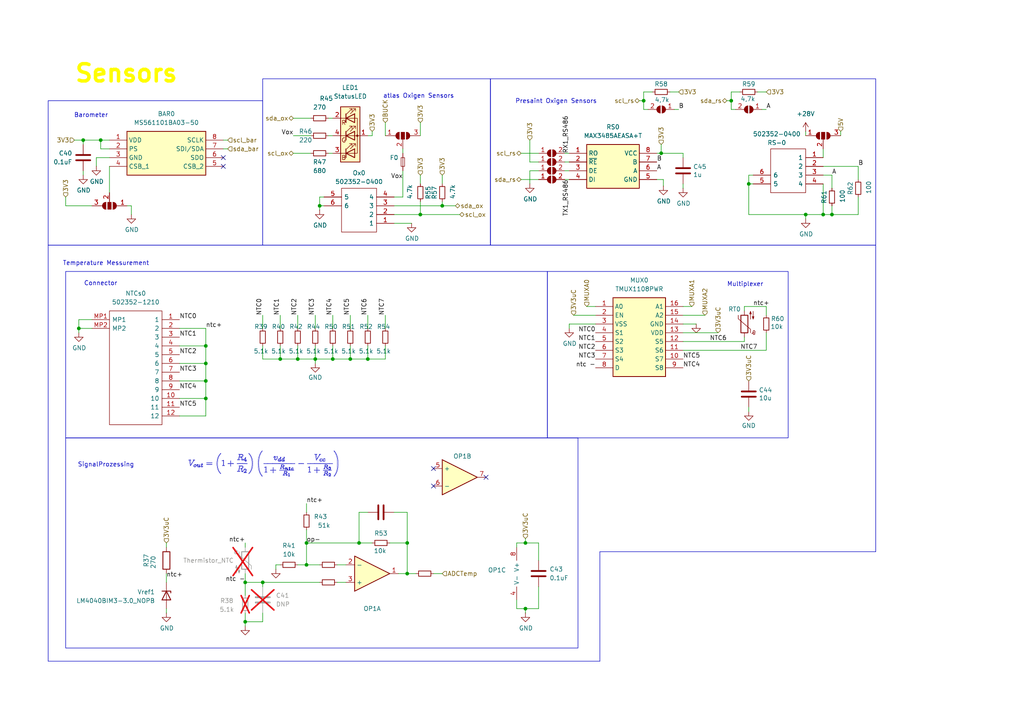
<source format=kicad_sch>
(kicad_sch (version 20231120) (generator "eeschema") (generator_version "8.0")
  (paper "A4")
  (junction (at 22.86 95.25))
  (junction (at 59.69 110.49))
  (junction (at 191.77 44.45))
  (junction (at 118.11 157.48))
  (junction (at 212.09 29.21))
  (junction (at 152.4 157.48))
  (junction (at 238.76 62.23))
  (junction (at 152.4 176.53))
  (junction (at 88.9 157.48))
  (junction (at 88.9 163.83))
  (junction (at 106.68 104.14))
  (junction (at 76.2 168.91))
  (junction (at 104.14 157.48))
  (junction (at 217.17 53.34))
  (junction (at 121.92 62.23))
  (junction (at 118.11 166.37))
  (junction (at 241.3 62.23))
  (junction (at 71.12 180.34))
  (junction (at 86.36 104.14))
  (junction (at 96.52 104.14))
  (junction (at 91.44 104.14))
  (junction (at 128.27 59.69))
  (junction (at 24.13 40.64))
  (junction (at 101.6 104.14))
  (junction (at 29.21 40.64))
  (junction (at 59.69 105.41))
  (junction (at 71.12 168.91))
  (junction (at 186.69 29.21))
  (junction (at 59.69 100.33))
  (junction (at 233.68 62.23))
  (junction (at 81.28 104.14))
  (junction (at 92.71 59.69))
  (junction (at 59.69 115.57))
  (no_connect (at 125.73 135.89))
  (no_connect (at 140.97 138.43))
  (no_connect (at 125.73 140.97))
  (no_connect (at 64.77 48.26))
  (no_connect (at 64.77 45.72))
  (polyline (pts (xy 82.4011 137.6881) (xy 82.4431 137.52)) (stroke (width 0.08)))
  (polyline (pts (xy 92.33 136.42) (xy 92.4844 136.4174)) (stroke (width 0.08)))
  (polyline (pts (xy 84.1804 135.7069) (xy 84.121 135.704)) (stroke (width 0.08)))
  (wire (pts (xy 238.76 62.23) (xy 241.3 62.23)))
  (polyline (pts (xy 87.0275 134.4975) (xy 87.35 134.5)) (stroke (width 0.08)))
  (polyline (pts (xy 79.2785 136.81) (xy 79.29 136.44)) (stroke (width 0.08)))
  (polyline (pts (xy 95.57 137.8383) (xy 95.4857 137.9184)) (stroke (width 0.08)))
  (polyline (pts (xy 94.7288 137.594) (xy 94.7165 137.7006)) (stroke (width 0.08)))
  (polyline (pts (xy 72.1515 131.5455) (xy 72.3102 131.75)) (stroke (width 0.08)))
  (polyline (pts (xy 13.97 71.12) (xy 254 71.12)))
  (wire (pts (xy 107.95 39.37) (xy 106.68 39.37)))
  (polyline (pts (xy 60.71 134.18) (xy 60.3698 134.1825)) (stroke (width 0.08)))
  (polyline (pts (xy 94.1692 135.3528) (xy 94.0822 135.6903)) (stroke (width 0.08)))
  (wire (pts (xy 152.4 176.53) (xy 156.21 176.53)))
  (polyline (pts (xy 69.7084 131.7397) (xy 69.2809 131.7416)) (stroke (width 0.08)))
  (polyline (pts (xy 70.2415 133.2885) (xy 70.2328 133.1799)) (stroke (width 0.08)))
  (polyline (pts (xy 69.4365 135.3331) (xy 69.3937 135.5059)) (stroke (width 0.08)))
  (wire (pts (xy 151.13 52.07) (xy 156.21 52.07)))
  (wire (pts (xy 233.68 62.23) (xy 238.76 62.23)))
  (wire (pts (xy 19.05 59.69) (xy 26.67 59.69)))
  (polyline (pts (xy 66.9445 135.2224) (xy 66.9585 134.89)) (stroke (width 0.08)))
  (polyline (pts (xy 69.7625 131.8226) (xy 69.9134 131.82)) (stroke (width 0.08)))
  (wire (pts (xy 81.28 91.44) (xy 81.28 95.25)))
  (polyline (pts (xy 58.6714 134.6712) (xy 58.6766 134.5736)) (stroke (width 0.08)))
  (polyline (pts (xy 69.5118 132.4988) (xy 69.5264 132.4323)) (stroke (width 0.08)))
  (polyline (pts (xy 83.2263 136.0488) (xy 83.2214 136.096)) (stroke (width 0.08)))
  (polyline (pts (xy 79.86 132.7505) (xy 79.8858 132.6504)) (stroke (width 0.08)))
  (polyline (pts (xy 91.8608 133.0775) (xy 91.7897 132.4945)) (stroke (width 0.08)))
  (polyline (pts (xy 81.5582 135.7992) (xy 81.5933 135.622)) (stroke (width 0.08)))
  (polyline (pts (xy 81.277 133.5935) (xy 81.3065 133.4572)) (stroke (width 0.08)))
  (wire (pts (xy 200.66 88.9) (xy 198.12 88.9)))
  (polyline (pts (xy 254 160.02) (xy 254 71.12)))
  (polyline (pts (xy 69.593 135.5263) (xy 69.6634 135.2804)) (stroke (width 0.08)))
  (wire (pts (xy 24.13 40.64) (xy 29.21 40.64)))
  (polyline (pts (xy 60.3698 134.6625) (xy 60.12 134.6705)) (stroke (width 0.08)))
  (polyline (pts (xy 58.3205 134.7731) (xy 58.38 134.776)) (stroke (width 0.08)))
  (polyline (pts (xy 90.075 134.4301) (xy 89.1693 134.4404)) (stroke (width 0.08)))
  (wire (pts (xy 113.03 157.48) (xy 118.11 157.48)))
  (polyline (pts (xy 82.8623 136.1875) (xy 82.9051 136.0431)) (stroke (width 0.08)))
  (polyline (pts (xy 79.8858 132.6504) (xy 79.9047 132.5646)) (stroke (width 0.08)))
  (polyline (pts (xy 81.1621 133.0853) (xy 81.1904 133.1205)) (stroke (width 0.08)))
  (polyline (pts (xy 92.81 134.42) (xy 91.203 134.4223)) (stroke (width 0.08)))
  (polyline (pts (xy 55.4395 134.8326) (xy 55.7636 134.3163)) (stroke (width 0.08)))
  (polyline (pts (xy 75.116 135.3851) (xy 75.0826 134.78)) (stroke (width 0.08)))
  (wire (pts (xy 80.01 163.83) (xy 81.28 163.83)))
  (polyline (pts (xy 81.03 134.42) (xy 79.042 134.4223)) (stroke (width 0.08)))
  (wire (pts (xy 217.17 50.8) (xy 217.17 53.34)))
  (polyline (pts (xy 76.86 135.567) (xy 77.03 135.5476)) (stroke (width 0.08)))
  (polyline (pts (xy 89.7504 135.418) (xy 89.71 135.44)) (stroke (width 0.08)))
  (polyline (pts (xy 58.5149 135.1634) (xy 58.5405 135.0603)) (stroke (width 0.08)))
  (polyline (pts (xy 69.6126 132.074) (xy 69.6333 131.9872)) (stroke (width 0.08)))
  (wire (pts (xy 111.76 100.33) (xy 111.76 104.14)))
  (polyline (pts (xy 70.23 133.0557) (xy 70.2269 132.8666)) (stroke (width 0.08)))
  (polyline (pts (xy 82.3447 132.9245) (xy 82.3186 133.0168)) (stroke (width 0.08)))
  (polyline (pts (xy 60.71 134.66) (xy 60.3698 134.6625)) (stroke (width 0.08)))
  (polyline (pts (xy 72.234 137.3552) (xy 72.416 137.17)) (stroke (width 0.08)))
  (polyline (pts (xy 94.7411 135.595) (xy 94.7284 135.7191)) (stroke (width 0.08)))
  (polyline (pts (xy 91.6512 133.0806) (xy 91.6874 133.3085)) (stroke (width 0.08)))
  (polyline (pts (xy 83.2509 135.7455) (xy 83.2414 135.8501)) (stroke (width 0.08)))
  (wire (pts (xy 152.4 177.8) (xy 152.4 176.53)))
  (polyline (pts (xy 79.29 136.44) (xy 79.66 136.4285)) (stroke (width 0.08)))
  (wire (pts (xy 101.6 91.44) (xy 101.6 95.25)))
  (wire (pts (xy 48.26 157.48) (xy 48.26 158.75)))
  (polyline (pts (xy 94.4038 136.3424) (xy 94.025 136.3503)) (stroke (width 0.08)))
  (polyline (pts (xy 94.6574 137.2312) (xy 94.5341 137.2482)) (stroke (width 0.08)))
  (wire (pts (xy 196.85 31.75) (xy 195.58 31.75)))
  (wire (pts (xy 97.79 168.91) (xy 100.33 168.91)))
  (polyline (pts (xy 83.0857 137.6644) (xy 83.0945 137.5722)) (stroke (width 0.08)))
  (polyline (pts (xy 87.6725 134.4225) (xy 87.35 134.42)) (stroke (width 0.08)))
  (polyline (pts (xy 65.06 135.0119) (xy 64.91 134.9721)) (stroke (width 0.08)))
  (wire (pts (xy 170.18 88.9) (xy 172.72 88.9)))
  (polyline (pts (xy 91.95 136.8) (xy 91.95 136.42)) (stroke (width 0.08)))
  (polyline (pts (xy 81.03 134.5) (xy 83.018 134.4977)) (stroke (width 0.08)))
  (wire (pts (xy 86.36 100.33) (xy 86.36 104.14)))
  (polyline (pts (xy 66.87 134.88) (xy 66.8736 135.2146)) (stroke (width 0.08)))
  (polyline (pts (xy 91.9389 135.685) (xy 91.927 135.5945)) (stroke (width 0.08)))
  (wire (pts (xy 81.28 104.14) (xy 86.36 104.14)))
  (polyline (pts (xy 76.0631 138.0437) (xy 75.9781 137.9322)) (stroke (width 0.08)))
  (polyline (pts (xy 81.3909 133.12) (xy 81.4365 132.9478)) (stroke (width 0.08)))
  (polyline (pts (xy 83.3376 135.9959) (xy 83.3663 135.9026)) (stroke (width 0.08)))
  (polyline (pts (xy 68.9442 136.7) (xy 68.8972 136.702)) (stroke (width 0.08)))
  (polyline (pts (xy 81.8678 135.38) (xy 81.7804 135.3771)) (stroke (width 0.08)))
  (polyline (pts (xy 71.1341 133.7725) (xy 71.25 133.7754)) (stroke (width 0.08)))
  (polyline (pts (xy 84.41 134.4899) (xy 85.5305 134.4797)) (stroke (width 0.08)))
  (wire (pts (xy 80.01 165.1) (xy 80.01 163.83)))
  (polyline (pts (xy 75.6666 137.4356) (xy 75.5157 137.1185)) (stroke (width 0.08)))
  (polyline (pts (xy 79.66 136.4285) (xy 79.8019 136.4214)) (stroke (width 0.08)))
  (polyline (pts (xy 78.4445 136.397) (xy 78.535 136.4089)) (stroke (width 0.08)))
  (polyline (pts (xy 94.7614 136.7107) (xy 94.4781 136.7054)) (stroke (width 0.08)))
  (polyline (pts (xy 79.2785 135.95) (xy 79.2645 135.6176)) (stroke (width 0.08)))
  (polyline (pts (xy 84.056 135.58) (xy 84.0712 135.4936)) (stroke (width 0.08)))
  (polyline (pts (xy 82.7321 135.8106) (xy 82.75 135.78)) (stroke (width 0.08)))
  (polyline (pts (xy 77.03 135.5476) (xy 77.03 136.2198)) (stroke (width 0.08)))
  (wire (pts (xy 163.83 52.07) (xy 165.1 52.07)))
  (polyline (pts (xy 82.8476 135.79) (xy 82.8447 135.836)) (stroke (width 0.08)))
  (polyline (pts (xy 94.8825 135.74) (xy 94.8911 135.6376)) (stroke (width 0.08)))
  (polyline (pts (xy 66.97 134.4) (xy 66.9585 134.03)) (stroke (width 0.08)))
  (polyline (pts (xy 81.4365 132.9478) (xy 81.475 132.7946)) (stroke (width 0.08)))
  (polyline (pts (xy 94.417 134.4977) (xy 95.545 134.4899)) (stroke (width 0.08)))
  (polyline (pts (xy 69.4517 135.2766) (xy 69.4365 135.3331)) (stroke (width 0.08)))
  (wire (pts (xy 210.82 29.21) (xy 212.09 29.21)))
  (polyline (pts (xy 67.5095 134.5015) (xy 67.6354 134.4896)) (stroke (width 0.08)))
  (polyline (pts (xy 83.1724 136.42) (xy 84.0972 136.4177)) (stroke (width 0.08)))
  (polyline (pts (xy 64.6424 135.0502) (xy 64.81 135.0518)) (stroke (width 0.08)))
  (polyline (pts (xy 91.9621 133.0535) (xy 91.9384 133.0881)) (stroke (width 0.08)))
  (polyline (pts (xy 61.0502 134.1825) (xy 60.71 134.18)) (stroke (width 0.08)))
  (polyline (pts (xy 92.6955 136.363) (xy 92.605 136.3511)) (stroke (width 0.08)))
  (polyline (pts (xy 91.4047 131.7462) (xy 91.3178 131.7525)) (stroke (width 0.08)))
  (polyline (pts (xy 69.416 133.3921) (xy 69.4993 133.3827)) (stroke (width 0.08)))
  (wire (pts (xy 86.36 104.14) (xy 91.44 104.14)))
  (polyline (pts (xy 60.12 134.2495) (xy 60.3698 134.2575)) (stroke (width 0.08)))
  (wire (pts (xy 215.9 99.06) (xy 215.9 97.79)))
  (polyline (pts (xy 77.23 136.136) (xy 77.2267 135.6045)) (stroke (width 0.08)))
  (polyline (pts (xy 67.6354 134.4896) (xy 67.737 134.4752)) (stroke (width 0.08)))
  (polyline (pts (xy 91.48 136.4285) (xy 91.85 136.44)) (stroke (width 0.08)))
  (polyline (pts (xy 88.093 134.4418) (xy 87.91 134.4305)) (stroke (width 0.08)))
  (wire (pts (xy 76.2 177.8) (xy 76.2 180.34)))
  (polyline (pts (xy 82.8262 135.9783) (xy 82.8141 136.05)) (stroke (width 0.08)))
  (polyline (pts (xy 70.1413 136.0308) (xy 70.1099 135.9953)) (stroke (width 0.08)))
  (wire (pts (xy 91.44 104.14) (xy 96.52 104.14)))
  (polyline (pts (xy 76.7769 135.5751) (xy 76.86 135.567)) (stroke (width 0.08)))
  (polyline (pts (xy 95.1061 137.7386) (xy 95.0715 137.7721)) (stroke (width 0.08)))
  (wire (pts (xy 76.2 168.91) (xy 92.71 168.91)))
  (wire (pts (xy 222.25 96.52) (xy 222.25 101.6)))
  (polyline (pts (xy 58.39 134.7445) (xy 58.3231 134.7632)) (stroke (width 0.08)))
  (wire (pts (xy 186.69 31.75) (xy 187.96 31.75)))
  (polyline (pts (xy 89.701 136.2081) (xy 89.69 136.8775)) (stroke (width 0.08)))
  (polyline (pts (xy 74.9248 135.6775) (xy 75.0106 136.1142)) (stroke (width 0.08)))
  (wire (pts (xy 88.9 153.67) (xy 88.9 157.48)))
  (polyline (pts (xy 173.99 191.77) (xy 173.99 160.02)))
  (polyline (pts (xy 71.1677 132.7613) (xy 70.9807 133.0119)) (stroke (width 0.08)))
  (polyline (pts (xy 60.71 134.74) (xy 61.0502 134.7375)) (stroke (width 0.08)))
  (polyline (pts (xy 95.899 137.98) (xy 95.9011 137.9442)) (stroke (width 0.08)))
  (wire (pts (xy 24.13 40.64) (xy 24.13 41.91)))
  (polyline (pts (xy 173.99 160.02) (xy 254 160.02)))
  (wire (pts (xy 233.68 62.23) (xy 233.68 63.5)))
  (wire (pts (xy 96.52 91.44) (xy 96.52 95.25)))
  (polyline (pts (xy 61.3 134.1905) (xy 61.0502 134.1825)) (stroke (width 0.08)))
  (polyline (pts (xy 71.53 133.4722) (xy 71.43 133.4561)) (stroke (width 0.08)))
  (polyline (pts (xy 73.1073 134.5084) (xy 73.0904 135.003)) (stroke (width 0.08)))
  (wire (pts (xy 111.76 91.44) (xy 111.76 95.25)))
  (polyline (pts (xy 69.3256 136.5378) (xy 69.3932 136.2883)) (stroke (width 0.08)))
  (polyline (pts (xy 94.5104 135.38) (xy 94.3954 135.3778)) (stroke (width 0.08)))
  (polyline (pts (xy 69.3937 135.5059) (xy 69.3432 135.7118)) (stroke (width 0.08)))
  (wire (pts (xy 26.67 95.25) (xy 22.86 95.25)))
  (polyline (pts (xy 83.7934 137.3705) (xy 83.7817 137.7035)) (stroke (width 0.08)))
  (wire (pts (xy 92.71 57.15) (xy 92.71 59.69)))
  (polyline (pts (xy 81.3271 135.9701) (xy 81.43 135.9714)) (stroke (width 0.08)))
  (polyline (pts (xy 70.23 134.5) (xy 70.8714 134.4976)) (stroke (width 0.08)))
  (polyline (pts (xy 71.17 132.84) (xy 71.1821 133.0958)) (stroke (width 0.08)))
  (polyline (pts (xy 69.522 135.8729) (xy 69.5383 135.7753)) (stroke (width 0.08)))
  (polyline (pts (xy 94.3337 135.2738) (xy 94.3463 135.2194)) (stroke (width 0.08)))
  (wire (pts (xy 156.21 170.18) (xy 156.21 176.53)))
  (wire (pts (xy 95.25 44.45) (xy 96.52 44.45)))
  (wire (pts (xy 198.12 99.06) (xy 215.9 99.06)))
  (polyline (pts (xy 87.0275 134.4225) (xy 86.79 134.4305)) (stroke (width 0.08)))
  (polyline (pts (xy 70.23 134.42) (xy 69.5886 134.4224)) (stroke (width 0.08)))
  (polyline (pts (xy 68.7684 134.479) (xy 69.13 134.4897)) (stroke (width 0.08)))
  (polyline (pts (xy 70.9807 133.0119) (xy 70.8233 133.24)) (stroke (width 0.08)))
  (polyline (pts (xy 70.2471 136.6134) (xy 70.2381 136.4402)) (stroke (width 0.08)))
  (polyline (pts (xy 82.5378 137.2726) (xy 82.564 137.1086)) (stroke (width 0.08)))
  (polyline (pts (xy 81.4702 135.519) (xy 81.4074 135.7421)) (stroke (width 0.08)))
  (polyline (pts (xy 94.93 136.34) (xy 94.4038 136.3424)) (stroke (width 0.08)))
  (wire (pts (xy 196.85 26.67) (xy 194.31 26.67)))
  (polyline (pts (xy 84.6966 135.7215) (xy 84.5931 135.8036)) (stroke (width 0.08)))
  (polyline (pts (xy 94.2478 135.0289) (xy 94.1692 135.3528)) (stroke (width 0.08)))
  (polyline (pts (xy 94.93 136.42) (xy 95.4562 136.4176)) (stroke (width 0.08)))
  (polyline (pts (xy 95.545 134.4899) (xy 96.4507 134.4796)) (stroke (width 0.08)))
  (polyline (pts (xy 91.9161 133.2295) (xy 92.0815 132.9761)) (stroke (width 0.08)))
  (polyline (pts (xy 75.268 136.3793) (xy 75.1772 135.9126)) (stroke (width 0.08)))
  (polyline (pts (xy 94.09 135.9691) (xy 94.192 135.968)) (stroke (width 0.08)))
  (polyline (pts (xy 70.8155 137.0223) (xy 70.7572 137.089)) (stroke (width 0.08)))
  (polyline (pts (xy 94.7284 135.7191) (xy 94.7158 135.8421)) (stroke (width 0.08)))
  (wire (pts (xy 85.09 34.29) (xy 90.17 34.29)))
  (wire (pts (xy 149.86 176.53) (xy 149.86 173.99)))
  (polyline (pts (xy 82.9463 137.4242) (xy 82.932 137.5579)) (stroke (width 0.08)))
  (wire (pts (xy 106.68 148.59) (xy 104.14 148.59)))
  (wire (pts (xy 111.76 35.56) (xy 111.76 39.37)))
  (polyline (pts (xy 55.3376 134.7644) (xy 55.2674 134.2453)) (stroke (width 0.08)))
  (polyline (pts (xy 69.3932 136.2883) (xy 69.4681 136.035)) (stroke (width 0.08)))
  (polyline (pts (xy 64.91 134.216) (xy 64.907 133.768)) (stroke (width 0.08)))
  (polyline (pts (xy 94.3243 135.31) (xy 94.3337 135.2738)) (stroke (width 0.08)))
  (polyline (pts (xy 83.2319 135.9842) (xy 83.2263 136.0488)) (stroke (width 0.08)))
  (wire (pts (xy 71.12 177.8) (xy 71.12 180.34)))
  (polyline (pts (xy 91.893 135.5945) (xy 91.8811 135.685)) (stroke (width 0.08)))
  (polyline (pts (xy 81.5904 135.0661) (xy 81.4702 135.519)) (stroke (width 0.08)))
  (polyline (pts (xy 66.3356 134.4226) (xy 66.215 134.4311)) (stroke (width 0.08)))
  (polyline (pts (xy 89.8629 135.6004) (xy 89.8511 135.3922)) (stroke (width 0.08)))
  (polyline (pts (xy 70.0732 135.9302) (xy 70.0852 135.9234)) (stroke (width 0.08)))
  (wire (pts (xy 218.44 50.8) (xy 217.17 50.8)))
  (polyline (pts (xy 55.0719 134.34) (xy 55.1078 134.612)) (stroke (width 0.08)))
  (polyline (pts (xy 78.6556 136.4174) (xy 78.81 136.42)) (stroke (width 0.08)))
  (polyline (pts (xy 81.7067 135.1442) (xy 81.7414 135.0086)) (stroke (width 0.08)))
  (polyline (pts (xy 91.8811 135.685) (xy 91.8726 135.8056)) (stroke (width 0.08)))
  (wire (pts (xy 88.9 157.48) (xy 104.14 157.48)))
  (polyline (pts (xy 70.5216 136.5644) (xy 70.4602 136.6632)) (stroke (width 0.08)))
  (wire (pts (xy 85.09 44.45) (xy 90.17 44.45)))
  (polyline (pts (xy 89.1693 134.4796) (xy 90.075 134.4899)) (stroke (width 0.08)))
  (polyline (pts (xy 82.2581 133.2527) (xy 82.2303 133.3788)) (stroke (width 0.08)))
  (polyline (pts (xy 82.964 136.7088) (xy 82.6974 136.7046)) (stroke (width 0.08)))
  (wire (pts (xy 64.77 40.64) (xy 66.04 40.64)))
  (wire (pts (xy 190.5 44.45) (xy 191.77 44.45)))
  (wire (pts (xy 163.83 44.45) (xy 165.1 44.45)))
  (wire (pts (xy 192.405 53.975) (xy 192.405 52.07)))
  (polyline (pts (xy 94.6247 135.3752) (xy 94.5104 135.38)) (stroke (width 0.08)))
  (polyline (pts (xy 83.9645 135.9587) (xy 83.9941 135.8596)) (stroke (width 0.08)))
  (polyline (pts (xy 89.7119 135.5387) (xy 89.701 136.2081)) (stroke (width 0.08)))
  (polyline (pts (xy 81.3047 132.9245) (xy 81.2798 133.011)) (stroke (width 0.08)))
  (polyline (pts (xy 68.964 133.3921) (xy 69.0673 133.3989)) (stroke (width 0.08)))
  (polyline (pts (xy 94.025 136.4097) (xy 94.4038 136.4176)) (stroke (width 0.08)))
  (wire (pts (xy 118.11 166.37) (xy 115.57 166.37)))
  (polyline (pts (xy 81.8013 134.8225) (xy 81.6362 134.8254)) (stroke (width 0.08)))
  (polyline (pts (xy 97.4058 137.5058) (xy 97.5705 137.2)) (stroke (width 0.08)))
  (wire (pts (xy 27.94 45.72) (xy 31.75 45.72)))
  (wire (pts (xy 71.12 157.48) (xy 71.12 158.75)))
  (polyline (pts (xy 97.026 138.0565) (xy 97.2126 137.8057)) (stroke (width 0.08)))
  (wire (pts (xy 85.09 39.37) (xy 90.17 39.37)))
  (polyline (pts (xy 55.2674 134.2453) (xy 55.2058 133.7726)) (stroke (width 0.08)))
  (wire (pts (xy 59.69 110.49) (xy 59.69 115.57)))
  (polyline (pts (xy 79.19 136.34) (xy 78.81 136.34)) (stroke (width 0.08)))
  (polyline (pts (xy 75.5366 137.5018) (xy 75.7301 137.795)) (stroke (width 0.08)))
  (polyline (pts (xy 83.9123 137.8819) (xy 83.91 137.6613)) (stroke (width 0.08)))
  (wire (pts (xy 107.95 39.37) (xy 107.95 38.1)))
  (polyline (pts (xy 58.4962 135.2584) (xy 58.5149 135.1634)) (stroke (width 0.08)))
  (polyline (pts (xy 71.33 134.4303) (xy 70.8714 134.4224)) (stroke (width 0.08)))
  (polyline (pts (xy 83.7206 138.0914) (xy 83.83 138.0935)) (stroke (width 0.08)))
  (polyline (pts (xy 55.09 133.3933) (xy 54.975 133.3973)) (stroke (width 0.08)))
  (polyline (pts (xy 78.535 136.4089) (xy 78.6556 136.4174)) (stroke (width 0.08)))
  (polyline (pts (xy 70.8876 136.9447) (xy 70.8155 137.0223)) (stroke (width 0.08)))
  (polyline (pts (xy 70.0852 135.9234) (xy 70.1311 135.8995)) (stroke (width 0.08)))
  (polyline (pts (xy 78.535 136.3511) (xy 78.4445 136.363)) (stroke (width 0.08)))
  (polyline (pts (xy 83.3163 136.0661) (xy 83.3376 135.9959)) (stroke (width 0.08)))
  (polyline (pts (xy 71.6916 134.441) (xy 71.33 134.4303)) (stroke (width 0.08)))
  (polyline (pts (xy 83.9468 136.0362) (xy 83.9645 135.9587)) (stroke (width 0.08)))
  (wire (pts (xy 121.92 62.23) (xy 121.92 58.42)))
  (polyline (pts (xy 55.2809 133.396) (xy 55.09 133.3933)) (stroke (width 0.08)))
  (polyline (pts (xy 76.5295 134.4797) (xy 77.65 134.4899)) (stroke (width 0.08)))
  (polyline (pts (xy 81.475 132.7946) (xy 81.5059 132.6648)) (stroke (width 0.08)))
  (wire (pts (xy 114.3 59.69) (xy 128.27 59.69)))
  (polyline (pts (xy 94.1877 137.1533) (xy 94.0793 137.5791)) (stroke (width 0.08)))
  (polyline (pts (xy 94.3596 135.1587) (xy 94.3716 135.1)) (stroke (width 0.08)))
  (polyline (pts (xy 61.3 134.2495) (xy 61.4929 134.2383)) (stroke (width 0.08)))
  (polyline (pts (xy 96.9134 130.8833) (xy 96.9926 130.99)) (stroke (width 0.08)))
  (polyline (pts (xy 68.9087 136.7561) (xy 69.1955 136.7617)) (stroke (width 0.08)))
  (polyline (pts (xy 83.69 137.3602) (xy 83.57 137.4167)) (stroke (width 0.08)))
  (polyline (pts (xy 89.79 136.9739) (xy 90.0533 136.973)) (stroke (width 0.08)))
  (polyline (pts (xy 97.2126 137.8057) (xy 97.4058 137.5058)) (stroke (width 0.08)))
  (polyline (pts (xy 79.8019 136.4214) (xy 79.9213 136.4095)) (stroke (width 0.08)))
  (polyline (pts (xy 94.3848 134.8311) (xy 94.2698 134.8333)) (stroke (width 0.08)))
  (polyline (pts (xy 60.12 134.1905) (xy 59.9271 134.2017)) (stroke (width 0.08)))
  (polyline (pts (xy 82.4431 137.52) (xy 82.4775 137.4014)) (stroke (width 0.08)))
  (polyline (pts (xy 95.4857 137.9184) (xy 95.4146 137.9909)) (stroke (width 0.08)))
  (polyline (pts (xy 70.2537 133.3763) (xy 70.2415 133.2885)) (stroke (width 0.08)))
  (polyline (pts (xy 77.38 136.9319) (xy 77.23 136.8921)) (stroke (width 0.08)))
  (polyline (pts (xy 94.8229 134.8486) (xy 94.5359 134.8326)) (stroke (width 0.08)))
  (polyline (pts (xy 79.8295 132.8536) (xy 79.86 132.7505)) (stroke (width 0.08)))
  (wire (pts (xy 125.73 166.37) (xy 128.27 166.37)))
  (polyline (pts (xy 81.6056 136.4098) (xy 82.2553 136.4177)) (stroke (width 0.08)))
  (polyline (pts (xy 81.3417 132.768) (xy 81.3047 132.9245)) (stroke (width 0.08)))
  (polyline (pts (xy 59.9271 134.2383) (xy 60.12 134.2495)) (stroke (width 0.08)))
  (polyline (pts (xy 82.46 135.9) (xy 82.519 135.8)) (stroke (width 0.08)))
  (polyline (pts (xy 92.0855 132.8573) (xy 91.9988 132.9949)) (stroke (width 0.08)))
  (polyline (pts (xy 91.203 134.4223) (xy 90.075 134.4301)) (stroke (width 0.08)))
  (polyline (pts (xy 75.8267 137.7191) (xy 75.6666 137.4356)) (stroke (width 0.08)))
  (polyline (pts (xy 82.3817 132.7679) (xy 82.3447 132.9245)) (stroke (width 0.08)))
  (wire (pts (xy 238.76 50.8) (xy 241.3 50.8)))
  (polyline (pts (xy 91.203 134.4977) (xy 92.81 134.5)) (stroke (width 0.08)))
  (polyline (pts (xy 63.8873 131.7535) (xy 63.9573 131.6727)) (stroke (width 0.08)))
  (wire (pts (xy 118.11 157.48) (xy 118.11 166.37)))
  (polyline (pts (xy 69.7634 135.1124) (xy 69.4685 135.1097)) (stroke (width 0.08)))
  (wire (pts (xy 208.28 96.52) (xy 198.12 96.52)))
  (wire (pts (xy 76.2 168.91) (xy 76.2 170.18)))
  (polyline (pts (xy 94.2002 135.8174) (xy 94.2432 135.64)) (stroke (width 0.08)))
  (polyline (pts (xy 82.8447 135.836) (xy 82.8368 135.9035)) (stroke (width 0.08)))
  (polyline (pts (xy 92.3001 132.517) (xy 92.1888 132.6935)) (stroke (width 0.08)))
  (polyline (pts (xy 70.4334 135.2506) (xy 70.3168 135.12)) (stroke (width 0.08)))
  (polyline (pts (xy 63.8226 137.23) (xy 63.9704 137.3761)) (stroke (width 0.08)))
  (polyline (pts (xy 73.2941 134.4589) (xy 73.2764 133.8223)) (stroke (width 0.08)))
  (polyline (pts (xy 82.2808 132.6581) (xy 82.32 132.6594)) (stroke (width 0.08)))
  (polyline (pts (xy 69.9134 131.82) (xy 70.0117 131.823)) (stroke (width 0.08)))
  (wire (pts (xy 119.38 64.77) (xy 114.3 64.77)))
  (polyline (pts (xy 89.8791 136.1288) (xy 89.8729 135.8417)) (stroke (width 0.08)))
  (polyline (pts (xy 94.09 137.86) (xy 94.2006 137.8576)) (stroke (width 0.08)))
  (polyline (pts (xy 92.4844 136.3426) (xy 92.33 136.34)) (stroke (width 0.08)))
  (polyline (pts (xy 91.769 133.4498) (xy 91.9161 133.2295)) (stroke (width 0.08)))
  (polyline (pts (xy 58.4589 134.9071) (xy 58.4115 135.0963)) (stroke (width 0.08)))
  (wire (pts (xy 222.25 26.67) (xy 219.71 26.67)))
  (polyline (pts (xy 84.7391 136.4099) (xy 85.2394 136.3994)) (stroke (width 0.08)))
  (polyline (pts (xy 82.519 135.8) (xy 82.4381 135.89)) (stroke (width 0.08)))
  (wire (pts (xy 95.25 39.37) (xy 96.52 39.37)))
  (wire (pts (xy 151.13 44.45) (xy 156.21 44.45)))
  (polyline (pts (xy 69.589 132.1713) (xy 69.6126 132.074)) (stroke (width 0.08)))
  (polyline (pts (xy 75.1202 136.5321) (xy 75.2478 136.9121)) (stroke (width 0.08)))
  (polyline (pts (xy 70.9731 136.8586) (xy 70.8876 136.9447)) (stroke (width 0.08)))
  (polyline (pts (xy 81.5933 135.622) (xy 81.6366 135.42)) (stroke (width 0.08)))
  (polyline (pts (xy 89.5448 135.5655) (xy 89.7119 135.5387)) (stroke (width 0.08)))
  (wire (pts (xy 64.77 43.18) (xy 66.04 43.18)))
  (polyline (pts (xy 64.7383 133.5251) (xy 64.6644 133.5551)) (stroke (width 0.08)))
  (wire (pts (xy 222.25 88.9) (xy 222.25 91.44)))
  (polyline (pts (xy 67.36 134.5086) (xy 67.5095 134.5015)) (stroke (width 0.08)))
  (polyline (pts (xy 69.5886 134.4224) (xy 69.13 134.4303)) (stroke (width 0.08)))
  (polyline (pts (xy 91.49 136.34) (xy 91.1554 136.3436)) (stroke (width 0.08)))
  (polyline (pts (xy 55.7636 134.3163) (xy 56.0539 133.857)) (stroke (width 0.08)))
  (polyline (pts (xy 83.8696 135.9344) (xy 83.8562 135.9989)) (stroke (width 0.08)))
  (polyline (pts (xy 83.7589 135.7163) (xy 83.8242 135.7428)) (stroke (width 0.08)))
  (wire (pts (xy 104.14 157.48) (xy 107.95 157.48)))
  (polyline (pts (xy 71.33 134.4897) (xy 71.6916 134.479)) (stroke (width 0.08)))
  (wire (pts (xy 238.76 43.18) (xy 238.76 45.72)))
  (polyline (pts (xy 66.87 134.42) (xy 66.49 134.42)) (stroke (width 0.08)))
  (polyline (pts (xy 60.3698 134.2575) (xy 60.71 134.26)) (stroke (width 0.08)))
  (polyline (pts (xy 70.7853 133.4926) (xy 70.8671 133.4982)) (stroke (width 0.08)))
  (polyline (pts (xy 69.5383 135.7753) (xy 69.5615 135.6596)) (stroke (width 0.08)))
  (wire (pts (xy 149.86 157.48) (xy 152.4 157.48)))
  (polyline (pts (xy 79.19 136.8) (xy 79.1936 137.1346)) (stroke (width 0.08)))
  (wire (pts (xy 29.21 40.64) (xy 31.75 40.64)))
  (polyline (pts (xy 13.97 71.12) (xy 13.97 191.77)))
  (polyline (pts (xy 92.5439 132.2465) (xy 92.6989 132.023)) (stroke (width 0.08)))
  (polyline (pts (xy 83.1699 137.8662) (xy 83.136 137.8267)) (stroke (width 0.08)))
  (polyline (pts (xy 81.0022 133.095) (xy 81.0781 133.0462)) (stroke (width 0.08)))
  (polyline (pts (xy 83 137.2526) (xy 83.089 137.2085)) (stroke (width 0.08)))
  (polyline (pts (xy 92.5672 132.0909) (xy 92.3001 132.517)) (stroke (width 0.08)))
  (polyline (pts (xy 55.9941 133.4208) (xy 56.0118 133.4401)) (stroke (width 0.08)))
  (polyline (pts (xy 70.8859 133.2292) (xy 70.9637 133.1198)) (stroke (width 0.08)))
  (wire (pts (xy 59.69 115.57) (xy 59.69 120.65)))
  (wire (pts (xy 101.6 100.33) (xy 101.6 104.14)))
  (polyline (pts (xy 79.7716 133.0538) (xy 79.8295 132.8536)) (stroke (width 0.08)))
  (polyline (pts (xy 82.321 133.5342) (xy 82.3917 133.215)) (stroke (width 0.08)))
  (polyline (pts (xy 69.3432 135.7118) (xy 69.2879 135.94)) (stroke (width 0.08)))
  (polyline (pts (xy 82.7501 137.2474) (xy 82.5378 137.2726)) (stroke (width 0.08)))
  (polyline (pts (xy 66.49 134.42) (xy 66.3356 134.4226)) (stroke (width 0.08)))
  (polyline (pts (xy 56.1631 133.4073) (xy 56.0792 133.4106)) (stroke (width 0.08)))
  (polyline (pts (xy 83.8448 136.0635) (xy 83.8337 136.148)) (stroke (width 0.08)))
  (polyline (pts (xy 77.13 136.9717) (xy 77.3554 136.9707)) (stroke (width 0.08)))
  (polyline (pts (xy 95.5165 138.0941) (xy 95.62 138.0918)) (stroke (width 0.08)))
  (polyline (pts (xy 82.5612 136.7077) (xy 82.4593 136.7135)) (stroke (width 0.08)))
  (polyline (pts (xy 70.2381 136.4402) (xy 70.2284 136.2702)) (stroke (width 0.08)))
  (wire (pts (xy 31.75 48.26) (xy 31.75 55.88)))
  (polyline (pts (xy 95.6262 135.822) (xy 95.6902 135.8528)) (stroke (width 0.08)))
  (polyline (pts (xy 63.9573 131.6727) (xy 64.0163 131.6008)) (stroke (width 0.08)))
  (polyline (pts (xy 64.91 134.9721) (xy 64.91 134.216)) (stroke (width 0.08)))
  (polyline (pts (xy 97.0329 137.8572) (xy 96.9266 138.0045)) (stroke (width 0.08)))
  (wire (pts (xy 153.67 40.64) (xy 153.67 46.99)))
  (wire (pts (xy 114.3 148.59) (xy 118.11 148.59)))
  (polyline (pts (xy 95.457 137.98) (xy 95.6835 137.8178)) (stroke (width 0.08)))
  (wire (pts (xy 241.3 62.23) (xy 241.3 59.69)))
  (polyline (pts (xy 82.4276 137.0225) (xy 82.3357 137.4)) (stroke (width 0.08)))
  (polyline (pts (xy 82.8368 135.9035) (xy 82.8262 135.9783)) (stroke (width 0.08)))
  (wire (pts (xy 86.36 163.83) (xy 88.9 163.83)))
  (polyline (pts (xy 81.2166 133.2841) (xy 81.1942 133.3969)) (stroke (width 0.08)))
  (polyline (pts (xy 95.835 136.3503) (xy 95.4562 136.3424)) (stroke (width 0.08)))
  (polyline (pts (xy 95.6702 135.7514) (xy 95.6204 135.7885)) (stroke (width 0.08)))
  (wire (pts (xy 248.92 52.07) (xy 248.92 48.26)))
  (polyline (pts (xy 64.56 133.6415) (xy 64.75 133.6215)) (stroke (width 0.08)))
  (polyline (pts (xy 54.8781 133.4056) (xy 54.8007 133.4164)) (stroke (width 0.08)))
  (polyline (pts (xy 95.62 138.0918) (xy 95.7871 138.0822)) (stroke (width 0.08)))
  (polyline (pts (xy 80.377 132.7775) (xy 80.3369 132.9148)) (stroke (width 0.08)))
  (polyline (pts (xy 70.7756 133.4082) (xy 70.8235 133.3262)) (stroke (width 0.08)))
  (polyline (pts (xy 91.3667 131.802) (xy 91.4019 131.8169)) (stroke (width 0.08)))
  (wire (pts (xy 241.3 54.61) (xy 241.3 50.8)))
  (polyline (pts (xy 91.87 135.96) (xy 91.87 136.34)) (stroke (width 0.08)))
  (polyline (pts (xy 64.75 133.6215) (xy 64.75 134.2784)) (stroke (width 0.08)))
  (polyline (pts (xy 70.9637 133.1198) (xy 71.17 132.84)) (stroke (width 0.08)))
  (polyline (pts (xy 60.71 134.26) (xy 61.0502 134.2575)) (stroke (width 0.08)))
  (polyline (pts (xy 69.1955 136.7617) (xy 69.4859 136.7609)) (stroke (width 0.08)))
  (polyline (pts (xy 70.3168 135.12) (xy 69.7634 135.1124)) (stroke (width 0.08)))
  (wire (pts (xy 76.2 100.33) (xy 76.2 104.14)))
  (polyline (pts (xy 87.91 134.4305) (xy 87.6725 134.4225)) (stroke (width 0.08)))
  (polyline (pts (xy 58.4849 135.3376) (xy 58.4962 135.2584)) (stroke (width 0.08)))
  (polyline (pts (xy 95.7454 137.9767) (xy 95.6602 137.98)) (stroke (width 0.08)))
  (wire (pts (xy 153.67 53.34) (xy 153.67 49.53)))
  (polyline (pts (xy 79.9213 136.3505) (xy 79.8019 136.3386)) (stroke (width 0.08)))
  (wire (pts (xy 189.23 26.67) (xy 186.69 26.67)))
  (polyline (pts (xy 71.43 133.4979) (xy 71.53 133.4722)) (stroke (width 0.08)))
  (polyline (pts (xy 69.5615 135.6596) (xy 69.593 135.5263)) (stroke (width 0.08)))
  (polyline (pts (xy 81.43 135.9714) (xy 81.5254 135.9699)) (stroke (width 0.08)))
  (wire (pts (xy 121.92 50.8) (xy 121.92 53.34)))
  (polyline (pts (xy 94.3463 135.2194) (xy 94.3596 135.1587)) (stroke (width 0.08)))
  (polyline (pts (xy 91.7685 131.7424) (xy 91.6324 131.74)) (stroke (width 0.08)))
  (polyline (pts (xy 79.8019 136.3386) (xy 79.66 136.3315)) (stroke (width 0.08)))
  (polyline (pts (xy 82.6861 137.3039) (xy 82.751 137.3052)) (stroke (width 0.08)))
  (wire (pts (xy 149.86 157.48) (xy 149.86 158.75)))
  (wire (pts (xy 191.77 41.91) (xy 191.77 44.45)))
  (wire (pts (xy 96.52 104.14) (xy 101.6 104.14)))
  (polyline (pts (xy 89.89 136.8775) (xy 89.8791 136.1288)) (stroke (width 0.08)))
  (polyline (pts (xy 61.0502 134.6625) (xy 60.71 134.66)) (stroke (width 0.08)))
  (polyline (pts (xy 83.8562 135.9989) (xy 83.8448 136.0635)) (stroke (width 0.08)))
  (wire (pts (xy 133.35 62.23) (xy 121.92 62.23)))
  (wire (pts (xy 215.9 90.17) (xy 215.9 88.9)))
  (wire (pts (xy 153.67 49.53) (xy 156.21 49.53)))
  (polyline (pts (xy 82.0933 135.6142) (xy 82.0535 135.7619)) (stroke (width 0.08)))
  (polyline (pts (xy 82.9 136.743) (xy 82.9699 136.7522)) (stroke (width 0.08)))
  (polyline (pts (xy 94.2262 137.5824) (xy 94.2397 137.514)) (stroke (width 0.08)))
  (polyline (pts (xy 71.25 133.7754) (xy 71.4175 133.7764)) (stroke (width 0.08)))
  (polyline (pts (xy 66.215 134.4311) (xy 66.1245 134.443)) (stroke (width 0.08)))
  (polyline (pts (xy 71.2672 136.9767) (xy 71.1457 136.98)) (stroke (width 0.08)))
  (polyline (pts (xy 82.3917 133.215) (xy 82.4685 132.8922)) (stroke (width 0.08)))
  (wire (pts (xy 52.07 100.33) (xy 59.69 100.33)))
  (polyline (pts (xy 57.3706 134.8922) (xy 57.3259 135.0338)) (stroke (width 0.08)))
  (polyline (pts (xy 79.69 132.7875) (xy 79.6162 133.0076)) (stroke (width 0.08)))
  (polyline (pts (xy 85.5305 134.4403) (xy 84.41 134.4301)) (stroke (width 0.08)))
  (polyline (pts (xy 71.1457 136.98) (xy 70.9054 136.98)) (stroke (width 0.08)))
  (polyline (pts (xy 81.3065 133.4572) (xy 81.3452 133.2951)) (stroke (width 0.08)))
  (polyline (pts (xy 91.95 135.96) (xy 91.9474 135.8056)) (stroke (width 0.08)))
  (wire (pts (xy 152.4 156.21) (xy 152.4 157.48)))
  (polyline (pts (xy 81.0889 136.3993) (xy 81.6056 136.4098)) (stroke (width 0.08)))
  (wire (pts (xy 128.27 58.42) (xy 128.27 59.69)))
  (wire (pts (xy 59.69 95.25) (xy 59.69 100.33)))
  (polyline (pts (xy 71.3616 136.5696) (xy 71.4298 136.4861)) (stroke (width 0.08)))
  (polyline (pts (xy 56.1608 133.5655) (xy 55.7664 134.1904)) (stroke (width 0.08)))
  (polyline (pts (xy 67.737 134.4448) (xy 67.6354 134.4304)) (stroke (width 0.08)))
  (polyline (pts (xy 79.1936 135.6254) (xy 79.19 135.96)) (stroke (width 0.08)))
  (polyline (pts (xy 57.8196 134.9427) (xy 57.7668 135.16)) (stroke (width 0.08)))
  (polyline (pts (xy 69.5264 132.4323) (xy 69.5444 132.354)) (stroke (width 0.08)))
  (polyline (pts (xy 92.33 136.34) (xy 91.95 136.34)) (stroke (width 0.08)))
  (wire (pts (xy 165.1 93.98) (xy 172.72 93.98)))
  (polyline (pts (xy 66.1245 134.477) (xy 66.215 134.4889)) (stroke (width 0.08)))
  (polyline (pts (xy 83.0945 137.5722) (xy 83.1049 137.4715)) (stroke (width 0.08)))
  (polyline (pts (xy 56.0792 133.4106) (xy 56.0067 133.4139)) (stroke (width 0.08)))
  (wire (pts (xy 185.42 29.21) (xy 186.69 29.21)))
  (polyline (pts (xy 91.95 136.34) (xy 91.95 135.96)) (stroke (width 0.08)))
  (polyline (pts (xy 95.4562 136.4176) (xy 95.835 136.4097)) (stroke (width 0.08)))
  (wire (pts (xy 71.12 168.91) (xy 71.12 172.72)))
  (polyline (pts (xy 94.2432 135.64) (xy 94.2784 135.518)) (stroke (width 0.08)))
  (polyline (pts (xy 83.9351 136.1068) (xy 83.9468 136.0362)) (stroke (width 0.08)))
  (wire (pts (xy 88.9 146.05) (xy 88.9 148.59)))
  (polyline (pts (xy 95.4293 138.091) (xy 95.5165 138.0941)) (stroke (width 0.08)))
  (polyline (pts (xy 69.3916 132.1323) (xy 69.3354 132.3599)) (stroke (width 0.08)))
  (wire (pts (xy 238.76 48.26) (xy 248.92 48.26)))
  (polyline (pts (xy 94.8172 137.2499) (xy 94.8984 137.2016)) (stroke (width 0.08)))
  (polyline (pts (xy 54.975 133.3973) (xy 54.8781 133.4056)) (stroke (width 0.08)))
  (wire (pts (xy 248.92 62.23) (xy 241.3 62.23)))
  (polyline (pts (xy 91.85 136.44) (xy 91.8615 136.81)) (stroke (width 0.08)))
  (polyline (pts (xy 89.8223 135.3851) (xy 89.7892 135.3992)) (stroke (width 0.08)))
  (polyline (pts (xy 70.1854 135.8715) (xy 70.2466 135.8402)) (stroke (width 0.08)))
  (polyline (pts (xy 66.87 134.04) (xy 66.87 134.42)) (stroke (width 0.08)))
  (wire (pts (xy 217.17 119.38) (xy 217.17 118.11)))
  (polyline (pts (xy 79.19 135.96) (xy 79.19 136.34)) (stroke (width 0.08)))
  (polyline (pts (xy 82.7279 135.7494) (xy 82.71 135.78)) (stroke (width 0.08)))
  (wire (pts (xy 198.12 101.6) (xy 222.25 101.6)))
  (polyline (pts (xy 94.3349 136.7087) (xy 94.2304 136.7144)) (stroke (width 0.08)))
  (polyline (pts (xy 61.4929 134.6817) (xy 61.3 134.6705)) (stroke (width 0.08)))
  (polyline (pts (xy 74.8518 134.4852) (xy 74.8723 135.1886)) (stroke (width 0.08)))
  (polyline (pts (xy 67.5095 134.4185) (xy 67.36 134.4114)) (stroke (width 0.08)))
  (polyline (pts (xy 55.3065 135.0264) (xy 55.4395 134.8326)) (stroke (width 0.08)))
  (polyline (pts (xy 87.6725 134.4975) (xy 87.91 134.4895)) (stroke (width 0.08)))
  (polyline (pts (xy 64.6644 133.5551) (xy 64.5815 133.5858)) (stroke (width 0.08)))
  (polyline (pts (xy 82.932 137.5579) (xy 82.9194 137.6837)) (stroke (width 0.08)))
  (polyline (pts (xy 63.3384 132.7568) (xy 63.5078 132.3676)) (stroke (width 0.08)))
  (polyline (pts (xy 89.7892 135.3992) (xy 89.7504 135.418)) (stroke (width 0.08)))
  (polyline (pts (xy 84.0972 136.4177) (xy 84.7391 136.4099)) (stroke (width 0.08)))
  (wire (pts (xy 114.3 62.23) (xy 121.92 62.23)))
  (polyline (pts (xy 90.075 134.4899) (xy 91.203 134.4977)) (stroke (width 0.08)))
  (polyline (pts (xy 71.09 137.14) (xy 71.2508 137.1375)) (stroke (width 0.08)))
  (wire (pts (xy 238.76 53.34) (xy 238.76 62.23)))
  (wire (pts (xy 114.3 57.15) (xy 116.84 57.15)))
  (polyline (pts (xy 95.545 134.4301) (xy 94.417 134.4223)) (stroke (width 0.08)))
  (polyline (pts (xy 95.1046 135.8694) (xy 95.0762 135.9022)) (stroke (width 0.08)))
  (polyline (pts (xy 69.3354 132.3599) (xy 69.2728 132.6165)) (stroke (width 0.08)))
  (polyline (pts (xy 61.0502 134.7375) (xy 61.3 134.7295)) (stroke (width 0.08)))
  (polyline (pts (xy 64.0163 131.6008) (xy 64.0648 131.5389)) (stroke (width 0.08)))
  (polyline (pts (xy 94.2698 134.8333) (xy 94.2007 134.8382)) (stroke (width 0.08)))
  (polyline (pts (xy 71.4375 137.0253) (xy 71.4448 136.982)) (stroke (width 0.08)))
  (wire (pts (xy 152.4 157.48) (xy 156.21 157.48)))
  (wire (pts (xy 71.12 168.91) (xy 76.2 168.91)))
  (polyline (pts (xy 70.1281 132.6417) (xy 70.0261 132.5472)) (stroke (width 0.08)))
  (polyline (pts (xy 70.8235 133.3262) (xy 70.8859 133.2292)) (stroke (width 0.08)))
  (polyline (pts (xy 82.1579 135.3869) (xy 82.2248 135.3565)) (stroke (width 0.08)))
  (polyline (pts (xy 91.5267 132.1277) (xy 91.5844 132.5659)) (stroke (width 0.08)))
  (wire (pts (xy 212.09 31.75) (xy 213.36 31.75)))
  (polyline (pts (xy 83.0552 135.7831) (xy 83.0932 135.7511)) (stroke (width 0.08)))
  (polyline (pts (xy 13.97 191.77) (xy 173.99 191.77)))
  (polyline (pts (xy 77.65 134.4899) (xy 79.042 134.4977)) (stroke (width 0.08)))
  (polyline (pts (xy 55.1424 134.8495) (xy 55.1743 135.0516)) (stroke (width 0.08)))
  (wire (pts (xy 86.36 91.44) (xy 86.36 95.25)))
  (polyline (pts (xy 89.69 136.8775) (xy 89.53 136.9257)) (stroke (width 0.08)))
  (polyline (pts (xy 77.65 134.4301) (xy 76.5295 134.4403)) (stroke (width 0.08)))
  (polyline (pts (xy 76.9046 136.9707) (xy 77.13 136.9717)) (stroke (width 0.08)))
  (polyline (pts (xy 92.605 136.4089) (xy 92.6955 136.397)) (stroke (width 0.08)))
  (polyline (pts (xy 83.7817 137.7035) (xy 83.7721 137.9111)) (stroke (width 0.08)))
  (polyline (pts (xy 67.6354 134.4304) (xy 67.5095 134.4185)) (stroke (width 0.08)))
  (polyline (pts (xy 70.9596 137.1377) (xy 71.09 137.14)) (stroke (width 0.08)))
  (polyline (pts (xy 61.4929 134.2017) (xy 61.3 134.1905)) (stroke (width 0.08)))
  (polyline (pts (xy 71.31 133.0213) (xy 71.29 132.6026)) (stroke (width 0.08)))
  (polyline (pts (xy 83.6817 137.3936) (xy 83.7934 137.3705)) (stroke (width 0.08)))
  (polyline (pts (xy 94.89 137.6008) (xy 94.8867 137.4858)) (stroke (width 0.08)))
  (polyline (pts (xy 79.9213 136.4095) (xy 80.0172 136.3951)) (stroke (width 0.08)))
  (polyline (pts (xy 72.4159 131.7165) (xy 72.2331 131.518)) (stroke (width 0.08)))
  (polyline (pts (xy 82.3357 137.4) (xy 82.283 137.5983)) (stroke (width 0.08)))
  (polyline (pts (xy 69.5886 134.4976) (xy 70.23 134.5)) (stroke (width 0.08)))
  (wire (pts (xy 59.69 120.65) (xy 52.07 120.65)))
  (polyline (pts (xy 63.9317 131.5798) (xy 63.8238 131.69)) (stroke (width 0.08)))
  (polyline (pts (xy 93.7281 136.3988) (xy 94.025 136.4097)) (stroke (width 0.08)))
  (polyline (pts (xy 56.0375 133.4645) (xy 56.071 133.4927)) (stroke (width 0.08)))
  (wire (pts (xy 118.11 148.59) (xy 118.11 157.48)))
  (polyline (pts (xy 69.5444 132.354) (xy 69.5658 132.2658)) (stroke (width 0.08)))
  (polyline (pts (xy 89.8729 135.8417) (xy 89.8629 135.6004)) (stroke (width 0.08)))
  (polyline (pts (xy 75.0106 136.1142) (xy 75.1202 136.5321)) (stroke (width 0.08)))
  (polyline (pts (xy 79.29 136.32) (xy 79.2785 135.95)) (stroke (width 0.08)))
  (polyline (pts (xy 81.6763 135.2758) (xy 81.7067 135.1442)) (stroke (width 0.08)))
  (polyline (pts (xy 91.9464 137.1346) (xy 91.95 136.8)) (stroke (width 0.08)))
  (polyline (pts (xy 67.36 134.4114) (xy 66.97 134.4)) (stroke (width 0.08)))
  (polyline (pts (xy 82.31 132.62) (xy 82.2768 132.6425)) (stroke (width 0.08)))
  (polyline (pts (xy 78.81 136.34) (xy 78.6556 136.3426)) (stroke (width 0.08)))
  (polyline (pts (xy 91.95 136.42) (xy 92.33 136.42)) (stroke (width 0.08)))
  (polyline (pts (xy 71.1845 133.2924) (xy 71.1808 133.3713)) (stroke (width 0.08)))
  (polyline (pts (xy 69.3127 133.3989) (xy 69.416 133.3921)) (stroke (width 0.08)))
  (polyline (pts (xy 97.1348 130.9919) (xy 97.0666 130.9121)) (stroke (width 0.08)))
  (polyline (pts (xy 82.23 135.7449) (xy 82.2265 135.6349)) (stroke (width 0.08)))
  (polyline (pts (xy 95.6602 137.98) (xy 95.457 137.98)) (stroke (width 0.08)))
  (wire (pts (xy 22.86 92.71) (xy 26.67 92.71)))
  (polyline (pts (xy 71.1676 136.7576) (xy 71.2716 136.6635)) (stroke (width 0.08)))
  (wire (pts (xy 38.1 62.23) (xy 38.1 59.69)))
  (polyline (pts (xy 70.0261 132.5472) (xy 70.147 132.5207)) (stroke (width 0.08)))
  (polyline (pts (xy 56.071 133.4927) (xy 56.1608 133.5655)) (stroke (width 0.08)))
  (wire (pts (xy 52.07 105.41) (xy 59.69 105.41)))
  (polyline (pts (xy 86.79 134.4895) (xy 87.0275 134.4975)) (stroke (width 0.08)))
  (wire (pts (xy 24.13 49.53) (xy 24.13 50.8)))
  (polyline (pts (xy 77.23 136.8921) (xy 77.23 136.136)) (stroke (width 0.08)))
  (polyline (pts (xy 94.5359 134.8326) (xy 94.3848 134.8311)) (stroke (width 0.08)))
  (polyline (pts (xy 94.192 135.968) (xy 94.2613 135.964)) (stroke (width 0.08)))
  (wire (pts (xy 97.79 163.83) (xy 100.33 163.83)))
  (polyline (pts (xy 61.3 134.7295) (xy 61.4929 134.7183)) (stroke (width 0.08)))
  (polyline (pts (xy 94.3471 137.3032) (xy 94.4696 137.3)) (stroke (width 0.08)))
  (wire (pts (xy 106.68 91.44) (xy 106.68 95.25)))
  (polyline (pts (xy 58.7305 134.775) (xy 58.7983 134.7601)) (stroke (width 0.08)))
  (polyline (pts (xy 93.9194 135.9639) (xy 93.9881 135.9679)) (stroke (width 0.08)))
  (polyline (pts (xy 91.5088 131.7415) (xy 91.4047 131.7462)) (stroke (width 0.08)))
  (polyline (pts (xy 83.2372 135.9145) (xy 83.2319 135.9842)) (stroke (width 0.08)))
  (polyline (pts (xy 91.8726 135.8056) (xy 91.87 135.96)) (stroke (width 0.08)))
  (polyline (pts (xy 69.1453 133.0898) (xy 69.0875 133.2729)) (stroke (width 0.08)))
  (polyline (pts (xy 86.79 134.4305) (xy 86.607 134.4418)) (stroke (width 0.08)))
  (polyline (pts (xy 94.417 134.4223) (xy 92.81 134.42)) (stroke (width 0.08)))
  (polyline (pts (xy 71.3249 133.2916) (xy 71.31 133.0213)) (stroke (width 0.08)))
  (polyline (pts (xy 71.4533 136.94) (xy 71.4659 136.8813)) (stroke (width 0.08)))
  (wire (pts (xy 31.75 43.18) (xy 29.21 43.18)))
  (polyline (pts (xy 79.66 136.3315) (xy 79.29 136.32)) (stroke (width 0.08)))
  (polyline (pts (xy 61.3 134.6705) (xy 61.0502 134.6625)) (stroke (width 0.08)))
  (polyline (pts (xy 64.81 135.0518) (xy 65.0355 135.0507)) (stroke (width 0.08)))
  (polyline (pts (xy 69.7293 132.5382) (xy 69.5395 132.5449)) (stroke (width 0.08)))
  (polyline (pts (xy 70.1069 131.8322) (xy 70.1877 131.8454)) (stroke (width 0.08)))
  (polyline (pts (xy 84.9979 136.1185) (xy 84.91 136.1633)) (stroke (width 0.08)))
  (polyline (pts (xy 55.1078 134.612) (xy 55.1424 134.8495)) (stroke (width 0.08)))
  (wire (pts (xy 243.84 38.1) (xy 243.84 39.37)))
  (polyline (pts (xy 66.9585 134.03) (xy 66.9445 133.6976)) (stroke (width 0.08)))
  (polyline (pts (xy 96.1319 136.3612) (xy 95.835 136.3503)) (stroke (width 0.08)))
  (wire (pts (xy 52.07 110.49) (xy 59.69 110.49)))
  (polyline (pts (xy 69.19 133.4011) (xy 69.3127 133.3989)) (stroke (width 0.08)))
  (polyline (pts (xy 91.7897 132.4945) (xy 91.7206 131.911)) (stroke (width 0.08)))
  (wire (pts (xy 22.86 96.52) (xy 22.86 95.25)))
  (polyline (pts (xy 60.3698 134.7375) (xy 60.71 134.74)) (stroke (width 0.08)))
  (polyline (pts (xy 82.75 135.78) (xy 82.765 135.7493)) (stroke (width 0.08)))
  (polyline (pts (xy 64.5815 133.5858) (xy 64.37 133.6614)) (stroke (width 0.08)))
  (polyline (pts (xy 87.35 134.42) (xy 87.0275 134.4225)) (stroke (width 0.08)))
  (wire (pts (xy 116.84 44.45) (xy 116.84 43.18)))
  (wire (pts (xy 71.12 166.37) (xy 71.12 168.91)))
  (polyline (pts (xy 69.4396 131.9399) (xy 69.3916 132.1323)) (stroke (width 0.08)))
  (wire (pts (xy 106.68 104.14) (xy 111.76 104.14)))
  (polyline (pts (xy 91.9988 132.9949) (xy 91.9621 133.0535)) (stroke (width 0.08)))
  (wire (pts (xy 128.27 50.8) (xy 128.27 53.34)))
  (polyline (pts (xy 75.1772 135.9126) (xy 75.116 135.3851)) (stroke (width 0.08)))
  (polyline (pts (xy 60.3698 134.1825) (xy 60.12 134.1905)) (stroke (width 0.08)))
  (polyline (pts (xy 81.29 132.62) (xy 81.2439 132.6404)) (stroke (width 0.08)))
  (polyline (pts (xy 84.41 134.4301) (xy 83.018 134.4223)) (stroke (width 0.08)))
  (polyline (pts (xy 77.03 136.2198) (xy 77.03 136.8921)) (stroke (width 0.08)))
  (wire (pts (xy 153.67 46.99) (xy 156.21 46.99)))
  (polyline (pts (xy 87.35 134.5) (xy 87.6725 134.4975)) (stroke (width 0.08)))
  (wire (pts (xy 233.68 39.37) (xy 233.68 38.1)))
  (polyline (pts (xy 83.9291 136.1651) (xy 83.9351 136.1068)) (stroke (width 0.08)))
  (wire (pts (xy 88.9 157.48) (xy 88.9 163.83)))
  (polyline (pts (xy 92.8155 131.7479) (xy 92.6448 131.7427)) (stroke (width 0.08)))
  (polyline (pts (xy 81.5254 135.9699) (xy 81.5931 135.9655)) (stroke (width 0.08)))
  (wire (pts (xy 19.05 57.15) (xy 19.05 59.69)))
  (polyline (pts (xy 92.605 136.3511) (xy 92.4844 136.3426)) (stroke (width 0.08)))
  (polyline (pts (xy 74.8597 133.7861) (xy 74.8518 134.4852)) (stroke (width 0.08)))
  (polyline (pts (xy 66.49 134.5) (xy 66.87 134.5)) (stroke (width 0.08)))
  (polyline (pts (xy 57.8882 135.2018) (xy 57.9074 135.1108)) (stroke (width 0.08)))
  (polyline (pts (xy 84.628 136.2168) (xy 84.6545 136.2146)) (stroke (width 0.08)))
  (polyline (pts (xy 82.564 137.1086) (xy 82.604 136.9031)) (stroke (width 0.08)))
  (polyline (pts (xy 84.1123 135.7352) (xy 84.1782 135.7166)) (stroke (width 0.08)))
  (wire (pts (xy 212.09 29.21) (xy 212.09 31.75)))
  (wire (pts (xy 186.69 29.21) (xy 186.69 31.75)))
  (polyline (pts (xy 56.0118 133.4401) (xy 56.0375 133.4645)) (stroke (width 0.08)))
  (polyline (pts (xy 60.12 134.6705) (xy 59.9271 134.6817)) (stroke (width 0.08)))
  (wire (pts (xy 76.2 95.25) (xy 76.2 91.44)))
  (wire (pts (xy 95.25 34.29) (xy 96.52 34.29)))
  (wire (pts (xy 21.59 40.64) (xy 24.13 40.64)))
  (polyline (pts (xy 69.2879 135.94) (xy 69.1655 136.4356)) (stroke (width 0.08)))
  (wire (pts (xy 156.21 157.48) (xy 156.21 162.56)))
  (polyline (pts (xy 91.8615 136.81) (xy 91.8755 137.1424)) (stroke (width 0.08)))
  (polyline (pts (xy 96.4507 134.4404) (xy 95.545 134.4301)) (stroke (width 0.08)))
  (polyline (pts (xy 69.13 134.4897) (xy 69.5886 134.4976)) (stroke (width 0.08)))
  (wire (pts (xy 165.1 93.98) (xy 165.1 95.25)))
  (polyline (pts (xy 98.0494 135.4965) (xy 98.0986 134.7574)) (stroke (width 0.08)))
  (polyline (pts (xy 91.5844 132.5659) (xy 91.6512 133.0806)) (stroke (width 0.08)))
  (polyline (pts (xy 71.4567 136.8707) (xy 71.4308 136.91)) (stroke (width 0.08)))
  (wire (pts (xy 81.28 100.33) (xy 81.28 104.14)))
  (polyline (pts (xy 80.0172 136.3649) (xy 79.9213 136.3505)) (stroke (width 0.08)))
  (polyline (pts (xy 85.1777 136.3396) (xy 83.1472 136.3387)) (stroke (width 0.08)))
  (wire (pts (xy 222.25 31.75) (xy 220.98 31.75)))
  (polyline (pts (xy 84.91 136.1633) (xy 84.8706 136.1871)) (stroke (width 0.08)))
  (polyline (pts (xy 68.8807 133.3827) (xy 68.964 133.3921)) (stroke (width 0.08)))
  (polyline (pts (xy 92.9918 133.1721) (xy 93.0408 133.12)) (stroke (width 0.08)))
  (polyline (pts (xy 75.7301 137.795) (xy 75.9234 138.0581)) (stroke (width 0.08)))
  (polyline (pts (xy 69.6333 131.9872) (xy 69.6466 131.93)) (stroke (width 0.08)))
  (polyline (pts (xy 81.7414 135.0086) (xy 81.7729 134.905)) (stroke (width 0.08)))
  (polyline (pts (xy 95.835 136.4097) (xy 96.1319 136.3988)) (stroke (width 0.08)))
  (wire (pts (xy 27.94 45.72) (xy 27.94 48.26)))
  (wire (pts (xy 192.405 52.07) (xy 190.5 52.07)))
  (polyline (pts (xy 70.8714 134.4224) (xy 70.23 134.42)) (stroke (width 0.08)))
  (wire (pts (xy 166.37 91.44) (xy 172.72 91.44)))
  (polyline (pts (xy 92.81 134.5) (xy 94.417 134.4977)) (stroke (width 0.08)))
  (polyline (pts (xy 71.4322 137.0641) (xy 71.4375 137.0253)) (stroke (width 0.08)))
  (polyline (pts (xy 86.607 134.4782) (xy 86.79 134.4895)) (stroke (width 0.08)))
  (wire (pts (xy 52.07 95.25) (xy 59.69 95.25)))
  (polyline (pts (xy 83.1472 136.3387) (xy 81.1105 136.3395)) (stroke (width 0.08)))
  (wire (pts (xy 22.86 95.25) (xy 22.86 92.71)))
  (polyline (pts (xy 94.3263 137.1562) (xy 94.4006 136.8592)) (stroke (width 0.08)))
  (polyline (pts (xy 97.8555 134.4369) (xy 97.8409 135.416)) (stroke (width 0.08)))
  (polyline (pts (xy 70.2328 133.1799) (xy 70.23 133.0557)) (stroke (width 0.08)))
  (polyline (pts (xy 64.7992 133.4983) (xy 64.7383 133.5251)) (stroke (width 0.08)))
  (polyline (pts (xy 58.7674 135.2709) (xy 58.7284 135.3104)) (stroke (width 0.08)))
  (polyline (pts (xy 58.8071 134.748) (xy 58.7566 134.7447)) (stroke (width 0.08)))
  (polyline (pts (xy 57.8743 135.2814) (xy 57.8882 135.2018)) (stroke (width 0.08)))
  (wire (pts (xy 212.09 29.21) (xy 212.09 26.67)))
  (polyline (pts (xy 71.1821 133.0958) (xy 71.1852 133.1977)) (stroke (width 0.08)))
  (polyline (pts (xy 70.0286 132.8243) (xy 70.0059 132.9776)) (stroke (width 0.08)))
  (polyline (pts (xy 83.018 134.4223) (xy 81.03 134.42)) (stroke (width 0.08)))
  (polyline (pts (xy 69.9213 132.5184) (xy 69.7293 132.5382)) (stroke (width 0.08)))
  (polyline (pts (xy 56.26 133.4041) (xy 56.1631 133.4073)) (stroke (width 0.08)))
  (polyline (pts (xy 82.71 135.78) (xy 82.695 135.8107)) (stroke (width 0.08)))
  (polyline (pts (xy 69.13 134.4303) (xy 68.7684 134.441)) (stroke (width 0.08)))
  (polyline (pts (xy 57.9074 135.1108) (xy 57.93 135.02)) (stroke (width 0.08)))
  (polyline (pts (xy 92.4844 136.4174) (xy 92.605 136.4089)) (stroke (width 0.08)))
  (polyline (pts (xy 78.81 136.42) (xy 79.19 136.42)) (stroke (width 0.08)))
  (polyline (pts (xy 79.2645 137.1424) (xy 79.2785 136.81)) (stroke (width 0.08)))
  (wire (pts (xy 59.69 105.41) (xy 59.69 110.49)))
  (polyline (pts (xy 73.2763 135.0959) (xy 73.2941 134.4589)) (stroke (width 0.08)))
  (wire (pts (xy 198.12 54.61) (xy 198.12 53.34)))
  (polyline (pts (xy 79.7645 132.5688) (xy 79.69 132.7875)) (stroke (width 0.08)))
  (wire (pts (xy 217.17 53.34) (xy 218.44 53.34)))
  (polyline (pts (xy 70.8714 134.4976) (xy 71.33 134.4897)) (stroke (width 0.08)))
  (polyline (pts (xy 69.2081 132.8704) (xy 69.1453 133.0898)) (stroke (width 0.08)))
  (wire (pts (xy 191.77 44.45) (xy 198.12 44.45)))
  (wire (pts (xy 38.1 59.69) (xy 36.83 59.69)))
  (polyline (pts (xy 82.6974 136.7046) (xy 82.5612 136.7077)) (stroke (width 0.08)))
  (polyline (pts (xy 94.2029 137.69) (xy 94.2131 137.6451)) (stroke (width 0.08)))
  (wire (pts (xy 96.52 100.33) (xy 96.52 104.14)))
  (polyline (pts (xy 63.083 134.375) (xy 63.1083 133.9296)) (stroke (width 0.08)))
  (polyline (pts (xy 57.93 135.02) (xy 57.9774 134.8384)) (stroke (width 0.08)))
  (polyline (pts (xy 61.0502 134.2575) (xy 61.3 134.2495)) (stroke (width 0.08)))
  (polyline (pts (xy 69.3389 133.1593) (xy 69.394 132.9223)) (stroke (width 0.08)))
  (polyline (pts (xy 94.025 136.3503) (xy 93.7281 136.3612)) (stroke (width 0.08)))
  (wire (pts (xy 217.17 53.34) (xy 217.17 62.23)))
  (polyline (pts (xy 95.3605 138.0844) (xy 95.4293 138.091)) (stroke (width 0.08)))
  (polyline (pts (xy 97.839 133.4584) (xy 97.8555 134.4369)) (stroke (width 0.08)))
  (polyline (pts (xy 70.1552 131.7509) (xy 69.7084 131.7397)) (stroke (width 0.08)))
  (polyline (pts (xy 93.9881 135.9679) (xy 94.09 135.9691)) (stroke (width 0.08)))
  (polyline (pts (xy 82.3124 137.86) (xy 82.4131 137.8575)) (stroke (width 0.08)))
  (polyline (pts (xy 55.0063 133.8491) (xy 55.0719 134.34)) (stroke (width 0.08)))
  (polyline (pts (xy 83.57 137.4167) (xy 83.6817 137.3936)) (stroke (width 0.08)))
  (wire (pts (xy 92.71 59.69) (xy 93.98 59.69)))
  (wire (pts (xy 88.9 163.83) (xy 92.71 163.83)))
  (polyline (pts (xy 91.6324 131.74) (xy 91.5088 131.7415)) (stroke (width 0.08)))
  (polyline (pts (xy 70.9593 133.5) (xy 71.1135 133.502)) (stroke (width 0.08)))
  (polyline (pts (xy 82.4685 132.8922) (xy 82.5346 132.65)) (stroke (width 0.08)))
  (polyline (pts (xy 70.7182 133.4848) (xy 70.7853 133.4926)) (stroke (width 0.08)))
  (wire (pts (xy 212.09 26.67) (xy 214.63 26.67)))
  (polyline (pts (xy 75.9367 131.03) (xy 76.0488 130.8606)) (stroke (width 0.08)))
  (wire (pts (xy 29.21 43.18) (xy 29.21 40.64)))
  (polyline (pts (xy 94.2982 137.2724) (xy 94.3263 137.1562)) (stroke (width 0.08)))
  (polyline (pts (xy 64.75 134.2784) (xy 64.7465 134.745)) (stroke (width 0.08)))
  (polyline (pts (xy 81.6366 135.42) (xy 81.8105 135.42)) (stroke (width 0.08)))
  (polyline (pts (xy 57.1699 134.92) (xy 57.2358 134.8316)) (stroke (width 0.08)))
  (polyline (pts (xy 55.4826 134.6265) (xy 55.3667 134.796)) (stroke (width 0.08)))
  (wire (pts (xy 201.93 93.98) (xy 198.12 93.98)))
  (polyline (pts (xy 89.4658 135.5762) (xy 89.5448 135.5655)) (stroke (width 0.08)))
  (polyline (pts (xy 57.4453 135.1027) (xy 57.4931 134.9385)) (stroke (width 0.08)))
  (polyline (pts (xy 92.0815 132.9761) (xy 92.2719 132.6753)) (stroke (width 0.08)))
  (polyline (pts (xy 70.9054 136.98) (xy 71.1676 136.7576)) (stroke (width 0.08)))
  (polyline (pts (xy 82.751 137.3052) (xy 82.8126 137.3103)) (stroke (width 0.08)))
  (wire (pts (xy 101.6 104.14) (xy 106.68 104.14)))
  (wire (pts (xy 163.83 46.99) (xy 165.1 46.99)))
  (polyline (pts (xy 81.2411 132.6548) (xy 81.28 132.6572)) (stroke (width 0.08)))
  (polyline (pts (xy 82.2553 136.4177) (xy 83.1724 136.42)) (stroke (width 0.08)))
  (polyline (pts (xy 81.9804 133.139) (xy 82.0591 133.0813)) (stroke (width 0.08)))
  (polyline (pts (xy 93.05 131.76) (xy 92.8155 131.7479)) (stroke (width 0.08)))
  (wire (pts (xy 132.08 59.69) (xy 128.27 59.69)))
  (polyline (pts (xy 57.4141 135.2071) (xy 57.4453 135.1027)) (stroke (width 0.08)))
  (polyline (pts (xy 78.6556 136.3426) (xy 78.535 136.3511)) (stroke (width 0.08)))
  (polyline (pts (xy 83.83 138.0935) (xy 83.9563 138.0928)) (stroke (width 0.08)))
  (polyline (pts (xy 83.018 134.4977) (xy 84.41 134.4899)) (stroke (width 0.08)))
  (polyline (pts (xy 66.3356 134.4974) (xy 66.49 134.5)) (stroke (width 0.08)))
  (polyline (pts (xy 71.29 132.6026) (xy 71.1677 132.7613)) (stroke (width 0.08)))
  (polyline (pts (xy 70.1311 135.8995) (xy 70.1854 135.8715)) (stroke (width 0.08)))
  (polyline (pts (xy 95.8379 135.6979) (xy 95.8866 135.6276)) (stroke (width 0.08)))
  (polyline (pts (xy 81.199 133.0813) (xy 81.1666 133.07)) (stroke (width 0.08)))
  (polyline (pts (xy 92.9025 133.1439) (xy 92.846 133.196)) (stroke (width 0.08)))
  (polyline (pts (xy 70.7611 137.1212) (xy 70.8499 137.1308)) (stroke (width 0.08)))
  (wire (pts (xy 149.86 176.53) (xy 152.4 176.53)))
  (polyline (pts (xy 63.1083 133.9296) (xy 63.1596 133.4845)) (stroke (width 0.08)))
  (wire (pts (xy 71.12 180.34) (xy 71.12 181.61)))
  (wire (pts (xy 52.07 115.57) (xy 59.69 115.57)))
  (wire (pts (xy 106.68 100.33) (xy 106.68 104.14)))
  (polyline (pts (xy 58.5405 135.0603) (xy 58.5849 134.9096)) (stroke (width 0.08)))
  (wire (pts (xy 217.17 62.23) (xy 233.68 62.23)))
  (wire (pts (xy 91.44 91.44) (xy 91.44 95.25)))
  (polyline (pts (xy 69.4798 132.58) (xy 69.6705 132.58)) (stroke (width 0.08)))
  (wire (pts (xy 92.71 57.15) (xy 93.98 57.15)))
  (polyline (pts (xy 79.042 134.4223) (xy 77.65 134.4301)) (stroke (width 0.08)))
  (polyline (pts (xy 63.5078 132.3676) (xy 63.703 132.006)) (stroke (width 0.08)))
  (wire (pts (xy 104.14 148.59) (xy 104.14 157.48)))
  (polyline (pts (xy 66.9585 134.89) (xy 66.97 134.52)) (stroke (width 0.08)))
  (polyline (pts (xy 59.9271 134.7183) (xy 60.12 134.7295)) (stroke (width 0.08)))
  (polyline (pts (xy 73.1014 134.0115) (xy 73.1073 134.5084)) (stroke (width 0.08)))
  (polyline (pts (xy 77.03 136.8921) (xy 76.88 136.9319)) (stroke (width 0.08)))
  (polyline (pts (xy 69.4536 131.89) (xy 69.4396 131.9399)) (stroke (width 0.08)))
  (polyline (pts (xy 66.97 134.52) (xy 67.36 134.5086)) (stroke (width 0.08)))
  (wire (pts (xy 186.69 26.67) (xy 186.69 29.21)))
  (wire (pts (xy 116.84 57.15) (xy 116.84 49.53)))
  (polyline (pts (xy 71.4448 136.982) (xy 71.4533 136.94)) (stroke (width 0.08)))
  (polyline (pts (xy 80.6707 133.3752) (xy 80.6396 133.4731)) (stroke (width 0.08)))
  (polyline (pts (xy 66.8736 133.7054) (xy 66.87 134.04)) (stroke (width 0.08)))
  (polyline (pts (xy 56.4237 133.4037) (xy 56.26 133.4041)) (stroke (width 0.08)))
  (polyline (pts (xy 71.2716 136.6635) (xy 71.3616 136.5696)) (stroke (width 0.08)))
  (polyline (pts (xy 83.84 135.7025) (xy 83.7631 135.7046)) (stroke (width 0.08)))
  (polyline (pts (xy 70.8671 133.4982) (xy 70.9593 133.5)) (stroke (width 0.08)))
  (polyline (pts (xy 94.2397 137.514) (xy 94.2517 137.45)) (stroke (width 0.08)))
  (polyline (pts (xy 69.5658 132.2658) (xy 69.589 132.1713)) (stroke (width 0.08)))
  (polyline (pts (xy 94.8724 135.8486) (xy 94.8825 135.74)) (stroke (width 0.08)))
  (wire (pts (xy 48.26 177.8) (xy 48.26 176.53)))
  (polyline (pts (xy 94.4781 136.7054) (xy 94.3349 136.7087)) (stroke (width 0.08)))
  (polyline (pts (xy 75.5157 137.1185) (xy 75.391 136.8001)) (stroke (width 0.08)))
  (wire (pts (xy 91.44 105.41) (xy 91.44 104.14)))
  (wire (pts (xy 118.11 166.37) (xy 120.65 166.37)))
  (polyline (pts (xy 94.2131 137.6451) (xy 94.2262 137.5824)) (stroke (width 0.08)))
  (polyline (pts (xy 95.4562 136.3424) (xy 94.93 136.34)) (stroke (width 0.08)))
  (polyline (pts (xy 69.394 132.9223) (xy 69.4798 132.58)) (stroke (width 0.08)))
  (polyline (pts (xy 89.5267 136.973) (xy 89.79 136.9739)) (stroke (width 0.08)))
  (polyline (pts (xy 64.0208 137.323) (xy 63.8919 137.156)) (stroke (width 0.08)))
  (wire (pts (xy 91.44 100.33) (xy 91.44 104.14)))
  (polyline (pts (xy 79.042 134.4977) (xy 81.03 134.5)) (stroke (width 0.08)))
  (polyline (pts (xy 92.1888 132.6935) (xy 92.0855 132.8573)) (stroke (width 0.08)))
  (polyline (pts (xy 63.1596 133.4845) (xy 63.2324 133.1)) (stroke (width 0.08)))
  (polyline (pts (xy 83.8831 135.8782) (xy 83.8696 135.9344)) (stroke (width 0.08)))
  (polyline (pts (xy 81.3452 133.2951) (xy 81.3909 133.12)) (stroke (width 0.08)))
  (polyline (pts (xy 55.7664 134.1904) (xy 55.6139 134.4288)) (stroke (width 0.08)))
  (polyline (pts (xy 95.4146 137.9909) (xy 95.3573 138.0534)) (stroke (width 0.08)))
  (polyline (pts (xy 82.9699 136.7522) (xy 83.0318 136.7655)) (stroke (width 0.08)))
  (wire (pts (xy 248.92 62.23) (xy 248.92 57.15)))
  (polyline (pts (xy 64.37 133.6614) (xy 64.56 133.6415)) (stroke (width 0.08)))
  (wire (pts (xy 76.2 104.14) (xy 81.28 104.14)))
  (polyline (pts (xy 94.4038 136.4176) (xy 94.93 136.42)) (stroke (width 0.08)))
  (polyline (pts (xy 87.91 134.4895) (xy 88.093 134.4782)) (stroke (width 0.08)))
  (polyline (pts (xy 82.6279 137.3071) (xy 82.6861 137.3039)) (stroke (width 0.08)))
  (polyline (pts (xy 94.5341 137.2482) (xy 94.2982 137.2724)) (stroke (width 0.08)))
  (polyline (pts (xy 70.8233 133.24) (xy 70.6944 133.4399)) (stroke (width 0.08)))
  (polyline (pts (xy 66.215 134.4889) (xy 66.3356 134.4974)) (stroke (width 0.08)))
  (polyline (pts (xy 66.87 134.5) (xy 66.87 134.88)) (stroke (width 0.08)))
  (polyline (pts (xy 95.7826 135.7756) (xy 95.8379 135.6979)) (stroke (width 0.08)))
  (polyline (pts (xy 93.9794 137.8576) (xy 94.09 137.86)) (stroke (width 0.08)))
  (polyline (pts (xy 70.0117 131.823) (xy 70.1069 131.8322)) (stroke (width 0.08)))
  (polyline (pts (xy 94.2539 136.8831) (xy 94.1877 137.1533)) (stroke (width 0.08)))
  (wire (pts (xy 48.26 166.37) (xy 48.26 168.91)))
  (wire (pts (xy 59.69 100.33) (xy 59.69 105.41)))
  (polyline (pts (xy 83.2414 135.8501) (xy 83.2372 135.9145)) (stroke (width 0.08)))
  (polyline (pts (xy 72.3097 137.15) (xy 72.15 137.3373)) (stroke (width 0.08)))
  (polyline (pts (xy 95.6835 137.8178) (xy 95.8004 137.7293)) (stroke (width 0.08)))
  (wire (pts (xy 198.12 44.45) (xy 198.12 45.72)))
  (wire (pts (xy 163.83 49.53) (xy 165.1 49.53)))
  (polyline (pts (xy 91.9474 135.8056) (xy 91.9389 135.685)) (stroke (width 0.08)))
  (polyline (pts (xy 83.91 137.6613) (xy 83.9059 137.4017)) (stroke (width 0.08)))
  (wire (pts (xy 215.9 88.9) (xy 222.25 88.9)))
  (polyline (pts (xy 90.05 136.9257) (xy 89.89 136.8775)) (stroke (width 0.08)))
  (wire (pts (xy 76.2 180.34) (xy 71.12 180.34)))
  (polyline (pts (xy 70.8499 137.1308) (xy 70.9596 137.1377)) (stroke (width 0.08)))
  (polyline (pts (xy 92.2719 132.6753) (xy 92.5439 132.2465)) (stroke (width 0.08)))
  (polyline (pts (xy 69.0673 133.3989) (xy 69.19 133.4011)) (stroke (width 0.08)))
  (polyline (pts (xy 91.87 136.34) (xy 91.49 136.34)) (stroke (width 0.08)))
  (wire (pts (xy 92.71 60.96) (xy 92.71 59.69)))
  (polyline (pts (xy 79.19 136.42) (xy 79.19 136.8)) (stroke (width 0.08)))
  (wire (pts (xy 121.92 35.56) (xy 121.92 39.37)))
  (polyline (pts (xy 60.12 134.7295) (xy 60.3698 134.7375)) (stroke (width 0.08)))
  (polyline (pts (xy 92.9064 131.8253) (xy 93.05 131.76)) (stroke (width 0.08)))
  (polyline (pts (xy 69.2728 132.6165) (xy 69.2081 132.8704)) (stroke (width 0.08)))
  (polyline (pts (xy 91.1476 136.4145) (xy 91.48 136.4285)) (stroke (width 0.08)))
  (polyline (pts (xy 71.1852 133.1977) (xy 71.1845 133.2924)) (stroke (width 0.08)))
  (polyline (pts (xy 81.0857 133.0266) (xy 81.03 133.0402)) (stroke (width 0.08)))
  (wire (pts (xy 204.47 91.44) (xy 198.12 91.44)))
  (polyline (pts (xy 55.6139 134.4288) (xy 55.4826 134.6265)) (stroke (width 0.08)))
  (arc (start 92.6365 131.9611) (mid 92.6042 132.0272) (end 92.5672 132.0909) (stroke (width 0.08)))
  (arc (start 70.1877 131.8454) (mid 70.2109 131.8514) (end 70.2326 131.8614) (stroke (width 0.08)))
  (arc (start 71.4308 136.91) (mid 71.4152 136.9287) (end 71.3961 136.9439) (stroke (width 0.08)))
  (arc (start 94.1558 133.2085) (mid 94.1559 133.1892) (end 94.1575 133.17) (stroke (width 0.08)))
  (arc (start 84.0451 135.4655) (mid 84.054 135.4652) (end 84.0642 135.4675) (stroke (width 0.08)))
  (arc (start 91.7206 131.911) (mid 91.7218 131.8818) (end 91.7331 131.855) (stroke (width 0.08)))
  (arc (start 95.1401 137.7261) (mid 95.1433 137.7327) (end 95.1418 137.74) (stroke (width 0.08)))
  (arc (start 82.8476 135.79) (mid 82.8491 135.7582) (end 82.8531 135.7267) (stroke (width 0.08)))
  (arc (start 83.361 137.7) (mid 83.3662 137.7021) (end 83.3696 137.7065) (stroke (width 0.08)))
  (arc (start 65.06 135.0119) (mid 65.0863 135.0209) (end 65.112 135.0317) (stroke (width 0.08)))
  (arc (start 94.1587 133.1261) (mid 94.159 133.1481) (end 94.1575 133.17) (stroke (width 0.08)))
  (arc (start 89.6653 135.462) (mid 89.6397 135.472) (end 89.6136 135.4808) (stroke (width 0.08)))
  (arc (start 77.432 136.9517) (mid 77.4385 136.961) (end 77.43 136.9645) (stroke (width 0.08)))
  (arc (start 57.8214 135.457) (mid 57.7926 135.4463) (end 57.7722 135.4235) (stroke (width 0.08)))
  (arc (start 91.8862 133.1295) (mid 91.8702 133.1054) (end 91.8608 133.0775) (stroke (width 0.08)))
  (arc (start 64.8928 133.5643) (mid 64.903 133.6659) (end 64.907 133.768) (stroke (width 0.08)))
  (arc (start 83.9346 136.1875) (mid 83.938 136.1932) (end 83.9365 136.1998) (stroke (width 0.08)))
  (arc (start 58.4888 135.37) (mid 58.4857 135.3541) (end 58.4849 135.3376) (stroke (width 0.08)))
  (arc (start 70.0276 132.7551) (mid 70.0301 132.7896) (end 70.0286 132.8243) (stroke (width 0.08)))
  (arc (start 94.8871 136.8029) (mid 94.9139 136.8353) (end 94.9339 136.8722) (stroke (width 0.08)))
  (arc (start 56.8186 135.006) (mid 56.7991 135.0918) (end 56.7689 135.1744) (stroke (width 0.08)))
  (arc (start 70.9566 136.0746) (mid 71.0301 136.0624) (end 71.1042 136.0701) (stroke (width 0.08)))
  (arc (start 70.1281 132.6417) (mid 70.1579 132.6726) (end 70.1843 132.7065) (stroke (width 0.08)))
  (arc (start 92.7166 133.4054) (mid 92.7239 133.3704) (end 92.7368 133.3371) (stroke (width 0.08)))
  (arc (start 57.5198 135.4135) (mid 57.4704 135.3947) (end 57.4302 135.3603) (stroke (width 0.08)))
  (arc (start 56.6873 134.7521) (mid 56.7267 134.764) (end 56.7581 134.79) (stroke (width 0.08)))
  (arc (start 70.003 133.2929) (mid 69.9882 133.2305) (end 69.986 133.1665) (stroke (width 0.08)))
  (arc (start 97.6417 132.3714) (mid 97.7164 132.644) (end 97.7775 132.92) (stroke (width 0.08)))
  (arc (start 93.9757 135.9142) (mid 93.9416 135.9381) (end 93.9023 135.9515) (stroke (width 0.08)))
  (arc (start 70.5303 136.6594) (mid 70.5007 136.7043) (end 70.4646 136.7444) (stroke (width 0.08)))
  (arc (start 73.0686 133.64) (mid 73.0901 133.8253) (end 73.1014 134.0115) (stroke (width 0.08)))
  (arc (start 71.33 133.6006) (mid 71.3316 133.5832) (end 71.3368 133.5666) (stroke (width 0.08)))
  (arc (start 94.4938 136.7484) (mid 94.5611 136.742) (end 94.6287 136.74) (stroke (width 0.08)))
  (arc (start 96.92 138.1304) (mid 96.9022 138.131) (end 96.887 138.1218) (stroke (width 0.08)))
  (arc (start 70.3215 133.4074) (mid 70.294 133.4105) (end 70.2692 133.3995) (stroke (width 0.08)))
  (arc (start 72.9047 136.4472) (mid 72.798 136.6477) (end 72.678 136.8406) (stroke (width 0.08)))
  (arc (start 94.8766 135.9068) (mid 94.8723 135.8778) (end 94.8724 135.8486) (stroke (width 0.08)))
  (arc (start 69.3637 133.3193) (mid 69.3412 133.2971) (end 69.3325 133.2671) (stroke (width 0.08)))
  (arc (start 95.7666 135.9198) (mid 95.7873 135.9678) (end 95.7956 136.0195) (stroke (width 0.08)))
  (arc (start 71.219 136.0409) (mid 71.2653 136.0527) (end 71.3093 136.0714) (stroke (width 0.08)))
  (arc (start 92.7368 133.3371) (mid 92.7545 133.3036) (end 92.7767 133.2728) (stroke (width 0.08)))
  (arc (start 79.4476 132.6958) (mid 79.441 132.6992) (end 79.4337 132.7) (stroke (width 0.08)))
  (arc (start 56.5031 134.8169) (mid 56.5494 134.7858) (end 56.5995 134.7612) (stroke (width 0.08)))
  (arc (start 83.2705 135.7094) (mid 83.2853 135.704) (end 83.3 135.7094) (stroke (width 0.08)))
  (arc (start 56.0539 133.857) (mid 56.1245 133.7524) (end 56.2001 133.6514) (stroke (width 0.08)))
  (arc (start 79.8129 133.3171) (mid 79.7872 133.2854) (end 79.7682 133.2492) (stroke (width 0.08)))
  (arc (start 68.75 134.46) (mid 68.7553 134.4465) (end 68.7684 134.441) (stroke (width 0.08)))
  (arc (start 91.7165 133.4347) (mid 91.7006 133.3719) (end 91.6874 133.3085) (stroke (width 0.08)))
  (arc (start 93.3046 133.253) (mid 93.2944 133.245) (end 93.2879 133.234) (stroke (width 0.08)))
  (arc (start 93.8866 133.0769) (mid 93.9403 133.0549) (end 93.9953 133.0364) (stroke (width 0.08)))
  (arc (start 94.8872 135.5687) (mid 94.8909 135.603) (end 94.8911 135.6376) (stroke (width 0.08)))
  (arc (start 81.7162 133.3252) (mid 81.7814 133.2178) (end 81.8654 133.1242) (stroke (width 0.08)))
  (arc (start 82.99 135.776) (mid 82.9787 135.7742) (end 82.9681 135.7694) (stroke (width 0.08)))
  (arc (start 63.2324 133.1) (mid 63.2796 132.9266) (end 63.3384 132.7568) (stroke (width 0.08)))
  (arc (start 70.2326 131.8614) (mid 70.2875 131.9094) (end 70.3122 131.9774) (stroke (width 0.08)))
  (arc (start 95.8652 137.6656) (mid 95.8345 137.6991) (end 95.8004 137.7293) (stroke (width 0.08)))
  (arc (start 55.3538 134.7972) (mid 55.3431 134.7822) (end 55.3376 134.7644) (stroke (width 0.08)))
  (arc (start 82.4715 137.783) (mid 82.4837 137.787) (end 82.4956 137.7917) (stroke (width 0.08)))
  (arc (start 57.2825 134.7789) (mid 57.3003 134.7633) (end 57.3194 134.7493) (stroke (width 0.08)))
  (arc (start 69.8334 135.9422) (mid 69.8504 135.9222) (end 69.8729 135.9092) (stroke (width 0.08)))
  (arc (start 83.2793 137.78) (mid 83.2893 137.7642) (end 83.3007 137.7494) (stroke (width 0.08)))
  (arc (start 83.1313 136.7335) (mid 83.1872 136.7539) (end 83.2397 136.7822) (stroke (width 0.08)))
  (arc (start 55.1876 135.0915) (mid 55.179 135.0722) (end 55.1743 135.0516) (stroke (width 0.08)))
  (arc (start 70.1099 135.9953) (mid 70.0979 135.9798) (end 70.0863 135.9639) (stroke (width 0.08)))
  (arc (start 75.9781 137.9322) (mid 75.8989 137.8281) (end 75.8267 137.7191) (stroke (width 0.08)))
  (arc (start 95.0019 136.0043) (mid 94.9725 136.0159) (end 94.9412 136.02) (stroke (width 0.08)))
  (arc (start 71.23 136.14) (mid 71.2767 136.2028) (end 71.3034 136.2764) (stroke (width 0.08)))
  (arc (start 57.2879 135.1956) (mid 57.2945 135.1542) (end 57.3032 135.1131) (stroke (width 0.08)))
  (arc (start 69.3445 136.686) (mid 69.3316 136.6785) (end 69.3193 136.6699) (stroke (width 0.08)))
  (arc (start 57.2813 135.2698) (mid 57.2837 135.2326) (end 57.2879 135.1956) (stroke (width 0.08)))
  (arc (start 58.6298 135.4404) (mid 58.5883 135.4556) (end 58.5444 135.46) (stroke (width 0.08)))
  (arc (start 93.3698 133.635) (mid 93.3847 133.63) (end 93.4001 133.627) (stroke (width 0.08)))
  (arc (start 89.4867 135.5025) (mid 89.5045 135.5002) (end 89.5224 135.4986) (stroke (width 0.08)))
  (arc (start 83.308 136.2113) (mid 83.3068 136.2144) (end 83.3046 136.2168) (stroke (width 0.08)))
  (arc (start 57.6369 135.4296) (mid 57.6602 135.4217) (end 57.6838 135.415) (stroke (width 0.08)))
  (arc (start 83.7269 138.0362) (mid 83.6995 138.052) (end 83.67 138.0643) (stroke (width 0.08)))
  (arc (start 70.1413 136.0308) (mid 70.1652 136.06) (end 70.1848 136.0922) (stroke (width 0.08)))
  (arc (start 83.3307 137.8106) (mid 83.3204 137.8243) (end 83.3083 137.8365) (stroke (width 0.08)))
  (arc (start 95.9315 135.9847) (mid 95.9372 136.0526) (end 95.9072 136.113) (stroke (width 0.08)))
  (arc (start 81.5742 135.9256) (mid 81.5623 135.9046) (end 81.5542 135.8809) (stroke (width 0.08)))
  (arc (start 82.53 137.82) (mid 82.5341 137.8312) (end 82.5248 137.8368) (stroke (width 0.08)))
  (arc (start 83.3239 137.7235) (mid 83.3343 137.7138) (end 83.3456 137.7051) (stroke (width 0.08)))
  (arc (start 56.3516 135.0079) (mid 56.4159 134.9033) (end 56.5031 134.8169) (stroke (width 0.08)))
  (arc (start 94.0822 135.6903) (mid 94.0587 135.7654) (end 94.0297 135.8385) (stroke (width 0.08)))
  (arc (start 95.5313 137.3425) (mid 95.5912 137.3348) (end 95.6512 137.3405) (stroke (width 0.08)))
  (arc (start 82.0441 135.3604) (mid 82.0066 135.3702) (end 81.9683 135.3753) (stroke (width 0.08)))
  (arc (start 81.1457 133.5546) (mid 81.1177 133.6116) (end 81.0802 133.6628) (stroke (width 0.08)))
  (arc (start 90.05 136.9257) (mid 90.0871 136.938) (end 90.1233 136.9526) (stroke (width 0.08)))
  (arc (start 69.533 135.9033) (mid 69.5318 135.9124) (end 69.5304 135.9217) (stroke (width 0.08)))
  (arc (start 82.3858 132.7027) (mid 82.386 132.7354) (end 82.3817 132.7679) (stroke (width 0.08)))
  (arc (start 57.97 134.7507) (mid 57.9808 134.7624) (end 57.9851 134.7777) (stroke (width 0.08)))
  (arc (start 82.2567 134.869) (mid 82.3229 134.8953) (end 82.3848 134.9308) (stroke (width 0.08)))
  (arc (start 77.2052 135.4415) (mid 77.2204 135.5224) (end 77.2267 135.6045) (stroke (width 0.08)))
  (arc (start 70.5329 132.1626) (mid 70.5124 132.2187) (end 70.4827 132.2707) (stroke (width 0.08)))
  (arc (start 57.4034 135.273) (mid 57.4067 135.2397) (end 57.4141 135.2071) (stroke (width 0.08)))
  (arc (start 70.0034 136.6538) (mid 69.9885 136.5922) (end 69.9857 136.529) (stroke (width 0.08)))
  (arc (start 82.4381 135.89) (mid 82.3923 135.936) (end 82.342 135.9769) (stroke (width 0.08)))
  (arc (start 82.5248 133.5488) (mid 82.5255 133.5621) (end 82.523 133.5752) (stroke (width 0.08)))
  (arc (start 70.298 135.3666) (mid 70.3031 135.4378) (end 70.2979 135.509) (stroke (width 0.08)))
  (arc (start 94.7404 137.2078) (mid 94.6996 137.2219) (end 94.6574 137.2312) (stroke (width 0.08)))
  (arc (start 70.5513 133.2536) (mid 70.5414 133.2768) (end 70.5303 133.2994) (stroke (width 0.08)))
  (arc (start 56.3194 134.8572) (mid 56.373 134.8098) (end 56.4331 134.7709) (stroke (width 0.08)))
  (arc (start 89.4658 135.5762) (mid 89.4441 135.5768) (end 89.4223 135.5756) (stroke (width 0.08)))
  (arc (start 82.4627 132.5806) (mid 82.4848 132.5816) (end 82.5068 132.5837) (stroke (width 0.08)))
  (arc (start 80.9094 133.0875) (mid 80.9685 133.061) (end 81.03 133.0402) (stroke (width 0.08)))
  (arc (start 71.3721 133.4319) (mid 71.3513 133.4124) (end 71.3407 133.3862) (stroke (width 0.08)))
  (arc (start 80.4073 132.3534) (mid 80.4633 132.3964) (end 80.4784 132.464) (stroke (width 0.08)))
  (arc (start 81.2591 135.9552) (mid 81.2632 135.9598) (end 81.2672 135.9645) (stroke (width 0.08)))
  (arc (start 83.0119 135.7694) (mid 83.0015 135.7748) (end 82.99 135.776) (stroke (width 0.08)))
  (arc (start 70.5499 135.4506) (mid 70.5441 135.5015) (end 70.5272 135.5498) (stroke (width 0.08)))
  (arc (start 94.8951 135.942) (mid 94.8833 135.9257) (end 94.8766 135.9068) (stroke (width 0.08)))
  (arc (start 82.4032 136.7206) (mid 82.4312 136.7164) (end 82.4593 136.7135) (stroke (width 0.08)))
  (arc (start 82.795 136.1911) (mid 82.8027 136.1203) (end 82.8141 136.05) (stroke (width 0.08)))
  (arc (start 96.998 130.8444) (mid 97.0332 130.8774) (end 97.0666 130.9121) (stroke (width 0.08)))
  (arc (start 82.46 135.9) (mid 82.4291 135.9406) (end 82.3902 135.9737) (stroke (width 0.08)))
  (arc (start 93.3325 133.6512) (mid 93.3509 133.6426) (end 93.3698 133.635) (stroke (width 0.08)))
  (arc (start 81.3258 132.6709) (mid 81.3394 132.6846) (end 81.3458 132.7027) (stroke (width 0.08)))
  (arc (start 92.9599 133.0999) (mid 92.9851 133.0835) (end 93.011 133.0682) (stroke (width 0.08)))
  (arc (start 81.4965 133.5532) (mid 81.5015 133.5604) (end 81.5017 133.569) (stroke (width 0.08)))
  (arc (start 75.5366 137.5018) (mid 75.4593 137.3694) (end 75.3878 137.2339) (stroke (width 0.08)))
  (arc (start 83.1222 137.044) (mid 83.0929 137.0918) (end 83.0562 137.1342) (stroke (width 0.08)))
  (arc (start 64.0648 131.5389) (mid 64.067 131.5311) (end 64.07 131.5235) (stroke (width 0.08)))
  (arc (start 81.0857 133.0266) (mid 81.0948 133.0273) (end 81.0903 133.0325) (stroke (width 0.08)))
  (arc (start 79.7129 132.38) (mid 79.7408 132.3871) (end 79.7654 132.4032) (stroke (width 0.08)))
  (arc (start 95.0214 137.8576) (mid 94.9914 137.8732) (end 94.9606 137.887) (stroke (width 0.08)))
  (arc (start 94.8556 134.9195) (mid 94.8738 134.9281) (end 94.89 134.94) (stroke (width 0.08)))
  (arc (start 82.7777 135.7053) (mid 82.7768 135.7145) (end 82.7744 135.7235) (stroke (width 0.08)))
  (arc (start 82.2836 135.118) (mid 82.2661 135.1625) (end 82.2418 135.2039) (stroke (width 0.08)))
  (arc (start 83.929 136.2104) (mid 83.9208 136.2152) (end 83.9117 136.2177) (stroke (width 0.08)))
  (arc (start 93.1878 133.7207) (mid 93.1243 133.7332) (end 93.0597 133.7378) (stroke (width 0.08)))
  (arc (start 82.6823 135.8547) (mid 82.6832 135.8455) (end 82.6856 135.8365) (stroke (width 0.08)))
  (arc (start 56.6974 134.716) (mid 56.7598 134.7249) (end 56.8197 134.7445) (stroke (width 0.08)))
  (arc (start 94.7376 137.444) (mid 94.7365 137.5192) (end 94.7288 137.594) (stroke (width 0.08)))
  (arc (start 71.3368 133.5666) (mid 71.345 133.5508) (end 71.3563 133.5371) (stroke (width 0.08)))
  (arc (start 82.1925 136.0041) (mid 82.145 135.9852) (end 82.1042 135.9547) (stroke (width 0.08)))
  (arc (start 58.5444 134.5466) (mid 58.5299 134.5878) (end 58.5134 134.6283) (stroke (width 0.08)))
  (arc (start 94.2165 137.7744) (mid 94.2084 137.7676) (end 94.2009 137.759) (stroke (width 0.08)))
  (arc (start 82.4476 137.78) (mid 82.4597 137.7805) (end 82.4715 137.783) (stroke (width 0.08)))
  (arc (start 83.3083 137.8365) (mid 83.2978 137.8462) (end 83.2862 137.8545) (stroke (width 0.08)))
  (arc (start 94.82 135.9931) (mid 94.8015 135.9851) (end 94.7832 135.9764) (stroke (width 0.08)))
  (arc (start 94.18 136.7212) (mid 94.2051 136.7169) (end 94.2304 136.7144) (stroke (width 0.08)))
  (arc (start 70.5272 135.5498) (mid 70.4955 135.6073) (end 70.4581 135.6614) (stroke (width 0.08)))
  (arc (start 82.2303 133.3788) (mid 82.2189 133.4224) (end 82.2054 133.4653) (stroke (width 0.08)))
  (arc (start 64.0177 137.3746) (mid 63.9937 137.3869) (end 63.9704 137.3761) (stroke (width 0.08)))
  (arc (start 94.0024 137.7599) (mid 93.9784 137.7744) (end 93.9508 137.78) (stroke (width 0.08)))
  (arc (start 82.4306 133.7363) (mid 82.3941 133.7614) (end 82.3527 133.7772) (stroke (width 0.08)))
  (arc (start 69.6634 135.2804) (mid 69.6893 135.2281) (end 69.7271 135.1833) (stroke (width 0.08)))
  (arc (start 91.9157 133.1144) (mid 91.9066 133.1229) (end 91.8966 133.1304) (stroke (width 0.08)))
  (arc (start 82.9243 137.7479) (mid 82.9194 137.716) (end 82.9194 137.6837) (stroke (width 0.08)))
  (arc (start 77.0524 135.4413) (mid 77.0984 135.4159) (end 77.1493 135.4028) (stroke (width 0.08)))
  (arc (start 93.2792 133.16) (mid 93.2854 133.1266) (end 93.296 133.0943) (stroke (width 0.08)))
  (arc (start 82.8222 136.2185) (mid 82.801 136.2114) (end 82.795 136.1911) (stroke (width 0.08)))
  (arc (start 80.3363 132.3465) (mid 80.3723 132.345) (end 80.4073 132.3534) (stroke (width 0.08)))
  (arc (start 57.9315 134.74) (mid 57.9512 134.7433) (end 57.97 134.7507) (stroke (width 0.08)))
  (arc (start 71.1273 133.4433) (mid 71.0534 133.4539) (end 70.979 133.46) (stroke (width 0.08)))
  (arc (start 84.7575 135.7215) (mid 84.7238 135.7607) (end 84.6882 135.7982) (stroke (width 0.08)))
  (arc (start 82.1048 133.6652) (mid 82.0673 133.6963) (end 82.0246 133.7198) (stroke (width 0.08)))
  (arc (start 71.71 134.46) (mid 71.7047 134.4735) (end 71.6916 134.479) (stroke (width 0.08)))
  (arc (start 84.0245 135.7977) (mid 84.0421 135.7774) (end 84.0621 135.7591) (stroke (width 0.08)))
  (arc (start 95.682 135.4453) (mid 95.7399 135.4584) (end 95.7968 135.4753) (stroke (width 0.08)))
  (arc (start 55.2326 135.1014) (mid 55.2056 135.1108) (end 55.1876 135.0915) (stroke (width 0.08)))
  (arc (start 70.0071 135.1616) (mid 70.0849 135.1776) (end 70.1608 135.2012) (stroke (width 0.08)))
  (arc (start 82.649 136.8042) (mid 82.6797 136.7751) (end 82.7179 136.756) (stroke (width 0.08)))
  (arc (start 95.7089 137.6939) (mid 95.6415 137.7681) (end 95.57 137.8383) (stroke (width 0.08)))
  (arc (start 93.9199 137.783) (mid 93.9353 137.7807) (end 93.9508 137.78) (stroke (width 0.08)))
  (arc (start 54.8509 133.46) (mid 54.8392 133.4595) (end 54.8276 133.4577) (stroke (width 0.08)))
  (arc (start 84.0902 136.1398) (mid 84.1045 136.1248) (end 84.1194 136.1104) (stroke (width 0.08)))
  (arc (start 93.8943 133.78) (mid 93.848 133.7787) (end 93.8017 133.7758) (stroke (width 0.08)))
  (arc (start 94.2943 137.7918) (mid 94.3055 137.7977) (end 94.316 137.8047) (stroke (width 0.08)))
  (arc (start 94.7368 135.5333) (mid 94.7414 135.564) (end 94.7411 135.595) (stroke (width 0.08)))
  (arc (start 82.6973 135.8557) (mid 82.6929 135.8588) (end 82.6872 135.86) (stroke (width 0.08)))
  (arc (start 82.03 133.7659) (mid 82.0039 133.7718) (end 81.9775 133.7765) (stroke (width 0.08)))
  (arc (start 76.0631 138.0437) (mid 76.0799 138.0754) (end 76.0916 138.1096) (stroke (width 0.08)))
  (arc (start 95.6192 135.4652) (mid 95.6397 135.4657) (end 95.6601 135.4673) (stroke (width 0.08)))
  (arc (start 82.3279 135.2943) (mid 82.2787 135.3293) (end 82.2248 135.3565) (stroke (width 0.08)))
  (arc (start 58.8094 134.7534) (mid 58.8048 134.7583) (end 58.7983 134.7601) (stroke (width 0.08)))
  (arc (start 83.038 135.748) (mid 83.0255 135.7594) (end 83.0119 135.7694) (stroke (width 0.08)))
  (arc (start 81.1666 133.07) (mid 81.1644 133.0749) (end 81.1596 133.0741) (stroke (width 0.08)))
  (arc (start 93.7389 133.7616) (mid 93.714 133.7508) (end 93.6922 133.7346) (stroke (width 0.08)))
  (arc (start 83.1709 137.8965) (mid 83.1582 137.8997) (end 83.1451 137.9) (stroke (width 0.08)))
  (arc (start 82.9161 137.3406) (mid 82.9319 137.353) (end 82.9409 137.3707) (stroke (width 0.08)))
  (arc (start 84.0642 135.4675) (mid 84.0714 135.4797) (end 84.0712 135.4936) (stroke (width 0.08)))
  (arc (start 94.7968 135.4175) (mid 94.795 135.4077) (end 94.8019 135.4014) (stroke (width 0.08)))
  (arc (start 71.1042 136.0701) (mid 71.1725 136.0955) (end 71.23 136.14) (stroke (width 0.08)))
  (arc (start 82.0643 134.8324) (mid 82.1615 134.8454) (end 82.2567 134.869) (stroke (width 0.08)))
  (arc (start 95.4584 135.5798) (mid 95.454 135.5603) (end 95.4536 135.5403) (stroke (width 0.08)))
  (arc (start 83.1169 137.8957) (mid 83.0971 137.889) (end 83.0778 137.8812) (stroke (width 0.08)))
  (arc (start 95.6512 137.3405) (mid 95.7002 137.3574) (end 95.742 137.388) (stroke (width 0.08)))
  (arc (start 94.7908 137.2766) (mid 94.8026 137.2619) (end 94.8172 137.2499) (stroke (width 0.08)))
  (arc (start 82.1435 133.0498) (mid 82.1901 133.0588) (end 82.2347 133.075) (stroke (width 0.08)))
  (arc (start 82.9859 137.2939) (mid 82.9806 137.2842) (end 82.981 137.273) (stroke (width 0.08)))
  (arc (start 95.4243 136.0637) (mid 95.4221 136.0821) (end 95.4184 136.1002) (stroke (width 0.08)))
  (arc (start 69.5319 136.7209) (mid 69.5389 136.7273) (end 69.5338 136.7338) (stroke (width 0.08)))
  (arc (start 81.2591 135.9552) (mid 81.2583 135.9468) (end 81.2666 135.945) (stroke (width 0.08)))
  (arc (start 95.344 136.1464) (mid 95.3243 136.1175) (end 95.3133 136.0843) (stroke (width 0.08)))
  (arc (start 70.3843 132.3822) (mid 70.3265 132.431) (end 70.264 132.4735) (stroke (width 0.08)))
  (arc (start 71.0694 133.7657) (mid 71.065 133.7627) (end 71.0612 133.7555) (stroke (width 0.08)))
  (arc (start 64.5289 135.0338) (mid 64.5287 135.0269) (end 64.5335 135.0223) (stroke (width 0.08)))
  (arc (start 91.31 131.761) (mid 91.3117 131.7544) (end 91.3178 131.7525) (stroke (width 0.08)))
  (arc (start 82.8531 135.7267) (mid 82.8585 135.7135) (end 82.8698 135.7048) (stroke (width 0.08)))
  (arc (start 86.607 134.4782) (mid 86.5959 134.4719) (end 86.59 134.46) (stroke (width 0.08)))
  (arc (start 93.3319 133.0631) (mid 93.3525 133.0644) (end 93.3729 133.0735) (stroke (width 0.08)))
  (arc (start 81.2561 133.0597) (mid 81.2447 133.0725) (end 81.2299 133.081) (stroke (width 0.08)))
  (arc (start 93.8557 137.8369) (mid 93.8519 137.8309) (end 93.85 137.82) (stroke (width 0.08)))
  (arc (start 55.3667 134.796) (mid 55.3606 134.799) (end 55.3538 134.7972) (stroke (width 0.08)))
  (arc (start 83.1285 135.7071) (mid 83.1249 135.7165) (end 83.1188 135.7244) (stroke (width 0.08)))
  (arc (start 83.0726 136.7814) (mid 83.1072 136.8076) (end 83.1308 136.8438) (stroke (width 0.08)))
  (arc (start 80.6719 133.6516) (mid 80.6555 133.6191) (end 80.6412 133.5856) (stroke (width 0.08)))
  (arc (start 82.3124 137.86) (mid 82.2377 137.8583) (end 82.1631 137.8528) (stroke (width 0.08)))
  (arc (start 93.3729 133.0735) (mid 93.3909 133.0973) (end 93.4059 133.1236) (stroke (width 0.08)))
  (arc (start 62.9348 133.7418) (mid 62.9851 133.4458) (end 63.0508 133.1528) (stroke (width 0.08)))
  (arc (start 84.9392 136.2026) (mid 84.9207 136.2098) (end 84.9017 136.2155) (stroke (width 0.08)))
  (arc (start 94.8545 137.3592) (mid 94.8659 137.3841) (end 94.8752 137.41) (stroke (width 0.08)))
  (arc (start 95.7825 135.83) (mid 95.7752 135.8196) (end 95.7718 135.8067) (stroke (width 0.08)))
  (arc (start 63.3504 132.3484) (mid 63.4496 132.1755) (end 63.5607 132.01) (stroke (width 0.08)))
  (arc (start 72.9073 132.4661) (mid 73.0037 132.6835) (end 73.0865 132.9064) (stroke (width 0.08)))
  (arc (start 82.6823 135.8547) (mid 82.6848 135.8568) (end 82.6872 135.86) (stroke (width 0.08)))
  (arc (start 94.2632 136.7969) (mid 94.2608 136.8402) (end 94.2539 136.8831) (stroke (width 0.08)))
  (arc (start 82.9409 137.3707) (mid 82.9461 137.3972) (end 82.9463 137.4242) (stroke (width 0.08)))
  (arc (start 95.3644 135.5653) (mid 95.3745 135.5247) (end 95.3967 135.4895) (stroke (width 0.08)))
  (arc (start 83.2465 136.1967) (mid 83.2373 136.1843) (end 83.2296 136.1709) (stroke (width 0.08)))
  (arc (start 82.3949 137.7447) (mid 82.3961 137.7162) (end 82.4011 137.6881) (stroke (width 0.08)))
  (arc (start 82.41 137.7701) (mid 82.3961 137.7609) (end 82.3949 137.7447) (stroke (width 0.08)))
  (arc (start 57.1169 134.961) (mid 57.1137 134.9551) (end 57.1113 134.9482) (stroke (width 0.08)))
  (arc (start 82.3186 133.0168) (mid 82.3089 133.0405) (end 82.2955 133.0624) (stroke (width 0.08)))
  (rectangle (start 76.2 22.86) (end 142.24 71.12))
  (arc (start 95.1061 137.7386) (mid 95.1174 137.7299) (end 95.1299 137.7229) (stroke (width 0.08)))
  (arc (start 70.059 136.7383) (mid 70.0254 136.6998) (end 70.0034 136.6538) (stroke (width 0.08)))
  (arc (start 56.7689 135.1744) (mid 56.7299 135.2516) (end 56.6809 135.3228) (stroke (width 0.08)))
  (arc (start 96.9926 130.99) (mid 97.1201 131.1709) (end 97.2318 131.362) (stroke (width 0.08)))
  (arc (start 94.0297 135.8385) (mid 94.0058 135.8784) (end 93.9757 135.9142) (stroke (width 0.08)))
  (arc (start 83.4183 136.1412) (mid 83.4316 136.1265) (end 83.4454 136.1123) (stroke (width 0.08)))
  (arc (start 71.4709 133.7551) (mid 71.4749 133.761) (end 71.4676 133.7699) (stroke (width 0.08)))
  (arc (start 93.1628 133.7657) (mid 93.1023 133.7764) (end 93.0409 133.78) (stroke (width 0.08)))
  (arc (start 85.0236 135.8201) (mid 85.0197 135.8307) (end 85.0148 135.8415) (stroke (width 0.08)))
  (arc (start 80.3311 132.5568) (mid 80.3085 132.5076) (end 80.2907 132.4563) (stroke (width 0.08)))
  (arc (start 95.5336 135.4755) (mid 95.5542 135.4713) (end 95.5749 135.468) (stroke (width 0.08)))
  (arc (start 94.3245 135.3459) (mid 94.3226 135.3281) (end 94.3243 135.31) (stroke (width 0.08)))
  (arc (start 92.71 136.38) (mid 92.7062 136.3918) (end 92.6955 136.397) (stroke (width 0.08)))
  (arc (start 71.3093 136.0714) (mid 71.3507 136.0976) (end 71.3861 136.1316) (stroke (width 0.08)))
  (arc (start 70.7379 136.249) (mid 70.7517 136.2175) (end 70.7666 136.1865) (stroke (width 0.08)))
  (arc (start 95.3815 135.6316) (mid 95.3682 135.6) (end 95.3644 135.5653) (stroke (width 0.08)))
  (arc (start 75.2908 131.9038) (mid 75.4228 131.6119) (end 75.5749 131.33) (stroke (width 0.08)))
  (arc (start 94.8977 137.7686) (mid 94.8918 137.6848) (end 94.89 137.6008) (stroke (width 0.08)))
  (arc (start 83.9796 135.5316) (mid 83.988 135.5191) (end 83.998 135.508) (stroke (width 0.08)))
  (arc (start 77.43 136.9645) (mid 77.3928 136.9691) (end 77.3554 136.9707) (stroke (width 0.08)))
  (arc (start 72.3102 131.75) (mid 72.4499 131.9373) (end 72.5738 132.1354) (stroke (width 0.08)))
  (arc (start 70.5537 133.18) (mid 70.5585 133.1836) (end 70.5637 133.189) (stroke (width 0.08)))
  (arc (start 95.1299 137.7229) (mid 95.134 137.7241) (end 95.1401 137.7261) (stroke (width 0.08)))
  (arc (start 81.2369 132.6487) (mid 81.2388 132.6431) (end 81.2439 132.6404) (stroke (width 0.08)))
  (arc (start 94.7625 135.3246) (mid 94.7326 135.3442) (end 94.6999 135.3586) (stroke (width 0.08)))
  (arc (start 94.6225 137.3132) (mid 94.6672 137.3287) (end 94.7037 137.3586) (stroke (width 0.08)))
  (arc (start 83.1699 137.8662) (mid 83.1753 137.8753) (end 83.1782 137.8856) (stroke (width 0.08)))
  (arc (start 66.9085 133.6671) (mid 66.9319 133.6754) (end 66.9445 133.6976) (stroke (width 0.08)))
  (arc (start 93.8898 137.7918) (mid 93.9047 137.7869) (end 93.9199 137.783) (stroke (width 0.08)))
  (arc (start 70.8251 136.0963) (mid 70.84 136.0791) (end 70.8555 136.0624) (stroke (width 0.08)))
  (arc (start 74.904 133.32) (mid 74.9736 132.9467) (end 75.0627 132.5776) (stroke (width 0.08)))
  (arc (start 82.2792 135.9776) (mid 82.2513 135.949) (end 82.2396 135.9112) (stroke (width 0.08)))
  (arc (start 76.9733 135.4829) (mid 76.9516 135.4902) (end 76.9295 135.4962) (stroke (width 0.08)))
  (arc (start 94.8229 134.8486) (mid 94.9075 134.8637) (end 94.989 134.8914) (stroke (width 0.08)))
  (arc (start 94.2861 133.6025) (mid 94.2943 133.6011) (end 94.3026 133.6025) (stroke (width 0.08)))
  (arc (start 81.1621 133.0853) (mid 81.1605 133.0804) (end 81.1596 133.0741) (stroke (width 0.08)))
  (arc (start 94.9412 136.02) (mid 94.9235 136.0194) (end 94.906 136.0169) (stroke (width 0.08)))
  (arc (start 57.378 134.7048) (mid 57.4126 134.7135) (end 57.4467 134.7243) (stroke (width 0.08)))
  (arc (start 94.18 136.7282) (mid 94.2115 136.738) (end 94.2405 136.754) (stroke (width 0.08)))
  (arc (start 93.0605 133.0687) (mid 93.0652 133.0775) (end 93.0625 133.0868) (stroke (width 0.08)))
  (arc (start 83.7206 138.0914) (mid 83.6915 138.0897) (end 83.6627 138.0853) (stroke (width 0.08)))
  (arc (start 83.2683 137.86) (mid 83.2631 137.8575) (end 83.2577 137.8532) (stroke (width 0.08)))
  (arc (start 82.604 136.9031) (mid 82.6208 136.851) (end 82.649 136.8042) (stroke (width 0.08)))
  (arc (start 72.7606 136.399) (mid 72.6639 136.6119) (end 72.5525 136.8174) (stroke (width 0.08)))
  (arc (start 82.4536 133.64) (mid 82.4406 133.6789) (end 82.4195 133.7139) (stroke (width 0.08)))
  (arc (start 84.628 136.2168) (mid 84.5713 136.2081) (end 84.5227 136.1773) (stroke (width 0.08)))
  (arc (start 69.3429 135.149) (mid 69.3334 135.1416) (end 69.3295 135.1302) (stroke (width 0.08)))
  (arc (start 55.2453 133.5) (mid 55.2673 133.491) (end 55.29 133.4836) (stroke (width 0.08)))
  (arc (start 70.5157 135.3633) (mid 70.53 135.3889) (end 70.5424 135.4154) (stroke (width 0.08)))
  (arc (start 69.5338 136.7338) (mid 69.5127 136.7504) (end 69.4859 136.7609) (stroke (width 0.08)))
  (rectangle (start 158.75 78.74) (end 228.6 127))
  (arc (start 70.2543 135.2671) (mid 70.2835 135.3136) (end 70.298 135.3666) (stroke (width 0.08)))
  (arc (start 95.0874 135.156) (mid 95.0504 135.2062) (end 95.0094 135.2533) (stroke (width 0.08)))
  (arc (start 94.7924 137.2996) (mid 94.79 137.2889) (end 94.7908 137.2766) (stroke (width 0.08)))
  (arc (start 82.2396 135.9112) (mid 82.2321 135.8282) (end 82.23 135.7449) (stroke (width 0.08)))
  (arc (start 83.3026 136.1299) (mid 83.3086 136.0978) (end 83.3163 136.0661) (stroke (width 0.08)))
  (arc (start 56.4967 133.4214) (mid 56.5094 133.4361) (end 56.4976 133.4483) (stroke (width 0.08)))
  (arc (start 57.8871 135.3952) (mid 57.8741 135.3638) (end 57.8705 135.33) (stroke (width 0.08)))
  (arc (start 83.2862 137.8545) (mid 83.2777 137.8584) (end 83.2683 137.86) (stroke (width 0.08)))
  (arc (start 95.724 135.6885) (mid 95.7008 135.723) (end 95.6702 135.7514) (stroke (width 0.08)))
  (arc (start 61.4929 134.2017) (mid 61.5041 134.208) (end 61.51 134.22) (stroke (width 0.08)))
  (arc (start 94.4006 136.8592) (mid 94.4153 136.8188) (end 94.4371 136.7818) (stroke (width 0.08)))
  (arc (start 70.5637 133.189) (mid 70.5644 133.2021) (end 70.5627 133.2151) (stroke (width 0.08)))
  (arc (start 81.9683 135.3753) (mid 81.9181 135.3786) (end 81.8678 135.38) (stroke (width 0.08)))
  (arc (start 69.7022 131.8356) (mid 69.7318 131.8263) (end 69.7625 131.8226) (stroke (width 0.08)))
  (arc (start 94.8384 135.4741) (mid 94.8225 135.4575) (end 94.8075 135.4401) (stroke (width 0.08)))
  (arc (start 70.454 133.3236) (mid 70.4239 133.3524) (end 70.3906 133.3776) (stroke (width 0.08)))
  (arc (start 80.0907 133.3145) (mid 80.0213 133.3535) (end 79.9432 133.368) (stroke (width 0.08)))
  (arc (start 57.4089 135.3203) (mid 57.4039 135.2969) (end 57.4034 135.273) (stroke (width 0.08)))
  (arc (start 84 138.0588) (mid 83.9729 138.0447) (end 83.9501 138.0244) (stroke (width 0.08)))
  (arc (start 94.2433 137.78) (mid 94.2294 137.7793) (end 94.2165 137.7744) (stroke (width 0.08)))
  (arc (start 84 138.0588) (mid 84.0108 138.0647) (end 84.0182 138.0744) (stroke (width 0.08)))
  (arc (start 57.2865 135.3204) (mid 57.2825 135.2953) (end 57.2813 135.2698) (stroke (width 0.08)))
  (arc (start 94.6584 134.8708) (mid 94.6935 134.8758) (end 94.7285 134.8819) (stroke (width 0.08)))
  (arc (start 71.6916 134.441) (mid 71.704 134.4471) (end 71.71 134.46) (stroke (width 0.08)))
  (arc (start 69.3337 131.8076) (mid 69.3159 131.8016) (end 69.2983 131.7949) (stroke (width 0.08)))
  (arc (start 58.595 134.4189) (mid 58.6151 134.4019) (end 58.643 134.3951) (stroke (width 0.08)))
  (arc (start 89.8223 135.3851) (mid 89.8306 135.3827) (end 89.8391 135.3814) (stroke (width 0.08)))
  (arc (start 69.4324 136.7) (mid 69.4079 136.6994) (end 69.3835 136.6966) (stroke (width 0.08)))
  (arc (start 83.3702 135.7975) (mid 83.3758 135.8195) (end 83.376 135.8421) (stroke (width 0.08)))
  (arc (start 79.1936 135.6254) (mid 79.2053 135.6029) (end 79.2285 135.5871) (stroke (width 0.08)))
  (arc (start 83.9365 136.1998) (mid 83.935 136.2068) (end 83.929 136.2104) (stroke (width 0.08)))
  (arc (start 83.9535 135.5969) (mid 83.9585 135.5799) (end 83.9641 135.563) (stroke (width 0.08)))
  (arc (start 94.6283 135.444) (mid 94.6498 135.4514) (end 94.6708 135.4604) (stroke (width 0.08)))
  (arc (start 56.1729 135.1072) (mid 56.196 135.0407) (end 56.2274 134.9777) (stroke (width 0.08)))
  (arc (start 58.0418 135.2494) (mid 58.0497 135.2376) (end 58.0589 135.2267) (stroke (width 0.08)))
  (arc (start 95.039 135.9413) (mid 95.0214 135.9533) (end 95.003 135.9644) (stroke (width 0.08)))
  (arc (start 83.4454 136.1123) (mid 83.4578 136.101) (end 83.4711 136.0908) (stroke (width 0.08)))
  (arc (start 65.112 135.0317) (mid 65.1185 135.041) (end 65.11 135.0445) (stroke (width 0.08)))
  (arc (start 69.0875 133.2729) (mid 69.0767 133.2906) (end 69.0619 133.3059) (stroke (width 0.08)))
  (arc (start 75.3878 137.2339) (mid 75.3137 137.0748) (end 75.2478 136.9121) (stroke (width 0.08)))
  (arc (start 71.352 137.1285) (mid 71.3015 137.1342) (end 71.2508 137.1375) (stroke (width 0.08)))
  (arc (start 71.1493 133.6977) (mid 71.1337 133.7126) (end 71.1161 133.7254) (stroke (width 0.08)))
  (arc (start 64.8182 133.4851) (mid 64.8417 133.477) (end 64.863 133.4887) (stroke (width 0.08)))
  (arc (start 64.7241 134.8939) (mid 64.7018 134.9386) (end 64.6637 134.9706) (stroke (width 0.08)))
  (arc (start 94.4696 137.3) (mid 94.5463 137.3033) (end 94.6225 137.3132) (stroke (width 0.08)))
  (arc (start 92.9025 133.1439) (mid 92.9308 133.1214) (end 92.9599 133.0999) (stroke (width 0.08)))
  (arc (start 75.1032 133.5993) (mid 75.1554 133.1018) (end 75.2474 132.6102) (stroke (width 0.08)))
  (arc (start 95.5894 136.2146) (mid 95.5403 136.2156) (end 95.4923 136.2053) (stroke (width 0.08)))
  (arc (start 82.2569 134.9627) (mid 82.2761 134.9979) (end 82.288 135.0365) (stroke (width 0.08)))
  (arc (start 70.3744 133.4384) (mid 70.3219 133.4514) (end 70.2679 133.4558) (stroke (width 0.08)))
  (arc (start 69.51 132.5158) (mid 69.5108 132.5073) (end 69.5118 132.4988) (stroke (width 0.08)))
  (arc (start 85.25 136.38) (mid 85.2529 136.3958) (end 85.2394 136.3994) (stroke (width 0.08)))
  (arc (start 69.4529 131.8365) (mid 69.4582 131.8468) (end 69.4593 131.8582) (stroke (width 0.08)))
  (arc (start 63.5666 136.6721) (mid 63.4366 136.4069) (end 63.3305 136.1313) (stroke (width 0.08)))
  (arc (start 76.0175 138.1284) (mid 75.9651 138.1003) (end 75.9234 138.0581) (stroke (width 0.08)))
  (arc (start 76.7789 135.5274) (mid 76.7976 135.5201) (end 76.8166 135.5136) (stroke (width 0.08)))
  (arc (start 81.8013 134.8225) (mid 81.9329 134.8246) (end 82.0643 134.8324) (stroke (width 0.08)))
  (arc (start 72.234 137.3552) (mid 72.2018 137.3741) (end 72.1643 137.3762) (stroke (width 0.08)))
  (arc (start 71.3961 136.9439) (mid 71.3713 136.9568) (end 71.3447 136.9652) (stroke (width 0.08)))
  (arc (start 81.4676 133.567) (mid 81.4754 133.5589) (end 81.4842 133.5519) (stroke (width 0.08)))
  (arc (start 72.5738 132.1354) (mid 72.6907 132.3591) (end 72.7926 132.59) (stroke (width 0.08)))
  (arc (start 83.7721 137.9111) (mid 83.7672 137.9524) (end 83.7574 137.9929) (stroke (width 0.08)))
  (arc (start 94.7037 137.3586) (mid 94.7282 137.3983) (end 94.7376 137.444) (stroke (width 0.08)))
  (arc (start 95.35 138.0726) (mid 95.351 138.0619) (end 95.3573 138.0534) (stroke (width 0.08)))
  (arc (start 63.3305 136.1313) (mid 63.2399 135.8209) (end 63.1745 135.5043) (stroke (width 0.08)))
  (arc (start 82.15 133.704) (mid 82.1613 133.7058) (end 82.1719 133.7106) (stroke (width 0.08)))
  (arc (start 93.4171 133.1775) (mid 93.4145 133.2) (end 93.4066 133.2214) (stroke (width 0.08)))
  (arc (start 70.3902 136.7504) (mid 70.3732 136.7619) (end 70.3545 136.77) (stroke (width 0.08)))
  (arc (start 94.5685 135.4322) (mid 94.5986 135.4372) (end 94.6283 135.444) (stroke (width 0.08)))
  (arc (start 58.7566 134.7447) (mid 58.7308 134.7414) (end 58.7053 134.7357) (stroke (width 0.08)))
  (arc (start 81.51 132.63) (mid 81.509 132.6475) (end 81.5059 132.6648) (stroke (width 0.08)))
  (arc (start 80.4348 132.7565) (mid 80.3892 132.9153) (end 80.3297 133.0695) (stroke (width 0.08)))
  (arc (start 94.5027 135.4263) (mid 94.5357 135.4283) (end 94.5685 135.4322) (stroke (width 0.08)))
  (arc (start 82.3902 135.9737) (mid 82.3445 135.9976) (end 82.2947 136.0109) (stroke (width 0.08)))
  (arc (start 79.9432 133.368) (mid 79.8734 133.3551) (end 79.8129 133.3171) (stroke (width 0.08)))
  (arc (start 76.7349 135.5616) (mid 76.7407 135.5512) (end 76.75 135.5438) (stroke (width 0.08)))
  (arc (start 66.1245 134.477) (mid 66.1156 134.4705) (end 66.11 134.46) (stroke (width 0.08)))
  (arc (start 57.8705 135.33) (mid 57.8714 135.3056) (end 57.8743 135.2814) (stroke (width 0.08)))
  (arc (start 81.8551 133.7179) (mid 81.8287 133.6947) (end 81.8112 133.6637) (stroke (width 0.08)))
  (arc (start 70.3906 133.3776) (mid 70.3572 133.3952) (end 70.3215 133.4074) (stroke (width 0.08)))
  (arc (start 84.9729 135.86) (mid 84.9598 135.8592) (end 84.9478 135.8539) (stroke (width 0.08)))
  (arc (start 70.8657 136.1463) (mid 70.9037 136.1008) (end 70.9566 136.0746) (stroke (width 0.08)))
  (arc (start 81.3651 135.8523) (mid 81.3464 135.8844) (end 81.3223 135.9126) (stroke (width 0.08)))
  (arc (start 81.9415 133.0767) (mid 81.99 133.0613) (end 82.04 133.051) (stroke (width 0.08)))
  (arc (start 64.8182 133.4851) (mid 64.8095 133.4929) (end 64.7992 133.4983) (stroke (width 0.08)))
  (arc (start 95.0734 135.9549) (mid 95.0392 135.9818) (end 95.0019 136.0043) (stroke (width 0.08)))
  (arc (start 79.4231 132.6113) (mid 79.4426 132.5665) (end 79.4674 132.5244) (stroke (width 0.08)))
  (arc (start 91.9384 133.0881) (mid 91.9274 133.1016) (end 91.9157 133.1144) (stroke (width 0.08)))
  (arc (start 93.71 136.38) (mid 93.7152 136.3666) (end 93.7281 136.3612) (stroke (width 0.08)))
  (arc (start 83.0318 136.7655) (mid 83.0528 136.7719) (end 83.0726 136.7814) (stroke (width 0.08)))
  (arc (start 70.259 135.6429) (mid 70.2251 135.7022) (end 70.183 135.7561) (stroke (width 0.08)))
  (arc (start 94.7154 135.4938) (mid 94.7291 135.5119) (end 94.7368 135.5333) (stroke (width 0.08)))
  (arc (start 95.4607 135.6365) (mid 95.4579 135.6461) (end 95.4514 135.6536) (stroke (width 0.08)))
  (arc (start 70.49 133.26) (mid 70.476 133.2941) (end 70.454 133.3236) (stroke (width 0.08)))
  (arc (start 81.3458 132.7027) (mid 81.3459 132.7355) (end 81.3417 132.768) (stroke (width 0.08)))
  (arc (start 94.7499 137.7973) (mid 94.7339 137.7784) (end 94.723 137.7561) (stroke (width 0.08)))
  (arc (start 98.0494 135.4965) (mid 98.0098 135.8036) (end 97.9531 136.1081) (stroke (width 0.08)))
  (arc (start 71.4556 136.432) (mid 71.4445 136.4598) (end 71.4298 136.4861) (stroke (width 0.08)))
  (arc (start 70.264 132.4735) (mid 70.2077 132.5028) (end 70.147 132.5207) (stroke (width 0.08)))
  (arc (start 92.6443 131.8901) (mid 92.6449 131.9259) (end 92.6365 131.9611) (stroke (width 0.08)))
  (arc (start 69.6705 132.58) (mid 69.7152 132.5812) (end 69.7597 132.5847) (stroke (width 0.08)))
  (arc (start 55.2058 133.7726) (mid 55.197 133.6836) (end 55.1922 133.5943) (stroke (width 0.08)))
  (arc (start 71.3373 133.6338) (mid 71.3318 133.6176) (end 71.33 133.6006) (stroke (width 0.08)))
  (arc (start 83.3267 136.9484) (mid 83.3149 136.9975) (end 83.2926 137.0429) (stroke (width 0.08)))
  (arc (start 95.3747 136.02) (mid 95.3889 136.0203) (end 95.4024 136.0249) (stroke (width 0.08)))
  (arc (start 81.3917 133.7428) (mid 81.353 133.7644) (end 81.3105 133.7763) (stroke (width 0.08)))
  (arc (start 84.0182 138.0744) (mid 84.0195 138.0829) (end 84.0127 138.0866) (stroke (width 0.08)))
  (arc (start 57.4129 135.4426) (mid 57.3696 135.4227) (end 57.3307 135.3949) (stroke (width 0.08)))
  (arc (start 90.1217 136.9665) (mid 90.0877 136.9714) (end 90.0533 136.973) (stroke (width 0.08)))
  (arc (start 82.283 137.5983) (mid 82.2664 137.6485) (end 82.2458 137.6971) (stroke (width 0.08)))
  (arc (start 84.1495 136.1595) (mid 84.1258 136.1837) (end 84.1002 136.2059) (stroke (width 0.08)))
  (arc (start 95.0762 135.9022) (mid 95.0582 135.9223) (end 95.039 135.9413) (stroke (width 0.08)))
  (arc (start 79.2645 137.1424) (mid 79.253 137.1658) (end 79.2285 137.1729) (stroke (width 0.08)))
  (arc (start 96.4507 134.4404) (mid 96.4641 134.4464) (end 96.47 134.46) (stroke (width 0.08)))
  (arc (start 81.1904 133.1205) (mid 81.2035 133.1406) (end 81.2137 133.1625) (stroke (width 0.08)))
  (arc (start 97.7978 136.6563) (mid 97.6921 136.9315) (end 97.5705 137.2) (stroke (width 0.08)))
  (arc (start 70.5025 133.2294) (mid 70.5102 133.216) (end 70.5192 133.2035) (stroke (width 0.08)))
  (arc (start 64.0071 131.5183) (mid 64.0278 131.5095) (end 64.0501 131.5043) (stroke (width 0.08)))
  (arc (start 56.7581 134.79) (mid 56.7865 134.8273) (end 56.8068 134.8696) (stroke (width 0.08)))
  (arc (start 81.4842 133.5519) (mid 81.4907 133.5501) (end 81.4965 133.5532) (stroke (width 0.08)))
  (arc (start 73.0494 135.3648) (mid 72.9957 135.6389) (end 72.9284 135.91) (stroke (width 0.08)))
  (arc (start 83.0024 137.1737) (mid 82.9678 137.1913) (end 82.932 137.2061) (stroke (width 0.08)))
  (arc (start 89.5631 135.494) (mid 89.5429 135.4972) (end 89.5224 135.4986) (stroke (width 0.08)))
  (arc (start 82.102 133.732) (mid 82.0892 133.7426) (end 82.0746 133.7505) (stroke (width 0.08)))
  (arc (start 81.8105 135.42) (mid 81.8746 135.4236) (end 81.938 135.4341) (stroke (width 0.08)))
  (arc (start 95.327 136.0396) (mid 95.3492 136.0271) (end 95.3747 136.02) (stroke (width 0.08)))
  (arc (start 94.7832 135.9764) (mid 94.7604 135.962) (end 94.7406 135.9437) (stroke (width 0.08)))
  (arc (start 83.2627 137.8109) (mid 83.2708 137.7954) (end 83.2793 137.78) (stroke (width 0.08)))
  (arc (start 91.91 135.58) (mid 91.9218 135.5838) (end 91.927 135.5945) (stroke (width 0.08)))
  (arc (start 82.3527 133.7772) (mid 82.3117 133.7806) (end 82.2705 133.7752) (stroke (width 0.08)))
  (arc (start 94.3243 137.8369) (mid 94.3015 137.8441) (end 94.2782 137.8494) (stroke (width 0.08)))
  (arc (start 71.43 133.7282) (mid 71.451 133.7407) (end 71.4709 133.7551) (stroke (width 0.08)))
  (arc (start 82.2462 133.1515) (mid 82.2567 133.1707) (end 82.2615 133.192) (stroke (width 0.08)))
  (arc (start 54.8079 133.4509) (mid 54.8009 133.4463) (end 54.7946 133.4408) (stroke (width 0.08)))
  (arc (start 95.5595 135.4327) (mid 95.621 135.4366) (end 95.682 135.4453) (stroke (width 0.08)))
  (arc (start 83.6573 138.0754) (mid 83.6609 138.0669) (end 83.67 138.0643) (stroke (width 0.08)))
  (arc (start 70.8073 136.3966) (mid 70.7775 136.3842) (end 70.7528 136.3634) (stroke (width 0.08)))
  (arc (start 82.0352 135.4764) (mid 82.0658 135.5045) (end 82.0881 135.5397) (stroke (width 0.08)))
  (arc (start 70.7528 136.3634) (mid 70.7421 136.3466) (end 70.7327 136.3288) (stroke (width 0.08)))
  (arc (start 95.0768 137.057) (mid 95.0472 137.0948) (end 95.0117 137.1272) (stroke (width 0.08)))
  (arc (start 81.1942 133.3969) (mid 81.1728 133.4766) (end 81.1457 133.5546) (stroke (width 0.08)))
  (arc (start 94.0742 133.0249) (mid 94.1095 133.0291) (end 94.1436 133.0393) (stroke (width 0.08)))
  (arc (start 81.8397 133.3858) (mid 81.8685 133.3072) (end 81.904 133.2314) (stroke (width 0.08)))
  (arc (start 83.1451 137.9) (mid 83.131 137.8983) (end 83.1169 137.8957) (stroke (width 0.08)))
  (arc (start 93.85 137.82) (mid 93.8572 137.8123) (end 93.8649 137.8047) (stroke (width 0.08)))
  (arc (start 83.0357 137.8605) (mid 83.0158 137.8487) (end 82.9965 137.8361) (stroke (width 0.08)))
  (arc (start 94.8752 137.41) (mid 94.8827 137.4476) (end 94.8867 137.4858) (stroke (width 0.08)))
  (arc (start 78.43 136.38) (mid 78.4338 136.3682) (end 78.4445 136.363) (stroke (width 0.08)))
  (arc (start 69.5304 135.9217) (mid 69.5266 135.9328) (end 69.5211 135.9432) (stroke (width 0.08)))
  (arc (start 95.4923 136.2053) (mid 95.4589 136.1883) (end 95.4311 136.1627) (stroke (width 0.08)))
  (arc (start 92.8534 133.4407) (mid 92.8763 133.3628) (end 92.9083 133.2883) (stroke (width 0.08)))
  (arc (start 58.3174 134.7686) (mid 58.3186 134.7645) (end 58.3231 134.7632) (stroke (width 0.08)))
  (arc (start 89.4059 135.5645) (mid 89.4056 135.5565) (end 89.4062 135.5461) (stroke (width 0.08)))
  (arc (start 79.5605 132.4789) (mid 79.6007 132.4389) (end 79.6444 132.4028) (stroke (width 0.08)))
  (arc (start 94.2782 137.8494) (mid 94.2395 137.8549) (end 94.2006 137.8576) (stroke (width 0.08)))
  (arc (start 64.0501 131.5043) (mid 64.0621 131.5099) (end 64.07 131.5235) (stroke (width 0.08)))
  (arc (start 84.0127 138.0866) (mid 83.9847 138.0912) (end 83.9563 138.0928) (stroke (width 0.08)))
  (arc (start 94.7406 135.9437) (mid 94.7281 135.9252) (end 94.7199 135.9042) (stroke (width 0.08)))
  (arc (start 70.2692 133.3995) (mid 70.2595 133.3893) (end 70.2537 133.3763) (stroke (width 0.08)))
  (arc (start 80.3311 132.5568) (mid 80.3533 132.6007) (end 80.3732 132.6458) (stroke (width 0.08)))
  (arc (start 95.11 135.0826) (mid 95.1035 135.1206) (end 95.0874 135.156) (stroke (width 0.08)))
  (arc (start 63.1836 132.7233) (mid 63.2607 132.533) (end 63.3504 132.3484) (stroke (width 0.08)))
  (arc (start 58.6783 134.4359) (mid 58.6796 134.5048) (end 58.6766 134.5736) (stroke (width 0.08)))
  (arc (start 82.2418 135.2039) (mid 82.205 135.2486) (end 82.1645 135.29) (stroke (width 0.08)))
  (arc (start 57.3276 134.7077) (mid 57.3526 134.7029) (end 57.378 134.7048) (stroke (width 0.08)))
  (arc (start 81.3271 135.9701) (mid 81.2971 135.9682) (end 81.2672 135.9645) (stroke (width 0.08)))
  (arc (start 95.3448 137.439) (mid 95.3551 137.418) (end 95.3675 137.3982) (stroke (width 0.08)))
  (arc (start 93.9335 133.1116) (mid 94.0019 133.0756) (end 94.0797 133.0672) (stroke (width 0.08)))
  (arc (start 83.1055 137.7815) (mid 83.0953 137.7565) (end 83.0892 137.7303) (stroke (width 0.08)))
  (arc (start 83.1234 135.7) (mid 83.1275 135.7025) (end 83.1285 135.7071) (stroke (width 0.08)))
  (rectangle (start 142.24 22.86) (end 254 71.12))
  (arc (start 80.3732 132.6458) (mid 80.3825 132.6758) (end 80.3858 132.707) (stroke (width 0.08)))
  (arc (start 84.5227 136.1773) (mid 84.4888 136.1281) (end 84.4719 136.0703) (stroke (width 0.08)))
  (arc (start 95.0968 136.893) (mid 95.1047 136.937) (end 95.1032 136.9816) (stroke (width 0.08)))
  (arc (start 96.8809 138.0883) (mid 96.9017 138.0453) (end 96.9266 138.0045) (stroke (width 0.08)))
  (arc (start 82.6856 135.8365) (mid 82.6901 135.8235) (end 82.695 135.8107) (stroke (width 0.08)))
  (arc (start 79.6729 133.3146) (mid 79.6408 133.2674) (end 79.6139 133.217) (stroke (width 0.08)))
  (arc (start 94.7972 134.8991) (mid 94.8266 134.9086) (end 94.8556 134.9195) (stroke (width 0.08)))
  (arc (start 81.2137 133.1625) (mid 81.2208 133.1873) (end 81.2222 133.213) (stroke (width 0.08)))
  (arc (start 69.5126 136.7099) (mid 69.5226 136.7147) (end 69.5319 136.7209) (stroke (width 0.08)))
  (arc (start 67.75 134.46) (mid 67.7468 134.4708) (end 67.737 134.4752) (stroke (width 0.08)))
  (arc (start 81.4321 133.6345) (mid 81.4403 133.615) (end 81.4492 133.5957) (stroke (width 0.08)))
  (arc (start 91.9151 131.7953) (mid 91.9033 131.8028) (end 91.8904 131.8082) (stroke (width 0.08)))
  (arc (start 82.7777 135.7053) (mid 82.7752 135.7032) (end 82.7728 135.7) (stroke (width 0.08)))
  (arc (start 95.8987 137.9241) (mid 95.9003 137.9341) (end 95.9011 137.9442) (stroke (width 0.08)))
  (arc (start 73.0904 135.003) (mid 73.075 135.1845) (end 73.0494 135.3648) (stroke (width 0.08)))
  (arc (start 94.723 137.7561) (mid 94.7167 137.7287) (end 94.7165 137.7006) (stroke (width 0.08)))
  (arc (start 57.7555 135.4117) (mid 57.7654 135.4156) (end 57.7722 135.4235) (stroke (width 0.08)))
  (arc (start 70.979 133.46) (mid 70.9043 133.4626) (end 70.8295 133.4612) (stroke (width 0.08)))
  (arc (start 82.08 137.797) (mid 82.1181 137.7826) (end 82.1577 137.7728) (stroke (width 0.08)))
  (arc (start 95.6902 135.8528) (mid 95.7335 135.8805) (end 95.7666 135.9198) (stroke (width 0.08)))
  (arc (start 82.4821 133.5694) (mid 82.4905 133.5579) (end 82.4995 133.5468) (stroke (width 0.08)))
  (arc (start 81.7196 135.3675) (mid 81.7003 135.3613) (end 81.6824 135.3519) (stroke (width 0.08)))
  (arc (start 94.0797 133.0672) (mid 94.1014 133.0716) (end 94.1225 133.0781) (stroke (width 0.08)))
  (arc (start 83.2926 137.0429) (mid 83.2553 137.0917) (end 83.2103 137.1335) (stroke (width 0.08)))
  (arc (start 69.1078 136.6009) (mid 69.0803 136.6413) (end 69.0429 136.6731) (stroke (width 0.08)))
  (arc (start 93.4066 133.2214) (mid 93.3933 133.2381) (end 93.3754 133.2498) (stroke (width 0.08)))
  (arc (start 70.3122 131.9774) (mid 70.315 132.0752) (end 70.2963 132.1711) (stroke (width 0.08)))
  (arc (start 57.6369 135.4296) (mid 57.5799 135.447) (end 57.5209 135.4551) (stroke (width 0.08)))
  (arc (start 82.3396 132.6051) (mid 82.3595 132.5984) (end 82.3796 132.5924) (stroke (width 0.08)))
  (arc (start 93.011 133.0682) (mid 93.0265 133.0631) (end 93.0429 133.06) (stroke (width 0.08)))
  (arc (start 63.8919 137.156) (mid 63.718 136.9216) (end 63.5666 136.6721) (stroke (width 0.08)))
  (arc (start 95.437 135.66) (mid 95.4065 135.6516) (end 95.3815 135.6316) (stroke (width 0.08)))
  (arc (start 70.3545 136.77) (mid 70.3375 136.7744) (end 70.3202 136.7725) (stroke (width 0.08)))
  (arc (start 80.8681 133.2396) (mid 80.9255 133.1583) (end 81.0022 133.095) (stroke (width 0.08)))
  (arc (start 95.4883 135.4913) (mid 95.5106 135.4824) (end 95.5336 135.4755) (stroke (width 0.08)))
  (arc (start 94.9308 135.9658) (mid 94.9126 135.9549) (end 94.8951 135.942) (stroke (width 0.08)))
  (arc (start 70.1608 135.2012) (mid 70.2113 135.2287) (end 70.2543 135.2671) (stroke (width 0.08)))
  (arc (start 69.5395 132.5449) (mid 69.521 132.5362) (end 69.51 132.5158) (stroke (width 0.08)))
  (arc (start 57.9026 135.4566) (mid 57.862 135.4607) (end 57.8214 135.457) (stroke (width 0.08)))
  (arc (start 57.8577 134.8245) (mid 57.8736 134.7915) (end 57.8926 134.76) (stroke (width 0.08)))
  (arc (start 70.0863 135.9639) (mid 70.0782 135.9515) (end 70.0709 135.9387) (stroke (width 0.08)))
  (arc (start 82.0591 133.0813) (mid 82.0802 133.0711) (end 82.1031 133.065) (stroke (width 0.08)))
  (arc (start 94.2629 134.9271) (mid 94.2574 134.9783) (end 94.2478 135.0289) (stroke (width 0.08)))
  (arc (start 81.1106 133.708) (mid 81.1226 133.7099) (end 81.1343 133.7141) (stroke (width 0.08)))
  (arc (start 92.7306 133.6212) (mid 92.7148 133.5583) (end 92.71 133.4937) (stroke (width 0.08)))
  (arc (start 81.3105 133.7763) (mid 81.269 133.7785) (end 81.2277 133.773) (stroke (width 0.08)))
  (arc (start 81.938 135.4341) (mid 81.989 135.45) (end 82.0352 135.4764) (stroke (width 0.08)))
  (arc (start 83.3696 137.7065) (mid 83.3715 137.7149) (end 83.3709 137.7235) (stroke (width 0.08)))
  (arc (start 83.1188 135.7244) (mid 83.1065 135.7382) (end 83.0932 135.7511) (stroke (width 0.08)))
  (arc (start 82.4029 136.7281) (mid 82.4316 136.7424) (end 82.4467 136.7699) (stroke (width 0.08)))
  (arc (start 95.4634 135.4452) (mid 95.511 135.4355) (end 95.5595 135.4327) (stroke (width 0.08)))
  (arc (start 70.49 133.26) (mid 70.4956 133.2444) (end 70.5025 133.2294) (stroke (width 0.08)))
  (arc (start 89.5267 136.973) (mid 89.4924 136.9712) (end 89.4583 136.9665) (stroke (width 0.08)))
  (arc (start 84.8724 136.2194) (mid 84.8634 136.2187) (end 84.8555 136.2145) (stroke (width 0.08)))
  (arc (start 76.51 134.46) (mid 76.5157 134.446) (end 76.5295 134.4403) (stroke (width 0.08)))
  (arc (start 95.614 135.8059) (mid 95.6135 135.7956) (end 95.6204 135.7885) (stroke (width 0.08)))
  (arc (start 83.9641 135.563) (mid 83.9712 135.547) (end 83.9796 135.5316) (stroke (width 0.08)))
  (arc (start 68.8807 133.3827) (mid 68.8715 133.3795) (end 68.87 133.3705) (stroke (width 0.08)))
  (arc (start 71.43 133.4561) (mid 71.3994 133.4479) (end 71.3721 133.4319) (stroke (width 0.08)))
  (arc (start 94.1633 133.2367) (mid 94.1575 133.2231) (end 94.1558 133.2085) (stroke (width 0.08)))
  (arc (start 70.2679 133.4558) (mid 70.2108 133.4496) (end 70.1552 133.4351) (stroke (width 0.08)))
  (arc (start 82.0792 137.8265) (mid 82.0703 137.8108) (end 82.08 137.797) (stroke (width 0.08)))
  (arc (start 95.8272 135.8585) (mid 95.8439 135.8682) (end 95.8588 135.8805) (stroke (width 0.08)))
  (arc (start 56.8841 135.2435) (mid 56.8061 135.3333) (end 56.7092 135.4027) (stroke (width 0.08)))
  (arc (start 77.0524 135.4413) (mid 77.035 135.4534) (end 77.0166 135.4638) (stroke (width 0.08)))
  (arc (start 93.3281 133.26) (mid 93.3162 133.2576) (end 93.3046 133.253) (stroke (width 0.08)))
  (arc (start 54.8276 133.4577) (mid 54.8175 133.455) (end 54.8079 133.4509) (stroke (width 0.08)))
  (arc (start 58.5849 134.9096) (mid 58.5997 134.8731) (end 58.619 134.8387) (stroke (width 0.08)))
  (arc (start 93.6191 133.3512) (mid 93.6629 133.2647) (end 93.7233 133.189) (stroke (width 0.08)))
  (arc (start 58.0589 135.2267) (mid 58.0659 135.2232) (end 58.0743 135.22) (stroke (width 0.08)))
  (arc (start 70.8295 133.4612) (mid 70.7977 133.4534) (end 70.776 133.4298) (stroke (width 0.08)))
  (arc (start 91.7499 133.46) (mid 91.7303 133.4526) (end 91.7165 133.4347) (stroke (width 0.08)))
  (arc (start 70.1848 136.0922) (mid 70.2007 136.1281) (end 70.2121 136.1657) (stroke (width 0.08)))
  (arc (start 55.3065 135.0264) (mid 55.2723 135.0666) (end 55.2326 135.1014) (stroke (width 0.08)))
  (arc (start 73.2763 135.0959) (mid 73.2549 135.3191) (end 73.2168 135.54) (stroke (width 0.08)))
  (arc (start 97.7775 132.92) (mid 97.8195 133.1879) (end 97.839 133.4584) (stroke (width 0.08)))
  (arc (start 56.5995 134.7612) (mid 56.6428 134.7503) (end 56.6873 134.7521) (stroke (width 0.08)))
  (arc (start 81.07 136.38) (mid 81.0819 136.3515) (end 81.1105 136.3395) (stroke (width 0.08)))
  (arc (start 69.9014 132.6223) (mid 69.9287 132.6371) (end 69.954 132.6552) (stroke (width 0.08)))
  (arc (start 57.6838 135.415) (mid 57.704 135.4107) (end 57.7245 135.4091) (stroke (width 0.08)))
  (arc (start 94.2 134.8455) (mid 94.2256 134.8579) (end 94.247 134.8769) (stroke (width 0.08)))
  (arc (start 84.8555 136.2145) (mid 84.8536 136.2103) (end 84.8532 136.2042) (stroke (width 0.08)))
  (arc (start 76.75 135.5438) (mid 76.7639 135.5346) (end 76.7789 135.5274) (stroke (width 0.08)))
  (arc (start 94.8033 137.1727) (mid 94.7732 137.1927) (end 94.7404 137.2078) (stroke (width 0.08)))
  (arc (start 91.7467 131.8416) (mid 91.7584 131.8356) (end 91.7705 131.8303) (stroke (width 0.08)))
  (arc (start 55.2147 133.5233) (mid 55.2288 133.5101) (end 55.2453 133.5) (stroke (width 0.08)))
  (arc (start 71.3034 136.2764) (mid 71.31 136.3565) (end 71.2922 136.4346) (stroke (width 0.08)))
  (arc (start 94.8751 137.8819) (mid 94.8425 137.8636) (end 94.8106 137.8441) (stroke (width 0.08)))
  (arc (start 70.5336 132.0646) (mid 70.5386 132.1136) (end 70.5329 132.1626) (stroke (width 0.08)))
  (arc (start 54.79 133.4289) (mid 54.7935 133.4223) (end 54.8007 133.4164) (stroke (width 0.08)))
  (arc (start 83.9346 136.1875) (mid 83.9311 136.1767) (end 83.9291 136.1651) (stroke (width 0.08)))
  (arc (start 83.2209 136.1363) (mid 83.2202 136.1161) (end 83.2214 136.096) (stroke (width 0.08)))
  (arc (start 76.83 136.9645) (mid 76.8255 136.9605) (end 76.828 136.9517) (stroke (width 0.08)))
  (arc (start 82.1631 137.8528) (mid 82.1195 137.8447) (end 82.0792 137.8265) (stroke (width 0.08)))
  (arc (start 93.9953 133.0364) (mid 94.0343 133.0277) (end 94.0742 133.0249) (stroke (width 0.08)))
  (arc (start 82.4476 137.78) (mid 82.4283 137.777) (end 82.41 137.7701) (stroke (width 0.08)))
  (arc (start 83.2103 137.1335) (mid 83.1517 137.1742) (end 83.089 137.2085) (stroke (width 0.08)))
  (arc (start 93.4001 133.627) (mid 93.4066 133.6288) (end 93.415 133.6316) (stroke (width 0.08)))
  (arc (start 83.376 135.8421) (mid 83.3731 135.8727) (end 83.3663 135.9026) (stroke (width 0.08)))
  (arc (start 81.4446 132.5846) (mid 81.4691 132.5886) (end 81.4919 132.5985) (stroke (width 0.08)))
  (arc (start 81.9243 133.78) (mid 81.8334 133.7639) (end 81.7568 133.713) (stroke (width 0.08)))
  (arc (start 91.457 131.8633) (mid 91.4783 131.907) (end 91.4936 131.9532) (stroke (width 0.08)))
  (arc (start 56.4083 135.3785) (mid 56.3476 135.3156) (end 56.3163 135.2334) (stroke (width 0.08)))
  (arc (start 69.4453 135.2009) (mid 69.4534 135.2156) (end 69.4574 135.2323) (stroke (width 0.08)))
  (arc (start 70.4602 136.6632) (mid 70.4442 136.6895) (end 70.426 136.7144) (stroke (width 0.08)))
  (arc (start 69.4027 131.8194) (mid 69.3865 131.8189) (end 69.3705 131.8163) (stroke (width 0.08)))
  (arc (start 83.9235 137.9738) (mid 83.9151 137.9282) (end 83.9123 137.8819) (stroke (width 0.08)))
  (arc (start 61.51 134.22) (mid 61.5052 134.233) (end 61.4929 134.2383) (stroke (width 0.08)))
  (arc (start 63.3106 136.4793) (mid 63.2107 136.2531) (end 63.1266 136.0206) (stroke (width 0.08)))
  (arc (start 97.4748 137.0272) (mid 97.3753 137.2614) (end 97.2638 137.4901) (stroke (width 0.08)))
  (arc (start 94.7157 136.7441) (mid 94.7529 136.7488) (end 94.7896 136.7564) (stroke (width 0.08)))
  (arc (start 84.9592 135.7108) (mid 84.9818 135.7192) (end 84.9992 135.736) (stroke (width 0.08)))
  (arc (start 92.9083 133.2883) (mid 92.9451 133.2266) (end 92.9918 133.1721) (stroke (width 0.08)))
  (arc (start 62.9954 135.5169) (mid 62.9433 135.2158) (end 62.9074 134.9123) (stroke (width 0.08)))
  (arc (start 58.8094 134.7534) (mid 58.8068 134.7513) (end 58.8071 134.748) (stroke (width 0.08)))
  (arc (start 69.4027 131.8194) (mid 69.4186 131.8208) (end 69.4344 131.8237) (stroke (width 0.08)))
  (arc (start 63.5607 132.01) (mid 63.6873 131.8459) (end 63.8238 131.69) (stroke (width 0.08)))
  (arc (start 95.1438 135.8382) (mid 95.1552 135.8361) (end 95.15 135.8424) (stroke (width 0.08)))
  (arc (start 82.0746 133.7505) (mid 82.0525 133.7587) (end 82.03 133.7659) (stroke (width 0.08)))
  (arc (start 79.7654 132.4032) (mid 79.7794 132.4289) (end 79.7849 132.4583) (stroke (width 0.08)))
  (arc (start 81.5344 134.8461) (mid 81.5406 134.837) (end 81.5513 134.8329) (stroke (width 0.08)))
  (arc (start 93.0429 133.06) (mid 93.0515 133.0634) (end 93.0605 133.0687) (stroke (width 0.08)))
  (arc (start 83.2296 136.1709) (mid 83.2243 136.1539) (end 83.2209 136.1363) (stroke (width 0.08)))
  (arc (start 83.3492 135.759) (mid 83.3611 135.7774) (end 83.3702 135.7975) (stroke (width 0.08)))
  (arc (start 56.7092 135.4027) (mid 56.5985 135.443) (end 56.481 135.4553) (stroke (width 0.08)))
  (arc (start 83.2553 137.8366) (mid 83.2581 137.8235) (end 83.2627 137.8109) (stroke (width 0.08)))
  (arc (start 80.3297 133.0695) (mid 80.266 133.1834) (end 80.1846 133.2856) (stroke (width 0.08)))
  (arc (start 88.093 134.4418) (mid 88.1041 134.4481) (end 88.11 134.46) (stroke (width 0.08)))
  (arc (start 70.2837 136.75) (mid 70.2699 136.7272) (end 70.2609 136.7021) (stroke (width 0.08)))
  (arc (start 92.9421 133.7252) (mid 92.9029 133.7093) (end 92.8711 133.6814) (stroke (width 0.08)))
  (arc (start 91.315 131.7711) (mid 91.3101 131.7671) (end 91.31 131.761) (stroke (width 0.08)))
  (arc (start 82.8316 136.74) (mid 82.8658 136.7408) (end 82.9 136.743) (stroke (width 0.08)))
  (arc (start 93.4059 133.1236) (mid 93.4131 133.1501) (end 93.4171 133.1775) (stroke (width 0.08)))
  (arc (start 89.4062 135.5461) (mid 89.4138 135.5363) (end 89.4234 135.5283) (stroke (width 0.08)))
  (arc (start 89.4521 135.5131) (mid 89.4691 135.5069) (end 89.4867 135.5025) (stroke (width 0.08)))
  (arc (start 80.7281 133.2565) (mid 80.7653 133.2059) (end 80.8081 133.1599) (stroke (width 0.08)))
  (arc (start 82.2074 137.7491) (mid 82.1846 137.7656) (end 82.1577 137.7728) (stroke (width 0.08)))
  (arc (start 70.0757 135.8395) (mid 70.0123 135.8677) (end 69.9456 135.8869) (stroke (width 0.08)))
  (arc (start 72.5525 136.8174) (mid 72.4393 136.9897) (end 72.3097 137.15) (stroke (width 0.08)))
  (arc (start 57.7245 135.4091) (mid 57.7401 135.4094) (end 57.7555 135.4117) (stroke (width 0.08)))
  (arc (start 82.1064 135.333) (mid 82.0762 135.3488) (end 82.0441 135.3604) (stroke (width 0.08)))
  (arc (start 95.8588 135.8805) (mid 95.8747 135.8961) (end 95.8897 135.9126) (stroke (width 0.08)))
  (arc (start 69.1655 136.4356) (mid 69.1402 136.5195) (end 69.1078 136.6009) (stroke (width 0.08)))
  (arc (start 81.7568 133.713) (mid 81.7012 133.6373) (end 81.6768 133.5469) (stroke (width 0.08)))
  (arc (start 58.7053 134.7357) (mid 58.692 134.7266) (end 58.6803 134.714) (stroke (width 0.08)))
  (arc (start 69.528 135.8914) (mid 69.5313 135.8967) (end 69.533 135.9033) (stroke (width 0.08)))
  (arc (start 70.4646 133.3844) (mid 70.4222 133.4159) (end 70.3744 133.4384) (stroke (width 0.08)))
  (arc (start 76.5295 134.4797) (mid 76.5159 134.4738) (end 76.51 134.46) (stroke (width 0.08)))
  (arc (start 69.037 133.3185) (mid 69.021 133.3244) (end 69.0047 133.3293) (stroke (width 0.08)))
  (arc (start 93.9018 137.8494) (mid 93.8784 137.8445) (end 93.8557 137.8369) (stroke (width 0.08)))
  (arc (start 58.8221 135.2323) (mid 58.8258 135.2345) (end 58.83 135.2378) (stroke (width 0.08)))
  (arc (start 68.8455 136.7178) (mid 68.8537 136.713) (end 68.8625 136.7084) (stroke (width 0.08)))
  (arc (start 69.4324 136.7) (mid 69.4552 136.7007) (end 69.4779 136.7024) (stroke (width 0.08)))
  (arc (start 58.5444 135.46) (mid 58.4935 135.4553) (end 58.4459 135.4374) (stroke (width 0.08)))
  (arc (start 94.1965 135.8896) (mid 94.1946 135.8533) (end 94.2002 135.8174) (stroke (width 0.08)))
  (arc (start 73.0872 136.0076) (mid 73.003 136.2303) (end 72.9047 136.4472) (stroke (width 0.08)))
  (arc (start 79.4673 132.6663) (mid 79.4643 132.6756) (end 79.4594 132.684) (stroke (width 0.08)))
  (arc (start 82.8962 135.7079) (mid 82.9198 135.7272) (end 82.942 135.748) (stroke (width 0.08)))
  (arc (start 81.0543 133.7364) (mid 81.0693 133.725) (end 81.0853 133.715) (stroke (width 0.08)))
  (arc (start 83.5036 136.0802) (mid 83.513 136.0932) (end 83.5069 136.1071) (stroke (width 0.08)))
  (arc (start 69.4593 131.8582) (mid 69.4571 131.8742) (end 69.4536 131.89) (stroke (width 0.08)))
  (arc (start 89.71 135.44) (mid 89.6881 135.452) (end 89.6653 135.462) (stroke (width 0.08)))
  (arc (start 95.1283 135.8471) (mid 95.1359 135.8424) (end 95.1438 135.8382) (stroke (width 0.08)))
  (arc (start 59.91 134.22) (mid 59.9148 134.207) (end 59.9271 134.2017) (stroke (width 0.08)))
  (arc (start 84.9276 135.8368) (mid 84.9198 135.8241) (end 84.9145 135.8101) (stroke (width 0.08)))
  (arc (start 82.196 135.4953) (mid 82.2076 135.5238) (end 82.2152 135.5536) (stroke (width 0.08)))
  (arc (start 91.1476 136.4145) (mid 91.1242 136.403) (end 91.1171 136.3785) (stroke (width 0.08)))
  (arc (start 55.3757 133.4492) (mid 55.3339 133.4688) (end 55.29 133.4836) (stroke (width 0.08)))
  (arc (start 58.0258 135.2817) (mid 58.0333 135.2653) (end 58.0418 135.2494) (stroke (width 0.08)))
  (arc (start 91.7685 131.7424) (mid 91.8162 131.7454) (end 91.8638 131.7505) (stroke (width 0.08)))
  (arc (start 71.3563 133.5371) (mid 71.3712 133.5242) (end 71.3879 133.5138) (stroke (width 0.08)))
  (arc (start 71.3407 133.3862) (mid 71.3299 133.3394) (end 71.3249 133.2916) (stroke (width 0.08)))
  (arc (start 69.0619 133.3059) (mid 69.0498 133.313) (end 69.037 133.3185) (stroke (width 0.08)))
  (arc (start 84.91 135.7767) (mid 84.9146 135.7513) (end 84.9243 135.7269) (stroke (width 0.08)))
  (arc (start 66.9085 135.2529) (mid 66.8811 135.2417) (end 66.8736 135.2146) (stroke (width 0.08)))
  (arc (start 84.0621 135.7591) (mid 84.0859 135.7443) (end 84.1123 135.7352) (stroke (width 0.08)))
  (arc (start 83.9501 138.0244) (mid 83.9334 138.0009) (end 83.9235 137.9738) (stroke (width 0.08)))
  (arc (start 91.3667 131.802) (mid 91.3517 131.7944) (end 91.337 131.7861) (stroke (width 0.08)))
  (arc (start 68.8452 136.7286) (mid 68.8406 136.7229) (end 68.8455 136.7178) (stroke (width 0.08)))
  (arc (start 95.6929 136.1859) (mid 95.6423 136.2042) (end 95.5894 136.2146) (stroke (width 0.08)))
  (arc (start 84.1821 136.0788) (mid 84.176 136.0777) (end 84.17 136.0764) (stroke (width 0.08)))
  (arc (start 82.0246 133.7198) (mid 81.9798 133.7347) (end 81.9328 133.7386) (stroke (width 0.08)))
  (arc (start 65.11 135.0445) (mid 65.0729 135.0491) (end 65.0355 135.0507) (stroke (width 0.08)))
  (arc (start 64.5457 135.0441) (mid 64.5365 135.0404) (end 64.5289 135.0338) (stroke (width 0.08)))
  (arc (start 79.5961 133.1267) (mid 79.6019 133.0664) (end 79.6162 133.0076) (stroke (width 0.08)))
  (arc (start 94.3083 135.4669) (mid 94.3292 135.4518) (end 94.3531 135.4412) (stroke (width 0.08)))
  (arc (start 94.2784 135.518) (mid 94.2905 135.4908) (end 94.3083 135.4669) (stroke (width 0.08)))
  (arc (start 81.4321 133.6345) (mid 81.4131 133.6733) (end 81.3885 133.7088) (stroke (width 0.08)))
  (arc (start 58.0477 135.3711) (mid 58.021 135.4019) (end 57.9877 135.4255) (stroke (width 0.08)))
  (arc (start 80.8081 133.1599) (mid 80.8561 133.12) (end 80.9094 133.0875) (stroke (width 0.08)))
  (arc (start 94.2194 133.0811) (mid 94.2478 133.1046) (end 94.2693 133.1343) (stroke (width 0.08)))
  (arc (start 95.0619 137.8311) (mid 95.042 137.8448) (end 95.0214 137.8576) (stroke (width 0.08)))
  (arc (start 76.9295 135.4962) (mid 76.9111 135.4995) (end 76.8924 135.5006) (stroke (width 0.08)))
  (arc (start 97.9531 136.1081) (mid 97.8839 136.3846) (end 97.7978 136.6563) (stroke (width 0.08)))
  (arc (start 70.5424 135.4154) (mid 70.5477 135.4326) (end 70.5499 135.4506) (stroke (width 0.08)))
  (arc (start 91.7331 131.855) (mid 91.7393 131.8477) (end 91.7467 131.8416) (stroke (width 0.08)))
  (arc (start 91.1171 136.3785) (mid 91.1283 136.3511) (end 91.1554 136.3436) (stroke (width 0.08)))
  (arc (start 75.391 136.8001) (mid 75.3239 136.5913) (end 75.268 136.3793) (stroke (width 0.08)))
  (arc (start 69.4324 133.34) (mid 69.4473 133.3407) (end 69.4621 133.3422) (stroke (width 0.08)))
  (arc (start 95.3617 137.5626) (mid 95.3419 137.5553) (end 95.3293 137.5389) (stroke (width 0.08)))
  (arc (start 82.2733 132.6519) (mid 82.2737 132.647) (end 82.2768 132.6425) (stroke (width 0.08)))
  (arc (start 79.47 132.6454) (mid 79.4767 132.607) (end 79.4913 132.5704) (stroke (width 0.08)))
  (arc (start 72.7926 132.59) (mid 72.8843 132.8409) (end 72.9597 133.0972) (stroke (width 0.08)))
  (arc (start 95.6601 135.4673) (mid 95.6753 135.4695) (end 95.6899 135.4744) (stroke (width 0.08)))
  (arc (start 95.4584 135.5798) (mid 95.4615 135.595) (end 95.4633 135.6105) (stroke (width 0.08)))
  (arc (start 84.4719 136.0703) (mid 84.4762 135.9974) (end 84.4977 135.9273) (stroke (width 0.08)))
  (arc (start 94.2285 133.6414) (mid 94.1798 133.6767) (end 94.1236 133.6974) (stroke (width 0.08)))
  (arc (start 92.8368 133.587) (mid 92.8404 133.5133) (end 92.8534 133.4407) (stroke (width 0.08)))
  (arc (start 82.2687 133.0792) (mid 82.2515 133.0792) (end 82.2347 133.075) (stroke (width 0.08)))
  (arc (start 94.1732 133.725) (mid 94.105 133.7484) (end 94.035 133.7661) (stroke (width 0.08)))
  (arc (start 69.7597 132.5847) (mid 69.7985 132.5903) (end 69.8367 132.5988) (stroke (width 0.08)))
  (arc (start 91.893 135.5945) (mid 91.8995 135.5856) (end 91.91 135.58) (stroke (width 0.08)))
  (arc (start 94.86 137.1198) (mid 94.8332 137.148) (end 94.8033 137.1727) (stroke (width 0.08)))
  (arc (start 94.18 136.7282) (mid 94.18 136.7118) (end 94.18 136.7212) (stroke (width 0.08)))
  (arc (start 94.931 137.837) (mid 94.9074 137.8061) (end 94.8977 137.7686) (stroke (width 0.08)))
  (arc (start 95.8652 135.5181) (mid 95.8817 135.5359) (end 95.895 135.5561) (stroke (width 0.08)))
  (arc (start 80.7428 133.7267) (mid 80.7034 133.693) (end 80.6719 133.6516) (stroke (width 0.08)))
  (arc (start 81.6824 135.3519) (mid 81.6747 135.3421) (end 81.6702 135.33) (stroke (width 0.08)))
  (arc (start 91.337 131.7861) (mid 91.3258 131.779) (end 91.315 131.7711) (stroke (width 0.08)))
  (arc (start 93.41 133.6693) (mid 93.3565 133.6976) (end 93.301 133.722) (stroke (width 0.08)))
  (arc (start 83.1488 136.9386) (mid 83.1415 136.9929) (end 83.1222 137.044) (stroke (width 0.08)))
  (arc (start 82.1725 133.5503) (mid 82.1557 133.5868) (end 82.137 133.6223) (stroke (width 0.08)))
  (arc (start 93.6922 133.7346) (mid 93.6702 133.7147) (end 93.6523 133.6911) (stroke (width 0.08)))
  (arc (start 82.1719 133.7106) (mid 82.1854 133.7208) (end 82.198 133.732) (stroke (width 0.08)))
  (arc (start 69.5211 135.9432) (mid 69.514 135.9542) (end 69.5061 135.9647) (stroke (width 0.08)))
  (arc (start 73.0865 132.9064) (mid 73.158 133.1418) (end 73.2169 133.3806) (stroke (width 0.08)))
  (arc (start 69.4574 135.2323) (mid 69.4568 135.2548) (end 69.4517 135.2766) (stroke (width 0.08)))
  (arc (start 93.0625 133.0868) (mid 93.0528 133.1042) (end 93.0408 133.12) (stroke (width 0.08)))
  (arc (start 81.541 134.8616) (mid 81.5697 134.8787) (end 81.5946 134.9015) (stroke (width 0.08)))
  (arc (start 93.2927 133.6746) (mid 93.3124 133.6626) (end 93.3325 133.6512) (stroke (width 0.08)))
  (arc (start 94.28 135.9518) (mid 94.2491 135.9434) (end 94.2209 135.9284) (stroke (width 0.08)))
  (rectangle (start 13.97 29.21) (end 76.2 71.12))
  (arc (start 84.0511 136.1964) (mid 84.0574 136.1831) (end 84.0652 136.1706) (stroke (width 0.08)))
  (arc (start 81.6702 135.33) (mid 81.6716 135.3027) (end 81.6763 135.2758) (stroke (width 0.08)))
  (arc (start 80.9033 133.7332) (mid 80.8432 133.7049) (end 80.8068 133.6485) (stroke (width 0.08)))
  (arc (start 84.0738 135.697) (mid 84.06 135.6917) (end 84.0518 135.6797) (stroke (width 0.08)))
  (arc (start 71.4635 136.8706) (mid 71.4659 136.8757) (end 71.4659 136.8813) (stroke (width 0.08)))
  (arc (start 85.0148 135.8415) (mid 85.0075 135.8503) (end 84.9972 135.8551) (stroke (width 0.08)))
  (arc (start 82.1704 134.902) (mid 82.2178 134.9261) (end 82.2569 134.9627) (stroke (width 0.08)))
  (arc (start 79.6139 133.217) (mid 79.5991 133.1729) (end 79.5961 133.1267) (stroke (width 0.08)))
  (arc (start 71.1631 133.5141) (mid 71.179 133.5251) (end 71.1833 133.5432) (stroke (width 0.08)))
  (arc (start 82.7179 136.756) (mid 82.7742 136.7442) (end 82.8316 136.74) (stroke (width 0.08)))
  (arc (start 95.8987 137.9241) (mid 95.8956 137.9235) (end 95.893 137.9217) (stroke (width 0.08)))
  (arc (start 95.3968 137.5538) (mid 95.3804 137.5626) (end 95.3617 137.5626) (stroke (width 0.08)))
  (arc (start 58.4389 134.7923) (mid 58.4559 134.8078) (end 58.464 134.8299) (stroke (width 0.08)))
  (arc (start 84.0589 136.22) (mid 84.0535 136.2177) (end 84.0499 136.2128) (stroke (width 0.08)))
  (arc (start 82.4995 133.5468) (mid 82.506 133.54) (end 82.5154 133.54) (stroke (width 0.08)))
  (arc (start 56.4976 133.4483) (mid 56.4599 133.4677) (end 56.42 133.482) (stroke (width 0.08)))
  (arc (start 81.8112 133.6637) (mid 81.801 133.6063) (end 81.8019 133.5477) (stroke (width 0.08)))
  (arc (start 75.2474 132.6102) (mid 75.3658 132.1826) (end 75.5224 131.7674) (stroke (width 0.08)))
  (arc (start 95.3236 137.5158) (mid 95.3259 137.4978) (end 95.3297 137.4801) (stroke (width 0.08)))
  (arc (start 68.8906 133.3488) (mid 68.9016 133.3443) (end 68.9132 133.3419) (stroke (width 0.08)))
  (arc (start 91.4019 131.8169) (mid 91.4329 131.8359) (end 91.457 131.8633) (stroke (width 0.08)))
  (arc (start 94.33 137.82) (mid 94.3341 137.8316) (end 94.3243 137.8369) (stroke (width 0.08)))
  (arc (start 69.8367 132.5988) (mid 69.8696 132.609) (end 69.9014 132.6223) (stroke (width 0.08)))
  (arc (start 70.7275 136.293) (mid 70.7304 136.2704) (end 70.7379 136.249) (stroke (width 0.08)))
  (arc (start 82.2947 136.0109) (mid 82.2433 136.0129) (end 82.1925 136.0041) (stroke (width 0.08)))
  (arc (start 82.1446 133.0732) (mid 82.1769 133.0923) (end 82.2079 133.1135) (stroke (width 0.08)))
  (arc (start 71.4567 136.8707) (mid 71.4599 136.8666) (end 71.4635 136.8706) (stroke (width 0.08)))
  (arc (start 79.47 132.6454) (mid 79.4688 132.6558) (end 79.4673 132.6663) (stroke (width 0.08)))
  (arc (start 95.8838 138.0369) (mid 95.8705 138.0545) (end 95.8521 138.0672) (stroke (width 0.08)))
  (arc (start 55.1922 133.5943) (mid 55.193 133.5742) (end 55.1974 133.5546) (stroke (width 0.08)))
  (arc (start 93.2793 133.2026) (mid 93.2782 133.1813) (end 93.2792 133.16) (stroke (width 0.08)))
  (arc (start 70.4111 131.8635) (mid 70.454 131.909) (end 70.4905 131.9598) (stroke (width 0.08)))
  (arc (start 93.9194 135.9639) (mid 93.9096 135.9627) (end 93.9011 135.9579) (stroke (width 0.08)))
  (arc (start 83.47 136.1591) (mid 83.4474 136.1839) (end 83.4226 136.2064) (stroke (width 0.08)))
  (arc (start 96.9134 130.8833) (mid 96.895 130.8549) (end 96.8798 130.8246) (stroke (width 0.08)))
  (arc (start 59.9271 134.2383) (mid 59.9159 134.232) (end 59.91 134.22) (stroke (width 0.08)))
  (arc (start 71.1733 133.4058) (mid 71.1543 133.4283) (end 71.1273 133.4433) (stroke (width 0.08)))
  (arc (start 80.1846 133.2856) (mid 80.1221 133.3406) (end 80.0522 133.386) (stroke (width 0.08)))
  (arc (start 83.0591 135.7296) (mid 83.0708 135.7216) (end 83.0829 135.7141) (stroke (width 0.08)))
  (arc (start 88.11 134.46) (mid 88.1052 134.4729) (end 88.093 134.4782) (stroke (width 0.08)))
  (arc (start 70.1981 132.3666) (mid 70.131 132.4347) (end 70.0486 132.4832) (stroke (width 0.08)))
  (arc (start 81.7804 135.3771) (mid 81.7497 135.3739) (end 81.7196 135.3675) (stroke (width 0.08)))
  (arc (start 89.1693 134.4796) (mid 89.1559 134.4736) (end 89.15 134.46) (stroke (width 0.08)))
  (arc (start 83.9117 136.2177) (mid 83.8995 136.2191) (end 83.8872 136.22) (stroke (width 0.08)))
  (arc (start 97.026 138.0565) (mid 96.9787 138.1018) (end 96.92 138.1304) (stroke (width 0.08)))
  (arc (start 57.9877 135.4255) (mid 57.9464 135.4445) (end 57.9026 135.4566) (stroke (width 0.08)))
  (arc (start 81.2277 133.773) (mid 81.1918 133.757) (end 81.1597 133.7337) (stroke (width 0.08)))
  (arc (start 70.4581 135.6614) (mid 70.4116 135.7158) (end 70.3594 135.7647) (stroke (width 0.08)))
  (arc (start 94.4407 135.4277) (mid 94.4717 135.4262) (end 94.5027 135.4263) (stroke (width 0.08)))
  (arc (start 92.608 131.8336) (mid 92.5834 131.8124) (end 92.564 131.7865) (stroke (width 0.08)))
  (arc (start 82.5072 137.3487) (mid 82.5273 137.3333) (end 82.5503 137.3215) (stroke (width 0.08)))
  (arc (start 69.8399 135.9683) (mid 69.8301 135.9564) (end 69.8334 135.9422) (stroke (width 0.08)))
  (arc (start 83.8985 135.8137) (mid 83.8982 135.829) (end 83.8941 135.8438) (stroke (width 0.08)))
  (arc (start 95.041 136.8003) (mid 95.0767 136.8421) (end 95.0968 136.893) (stroke (width 0.08)))
  (arc (start 71.1161 133.7254) (mid 71.0937 133.7365) (end 71.07 133.7444) (stroke (width 0.08)))
  (arc (start 95.8856 137.93) (mid 95.8762 137.9413) (end 95.8642 137.9508) (stroke (width 0.08)))
  (arc (start 76.8166 135.5136) (mid 76.8363 135.508) (end 76.8564 135.504) (stroke (width 0.08)))
  (arc (start 93.9794 137.8576) (mid 93.9405 137.8545) (end 93.9018 137.8494) (stroke (width 0.08)))
  (arc (start 95.1046 135.8694) (mid 95.116 135.8578) (end 95.1283 135.8471) (stroke (width 0.08)))
  (arc (start 94.9444 135.0821) (mid 94.9309 135.1274) (end 94.9095 135.1696) (stroke (width 0.08)))
  (arc (start 95.7718 135.8067) (mid 95.7751 135.7904) (end 95.7826 135.7756) (stroke (width 0.08)))
  (arc (start 95.0715 137.7721) (mid 95.0305 137.8095) (end 94.9857 137.8423) (stroke (width 0.08)))
  (arc (start 95.0989 137.7993) (mid 95.0811 137.816) (end 95.0619 137.8311) (stroke (width 0.08)))
  (arc (start 94.1476 133.0968) (mid 94.1548 133.1108) (end 94.1587 133.1261) (stroke (width 0.08)))
  (arc (start 92.71 133.4937) (mid 92.7114 133.4494) (end 92.7166 133.4054) (stroke (width 0.08)))
  (arc (start 83.1782 137.8856) (mid 83.1783 137.8942) (end 83.1709 137.8965) (stroke (width 0.08)))
  (arc (start 82.2458 137.6971) (mid 82.2288 137.7247) (end 82.2074 137.7491) (stroke (width 0.08)))
  (arc (start 85.1777 136.3396) (mid 85.2194 136.3499) (end 85.25 136.38) (stroke (width 0.08)))
  (arc (start 69.954 132.6552) (mid 69.9812 132.6799) (end 70.006 132.707) (stroke (width 0.08)))
  (arc (start 80.8068 133.6485) (mid 80.7918 133.5532) (end 80.7956 133.4567) (stroke (width 0.08)))
  (arc (start 68.9706 133.3368) (mid 68.9553 133.3386) (end 68.94 133.3394) (stroke (width 0.08)))
  (arc (start 75.5224 131.7674) (mid 75.7101 131.3878) (end 75.9367 131.03) (stroke (width 0.08)))
  (arc (start 70.2979 135.509) (mid 70.284 135.5776) (end 70.259 135.6429) (stroke (width 0.08)))
  (arc (start 69.4681 136.035) (mid 69.483 135.9976) (end 69.5061 135.9647) (stroke (width 0.08)))
  (arc (start 84.978 136.1837) (mid 84.9588 136.1935) (end 84.9392 136.2026) (stroke (width 0.08)))
  (arc (start 94.89 134.94) (mid 94.9173 134.9695) (end 94.9367 135.0048) (stroke (width 0.08)))
  (arc (start 93.301 133.722) (mid 93.2326 133.7459) (end 93.1628 133.7657) (stroke (width 0.08)))
  (arc (start 83.8643 135.7632) (mid 83.8784 135.7733) (end 83.8889 135.7869) (stroke (width 0.08)))
  (arc (start 81.9328 133.7386) (mid 81.8923 133.7341) (end 81.8551 133.7179) (stroke (width 0.08)))
  (arc (start 82.1031 133.065) (mid 82.1243 133.0662) (end 82.1446 133.0732) (stroke (width 0.08)))
  (arc (start 57.93 135.4184) (mid 57.906 135.412) (end 57.8871 135.3952) (stroke (width 0.08)))
  (arc (start 57.9804 135.3906) (mid 57.9579 135.4084) (end 57.93 135.4184) (stroke (width 0.08)))
  (arc (start 82.7461 135.7235) (mid 82.7542 135.7137) (end 82.7627 135.7043) (stroke (width 0.08)))
  (arc (start 94.1795 133.2537) (mid 94.1705 133.2462) (end 94.1633 133.2367) (stroke (width 0.08)))
  (arc (start 97.589 131.7245) (mid 97.7653 132.1501) (end 97.9004 132.5904) (stroke (width 0.08)))
  (arc (start 84.1835 135.7113) (mid 84.1817 135.7133) (end 84.1782 135.7166) (stroke (width 0.08)))
  (arc (start 69.8729 135.9092) (mid 69.9087 135.8963) (end 69.9456 135.8869) (stroke (width 0.08)))
  (arc (start 83.0892 137.7303) (mid 83.0856 137.6974) (end 83.0857 137.6644) (stroke (width 0.08)))
  (arc (start 83.2509 135.7455) (mid 83.2563 135.7249) (end 83.2705 135.7094) (stroke (width 0.08)))
  (arc (start 95.5978 137.3) (mid 95.6644 137.3037) (end 95.73 137.3159) (stroke (width 0.08)))
  (arc (start 96.47 134.46) (mid 96.4644 134.4739) (end 96.4507 134.4796) (stroke (width 0.08)))
  (arc (start 81.28 132.6572) (mid 81.3041 132.6604) (end 81.3258 132.6709) (stroke (width 0.08)))
  (arc (start 58.3205 134.7731) (mid 58.3174 134.7718) (end 58.3174 134.7686) (stroke (width 0.08)))
  (arc (start 66.11 134.46) (mid 66.1138 134.4482) (end 66.1245 134.443) (stroke (width 0.08)))
  (arc (start 58.38 134.776) (mid 58.41 134.7817) (end 58.4389 134.7923) (stroke (width 0.08)))
  (arc (start 95.9155 135.9492) (mid 95.9249 135.9663) (end 95.9315 135.9847) (stroke (width 0.08)))
  (arc (start 81.7729 134.905) (mid 81.7967 134.8773) (end 81.8321 134.8605) (stroke (width 0.08)))
  (arc (start 81.5542 135.8809) (mid 81.5541 135.84) (end 81.5582 135.7992) (stroke (width 0.08)))
  (arc (start 80.8506 133.7714) (mid 80.7946 133.754) (end 80.7428 133.7267) (stroke (width 0.08)))
  (arc (start 57.4302 135.3603) (mid 57.4181 135.3412) (end 57.4089 135.3203) (stroke (width 0.08)))
  (arc (start 82.31 133.6372) (mid 82.3131 133.5855) (end 82.321 133.5342) (stroke (width 0.08)))
  (arc (start 71.2922 136.4346) (mid 71.2474 136.5345) (end 71.1856 136.6247) (stroke (width 0.08)))
  (arc (start 82.5395 132.6165) (mid 82.5388 132.6335) (end 82.5346 132.65) (stroke (width 0.08)))
  (arc (start 92.7903 133.7106) (mid 92.7544 133.6699) (end 92.7306 133.6212) (stroke (width 0.08)))
  (arc (start 56.5768 135.3979) (mid 56.4899 135.4084) (end 56.4083 135.3785) (stroke (width 0.08)))
  (arc (start 84.9992 135.736) (mid 85.0134 135.7636) (end 85.0229 135.7933) (stroke (width 0.08)))
  (arc (start 83.8243 137.3078) (mid 83.8554 137.3077) (end 83.8799 137.3261) (stroke (width 0.08)))
  (arc (start 71.43 133.7282) (mid 71.4102 133.7167) (end 71.3918 133.7032) (stroke (width 0.08)))
  (arc (start 54.7946 133.4408) (mid 54.7919 133.4352) (end 54.79 133.4289) (stroke (width 0.08)))
  (arc (start 57.2082 134.7982) (mid 57.2423 134.7655) (end 57.278 134.7345) (stroke (width 0.08)))
  (arc (start 57.1707 134.8396) (mid 57.1888 134.8183) (end 57.2082 134.7982) (stroke (width 0.08)))
  (arc (start 57.9851 134.7777) (mid 57.9835 134.8084) (end 57.9774 134.8384) (stroke (width 0.08)))
  (arc (start 70.5216 136.5644) (mid 70.538 136.5494) (end 70.5595 136.543) (stroke (width 0.08)))
  (arc (start 71.4648 136.3255) (mid 71.4644 136.3791) (end 71.4556 136.432) (stroke (width 0.08)))
  (arc (start 89.4234 135.5283) (mid 89.4373 135.5198) (end 89.4521 135.5131) (stroke (width 0.08)))
  (arc (start 82.342 135.9769) (mid 82.3107 135.9868) (end 82.2792 135.9776) (stroke (width 0.08)))
  (arc (start 82.3848 134.9308) (mid 82.4248 134.969) (end 82.4495 135.0183) (stroke (width 0.08)))
  (arc (start 94.247 134.8769) (mid 94.2588 134.9006) (end 94.2629 134.9271) (stroke (width 0.08)))
  (arc (start 82.7627 135.7043) (mid 82.7671 135.7012) (end 82.7728 135.7) (stroke (width 0.08)))
  (arc (start 58.0997 135.2316) (mid 58.1062 135.2438) (end 58.1071 135.258) (stroke (width 0.08)))
  (arc (start 83.95 135.628) (mid 83.9486 135.6449) (end 83.9433 135.6609) (stroke (width 0.08)))
  (rectangle (start 19.05 127) (end 167.64 187.96))
  (arc (start 82.5068 132.5837) (mid 82.5197 132.5876) (end 82.5306 132.5954) (stroke (width 0.08)))
  (arc (start 83.2397 136.7822) (mid 83.2811 136.8162) (end 83.3104 136.8608) (stroke (width 0.08)))
  (arc (start 95.8285 137.3637) (mid 95.8624 137.3993) (end 95.8886 137.4413) (stroke (width 0.08)))
  (arc (start 82.1384 135.428) (mid 82.136 135.4188) (end 82.1367 135.4069) (stroke (width 0.08)))
  (arc (start 92.6955 136.363) (mid 92.7044 136.3695) (end 92.71 136.38) (stroke (width 0.08)))
  (arc (start 84.748 135.7028) (mid 84.7568 135.7069) (end 84.7575 135.7215) (stroke (width 0.08)))
  (arc (start 76.0606 130.7858) (mid 76.0627 130.8245) (end 76.0488 130.8606) (stroke (width 0.08)))
  (arc (start 83.3046 136.2168) (mid 83.2982 136.2171) (end 83.2916 136.2172) (stroke (width 0.08)))
  (arc (start 95.7956 136.0195) (mid 95.7884 136.0711) (end 95.7682 136.1192) (stroke (width 0.08)))
  (arc (start 70.8641 136.249) (mid 70.8523 136.1976) (end 70.8657 136.1463) (stroke (width 0.08)))
  (arc (start 68.8625 136.7084) (mid 68.8797 136.7043) (end 68.8972 136.702) (stroke (width 0.08)))
  (arc (start 94.8331 135.2631) (mid 94.7986 135.2947) (end 94.7625 135.3246) (stroke (width 0.08)))
  (arc (start 82.8623 136.1875) (mid 82.8463 136.2075) (end 82.8222 136.2185) (stroke (width 0.08)))
  (arc (start 83.8889 135.7869) (mid 83.8954 135.7997) (end 83.8985 135.8137) (stroke (width 0.08)))
  (arc (start 94.3026 133.6025) (mid 94.307 133.6063) (end 94.31 133.6128) (stroke (width 0.08)))
  (arc (start 79.4104 132.6761) (mid 79.4138 132.6431) (end 79.4231 132.6113) (stroke (width 0.08)))
  (arc (start 95.9072 136.113) (mid 95.8451 136.1734) (end 95.7698 136.2161) (stroke (width 0.08)))
  (arc (start 81.9775 133.7765) (mid 81.951 133.7793) (end 81.9243 133.78) (stroke (width 0.08)))
  (arc (start 68.87 133.3705) (mid 68.871 133.3639) (end 68.8752 133.3588) (stroke (width 0.08)))
  (arc (start 93.7233 133.189) (mid 93.7996 133.1252) (end 93.8866 133.0769) (stroke (width 0.08)))
  (arc (start 81.4781 133.6382) (mid 81.4667 133.6587) (end 81.4545 133.6788) (stroke (width 0.08)))
  (arc (start 80.2907 132.4563) (mid 80.2853 132.4185) (end 80.294 132.3816) (stroke (width 0.08)))
  (arc (start 71.3861 136.1316) (mid 71.4165 136.174) (end 71.4403 136.2205) (stroke (width 0.08)))
  (arc (start 58.7284 135.3104) (mid 58.6908 135.3472) (end 58.6505 135.3809) (stroke (width 0.08)))
  (arc (start 70.968 136.0264) (mid 71.0307 136.0239) (end 71.0934 136.0257) (stroke (width 0.08)))
  (arc (start 70.8555 136.0624) (mid 70.866 136.0525) (end 70.8792 136.0468) (stroke (width 0.08)))
  (arc (start 84.594 136.1372) (mid 84.588 136.08) (end 84.5904 136.0224) (stroke (width 0.08)))
  (arc (start 95.3605 138.0844) (mid 95.3514 138.0815) (end 95.35 138.0726) (stroke (width 0.08)))
  (arc (start 93.5939 133.5303) (mid 93.5973 133.4396) (end 93.6191 133.3512) (stroke (width 0.08)))
  (arc (start 80.4784 132.464) (mid 80.4631 132.6112) (end 80.4348 132.7565) (stroke (width 0.08)))
  (arc (start 82.1281 133.7106) (mid 82.1385 133.7052) (end 82.15 133.704) (stroke (width 0.08)))
  (arc (start 75.9024 130.89) (mid 75.9608 130.8301) (end 76.0225 130.7737) (stroke (width 0.08)))
  (arc (start 64.0208 137.323) (mid 64.031 137.3501) (end 64.0177 137.3746) (stroke (width 0.08)))
  (arc (start 95.7698 136.2161) (mid 95.6754 136.2453) (end 95.5771 136.2544) (stroke (width 0.08)))
  (arc (start 94.0793 137.5791) (mid 94.061 137.6428) (end 94.0392 137.7054) (stroke (width 0.08)))
  (arc (start 81.904 133.2314) (mid 81.9375 133.1814) (end 81.9804 133.139) (stroke (width 0.08)))
  (arc (start 84.64 136.1935) (mid 84.6501 136.1978) (end 84.6598 136.2028) (stroke (width 0.08)))
  (arc (start 84.9145 135.8101) (mid 84.9114 135.7935) (end 84.91 135.7767) (stroke (width 0.08)))
  (arc (start 63.1266 136.0206) (mid 63.0534 135.7707) (end 62.9954 135.5169) (stroke (width 0.08)))
  (arc (start 83.1308 136.8438) (mid 83.1455 136.8901) (end 83.1488 136.9386) (stroke (width 0.08)))
  (arc (start 95.1032 136.9816) (mid 95.0937 137.0205) (end 95.0768 137.057) (stroke (width 0.08)))
  (arc (start 58.643 134.3951) (mid 58.6661 134.4104) (end 58.6783 134.4359) (stroke (width 0.08)))
  (arc (start 57.3307 135.3949) (mid 57.3018 135.3615) (end 57.2865 135.3204) (stroke (width 0.08)))
  (arc (start 83.8372 136.1905) (mid 83.8335 136.1694) (end 83.8337 136.148) (stroke (width 0.08)))
  (arc (start 70.1552 136.7951) (mid 70.1041 136.7717) (end 70.059 136.7383) (stroke (width 0.08)))
  (rectangle (start 19.05 78.74) (end 158.75 127))
  (arc (start 58.7674 135.2709) (mid 58.7835 135.2571) (end 58.8001 135.2439) (stroke (width 0.08)))
  (arc (start 55.1974 133.5546) (mid 55.2044 133.5381) (end 55.2147 133.5233) (stroke (width 0.08)))
  (arc (start 82.2054 133.4653) (mid 82.1898 133.5081) (end 82.1725 133.5503) (stroke (width 0.08)))
  (arc (start 91.8966 133.1304) (mid 91.8911 133.1323) (end 91.8862 133.1295) (stroke (width 0.08)))
  (arc (start 94.848 136.7762) (mid 94.8689 136.7875) (end 94.8871 136.8029) (stroke (width 0.08)))
  (arc (start 95.4523 137.3198) (mid 95.4811 137.3104) (end 95.5109 137.3046) (stroke (width 0.08)))
  (arc (start 95.4189 136.0392) (mid 95.4232 136.0511) (end 95.4243 136.0637) (stroke (width 0.08)))
  (arc (start 82.32 132.6594) (mid 82.3437 132.6625) (end 82.3657 132.6717) (stroke (width 0.08)))
  (arc (start 69.6692 131.8664) (mid 69.6833 131.8485) (end 69.7022 131.8356) (stroke (width 0.08)))
  (arc (start 89.8391 135.3814) (mid 89.8464 135.3842) (end 89.8511 135.3922) (stroke (width 0.08)))
  (arc (start 85.0477 136.107) (mid 85.0601 136.1115) (end 85.0546 136.1217) (stroke (width 0.08)))
  (arc (start 93.0409 133.78) (mid 92.9663 133.7758) (end 92.8928 133.7629) (stroke (width 0.08)))
  (arc (start 91.7705 131.8303) (mid 91.7848 131.8257) (end 91.7996 131.8226) (stroke (width 0.08)))
  (arc (start 56.2799 135.3861) (mid 56.2116 135.3124) (end 56.1706 135.22) (stroke (width 0.08)))
  (arc (start 83.038 135.748) (mid 83.0483 135.7385) (end 83.0591 135.7296) (stroke (width 0.08)))
  (arc (start 58.6624 134.7996) (mid 58.6955 134.7848) (end 58.7305 134.775) (stroke (width 0.08)))
  (arc (start 69.986 133.1665) (mid 69.993 133.0717) (end 70.0059 132.9776) (stroke (width 0.08)))
  (arc (start 79.8729 132.4062) (mid 79.9006 132.4591) (end 79.9095 132.518) (stroke (width 0.08)))
  (arc (start 94.8222 137.326) (mid 94.8063 137.3139) (end 94.7924 137.2996) (stroke (width 0.08)))
  (arc (start 70.776 133.4298) (mid 70.7729 133.4194) (end 70.7756 133.4082) (stroke (width 0.08)))
  (arc (start 56.8068 134.8696) (mid 56.8213 134.937) (end 56.8186 135.006) (stroke (width 0.08)))
  (arc (start 70.478 135.3057) (mid 70.4975 135.3341) (end 70.5157 135.3633) (stroke (width 0.08)))
  (arc (start 82.5112 133.614) (mid 82.5012 133.6373) (end 82.49 133.66) (stroke (width 0.08)))
  (arc (start 56.1706 135.22) (mid 56.1653 135.1635) (end 56.1729 135.1072) (stroke (width 0.08)))
  (arc (start 96.937 130.7945) (mid 96.9681 130.8187) (end 96.998 130.8444) (stroke (width 0.08)))
  (arc (start 69.3295 135.1302) (mid 69.3334 135.1218) (end 69.3436 135.1149) (stroke (width 0.08)))
  (arc (start 75.0627 132.5776) (mid 75.1659 132.237) (end 75.2908 131.9038) (stroke (width 0.08)))
  (arc (start 79.2285 137.1729) (mid 79.2011 137.1617) (end 79.1936 137.1346) (stroke (width 0.08)))
  (arc (start 76.828 136.9517) (mid 76.8533 136.9399) (end 76.88 136.9319) (stroke (width 0.08)))
  (arc (start 91.4936 131.9532) (mid 91.5123 132.04) (end 91.5267 132.1277) (stroke (width 0.08)))
  (arc (start 69.4114 135.1756) (mid 69.4292 135.1869) (end 69.4453 135.2009) (stroke (width 0.08)))
  (arc (start 69.3436 135.1149) (mid 69.406 135.1111) (end 69.4685 135.1097) (stroke (width 0.08)))
  (arc (start 81.62 135.9524) (mid 81.6215 135.9526) (end 81.6203 135.9593) (stroke (width 0.08)))
  (arc (start 82.5306 132.5954) (mid 82.5382 132.6047) (end 82.5395 132.6165) (stroke (width 0.08)))
  (arc (start 96.8796 130.7953) (mid 96.8872 130.7834) (end 96.9006 130.7819) (stroke (width 0.08)))
  (arc (start 95.8642 137.9508) (mid 95.8396 137.9599) (end 95.8143 137.9664) (stroke (width 0.08)))
  (arc (start 94.6287 136.74) (mid 94.6723 136.741) (end 94.7157 136.7441) (stroke (width 0.08)))
  (arc (start 85.55 134.46) (mid 85.5443 134.474) (end 85.5305 134.4797) (stroke (width 0.08)))
  (arc (start 95.8272 135.8585) (mid 95.8042 135.8452) (end 95.7825 135.83) (stroke (width 0.08)))
  (arc (start 82.1042 135.9547) (mid 82.0802 135.9298) (end 82.0612 135.9009) (stroke (width 0.08)))
  (arc (start 79.2285 135.5871) (mid 79.2519 135.5954) (end 79.2645 135.6176) (stroke (width 0.08)))
  (arc (start 57.4467 134.7243) (mid 57.4728 134.7396) (end 57.4906 134.7639) (stroke (width 0.08)))
  (arc (start 57.3032 135.1131) (mid 57.3135 135.0731) (end 57.3259 135.0338) (stroke (width 0.08)))
  (arc (start 69.6466 131.93) (mid 69.6558 131.8975) (end 69.6692 131.8664) (stroke (width 0.08)))
  (arc (start 57.8926 134.76) (mid 57.9099 134.7465) (end 57.9315 134.74) (stroke (width 0.08)))
  (arc (start 70.3061 131.7906) (mid 70.3606 131.8241) (end 70.4111 131.8635) (stroke (width 0.08)))
  (arc (start 95.91 137.544) (mid 95.9064 137.5763) (end 95.8985 137.608) (stroke (width 0.08)))
  (arc (start 84.1472 136.0887) (mid 84.1584 136.0823) (end 84.17 136.0764) (stroke (width 0.08)))
  (arc (start 69.4779 136.7024) (mid 69.4954 136.7054) (end 69.5126 136.7099) (stroke (width 0.08)))
  (arc (start 83.3007 137.7494) (mid 83.3121 137.7363) (end 83.3239 137.7235) (stroke (width 0.08)))
  (arc (start 93.7927 133.2853) (mid 93.8561 133.1927) (end 93.9335 133.1116) (stroke (width 0.08)))
  (arc (start 83.4226 136.2064) (mid 83.4051 136.2147) (end 83.3855 136.22) (stroke (width 0.08)))
  (arc (start 82.102 133.732) (mid 82.1145 133.7206) (end 82.1281 133.7106) (stroke (width 0.08)))
  (arc (start 82.4032 136.7206) (mid 82.4025 136.7221) (end 82.4029 136.7281) (stroke (width 0.08)))
  (arc (start 81.5513 134.8329) (mid 81.5936 134.8279) (end 81.6362 134.8254) (stroke (width 0.08)))
  (arc (start 71.1341 133.7725) (mid 71.1016 133.7703) (end 71.0694 133.7657) (stroke (width 0.08)))
  (arc (start 57.1113 134.9482) (mid 57.1132 134.9349) (end 57.1171 134.9219) (stroke (width 0.08)))
  (arc (start 63.544 136.8848) (mid 63.42 136.6862) (end 63.3106 136.4793) (stroke (width 0.08)))
  (arc (start 72.678 136.8406) (mid 72.5539 137.0108) (end 72.416 137.17) (stroke (width 0.08)))
  (arc (start 76.8564 135.504) (mid 76.8743 135.5018) (end 76.8924 135.5006) (stroke (width 0.08)))
  (arc (start 71.4305 137.09) (mid 71.4255 137.1034) (end 71.4134 137.1137) (stroke (width 0.08)))
  (arc (start 93.6523 133.6911) (mid 93.6117 133.6147) (end 93.5939 133.5303) (stroke (width 0.08)))
  (arc (start 69.51 133.3705) (mid 69.5067 133.3774) (end 69.4993 133.3827) (stroke (width 0.08)))
  (arc (start 80.2316 133.1538) (mid 80.1688 133.2409) (end 80.0907 133.3145) (stroke (width 0.08)))
  (arc (start 71.3594 133.6699) (mid 71.3474 133.6525) (end 71.3373 133.6338) (stroke (width 0.08)))
  (arc (start 58.8001 135.2439) (mid 58.8104 135.2368) (end 58.8221 135.2323) (stroke (width 0.08)))
  (arc (start 59.91 134.7) (mid 59.9148 134.687) (end 59.9271 134.6817) (stroke (width 0.08)))
  (arc (start 84.6239 135.8946) (mid 84.6515 135.8434) (end 84.6882 135.7982) (stroke (width 0.08)))
  (arc (start 94.8106 137.8441) (mid 94.7793 137.8219) (end 94.7499 137.7973) (stroke (width 0.08)))
  (arc (start 70.8587 136.3812) (mid 70.8349 136.3945) (end 70.8073 136.3966) (stroke (width 0.08)))
  (arc (start 82.9663 135.8918) (mid 82.9864 135.8595) (end 83.0091 135.829) (stroke (width 0.08)))
  (arc (start 82.5163 137.8047) (mid 82.5237 137.8118) (end 82.53 137.82) (stroke (width 0.08)))
  (arc (start 57.1284 134.9628) (mid 57.1223 134.9651) (end 57.1169 134.961) (stroke (width 0.08)))
  (arc (start 95.8856 137.93) (mid 95.8892 137.9258) (end 95.893 137.9217) (stroke (width 0.08)))
  (arc (start 84.0518 135.6797) (mid 84.0451 135.6639) (end 84.0456 135.647) (stroke (width 0.08)))
  (arc (start 91.9115 137.1729) (mid 91.8881 137.1646) (end 91.8755 137.1424) (stroke (width 0.08)))
  (arc (start 70.0219 136.1802) (mid 70.0158 136.263) (end 70.0047 136.3452) (stroke (width 0.08)))
  (arc (start 57.3868 134.806) (mid 57.3811 134.8496) (end 57.3706 134.8922) (stroke (width 0.08)))
  (arc (start 92.6989 132.023) (mid 92.7521 131.9563) (end 92.8096 131.8933) (stroke (width 0.08)))
  (arc (start 81.2299 133.081) (mid 81.2144 133.0854) (end 81.199 133.0813) (stroke (width 0.08)))
  (arc (start 71.3447 136.9652) (mid 71.3062 136.9725) (end 71.2672 136.9767) (stroke (width 0.08)))
  (arc (start 94.9121 135.3414) (mid 94.8688 135.3687) (end 94.8218 135.3894) (stroke (width 0.08)))
  (arc (start 57.278 134.7345) (mid 57.3017 134.7191) (end 57.3276 134.7077) (stroke (width 0.08)))
  (arc (start 82.5248 133.5488) (mid 82.5149 133.5486) (end 82.5154 133.54) (stroke (width 0.08)))
  (arc (start 58.5134 134.6283) (mid 58.4982 134.6574) (end 58.4797 134.6846) (stroke (width 0.08)))
  (arc (start 57.4906 134.7639) (mid 57.5026 134.7969) (end 57.5067 134.8318) (stroke (width 0.08)))
  (arc (start 95.5771 136.2544) (mid 95.4905 136.241) (end 95.4108 136.2042) (stroke (width 0.08)))
  (arc (start 70.4905 131.9598) (mid 70.5163 132.0105) (end 70.5336 132.0646) (stroke (width 0.08)))
  (arc (start 95.73 137.3159) (mid 95.782 137.3342) (end 95.8285 137.3637) (stroke (width 0.08)))
  (arc (start 70.8641 136.249) (mid 70.8775 136.2845) (end 70.8825 136.3222) (stroke (width 0.08)))
  (arc (start 94.2433 137.78) (mid 94.256 137.7812) (end 94.2688 137.783) (stroke (width 0.08)))
  (arc (start 70.8792 136.0468) (mid 70.9228 136.033) (end 70.968 136.0264) (stroke (width 0.08)))
  (arc (start 81.29 132.62) (mid 81.3312 132.6043) (end 81.3734 132.5918) (stroke (width 0.08)))
  (arc (start 57.5067 134.8318) (mid 57.5032 134.8856) (end 57.4931 134.9385) (stroke (width 0.08)))
  (arc (start 95.4179 137.4581) (mid 95.4185 137.4199) (end 95.4399 137.3879) (stroke (width 0.08)))
  (arc (start 85.5305 134.4403) (mid 85.5441 134.4462) (end 85.55 134.46) (stroke (width 0.08)))
  (arc (start 71.1833 133.5432) (mid 71.1844 133.5758) (end 71.1827 133.6084) (stroke (width 0.08)))
  (arc (start 94.4571 134.8974) (mid 94.4926 134.8769) (end 94.5326 134.868) (stroke (width 0.08)))
  (arc (start 94.316 137.8047) (mid 94.3235 137.8119) (end 94.33 137.82) (stroke (width 0.08)))
  (arc (start 83.0999 137.4131) (mid 83.1048 137.4421) (end 83.1049 137.4715) (stroke (width 0.08)))
  (arc (start 69.4344 131.8237) (mid 69.4458 131.827) (end 69.4529 131.8365) (stroke (width 0.08)))
  (arc (start 91.8638 131.7505) (mid 91.8937 131.7559) (end 91.9233 131.7627) (stroke (width 0.08)))
  (arc (start 79.6444 132.4028) (mid 79.6771 132.3875) (end 79.7129 132.38) (stroke (width 0.08)))
  (arc (start 83.3782 136.2132) (mid 83.3785 136.2049) (end 83.3808 136.1969) (stroke (width 0.08)))
  (arc (start 58.4459 135.4374) (mid 58.4114 135.4125) (end 58.3902 135.3759) (stroke (width 0.08)))
  (arc (start 83.9244 135.6838) (mid 83.9081 135.6914) (end 83.8909 135.6974) (stroke (width 0.08)))
  (arc (start 56.9383 134.8951) (mid 56.9466 134.9555) (end 56.9477 135.0164) (stroke (width 0.08)))
  (arc (start 70.2963 132.1711) (mid 70.2553 132.2729) (end 70.1981 132.3666) (stroke (width 0.08)))
  (arc (start 80.7956 133.4567) (mid 80.8225 133.345) (end 80.8681 133.2396) (stroke (width 0.08)))
  (arc (start 95.742 137.388) (mid 95.7718 137.4279) (end 95.7882 137.4748) (stroke (width 0.08)))
  (arc (start 72.9284 135.91) (mid 72.8524 136.1572) (end 72.7606 136.399) (stroke (width 0.08)))
  (arc (start 79.7781 132.3459) (mid 79.8318 132.3664) (end 79.8729 132.4062) (stroke (width 0.08)))
  (arc (start 86.59 134.46) (mid 86.5948 134.4471) (end 86.607 134.4418) (stroke (width 0.08)))
  (arc (start 95.0771 134.9674) (mid 95.1007 135.0228) (end 95.11 135.0826) (stroke (width 0.08)))
  (arc (start 81.3223 135.9126) (mid 81.2966 135.9325) (end 81.2666 135.945) (stroke (width 0.08)))
  (arc (start 81.0853 133.715) (mid 81.0975 133.7102) (end 81.1106 133.708) (stroke (width 0.08)))
  (arc (start 92.8096 131.8933) (mid 92.8549 131.855) (end 92.9064 131.8253) (stroke (width 0.08)))
  (arc (start 69.3835 136.6966) (mid 69.3638 136.6922) (end 69.3445 136.686) (stroke (width 0.08)))
  (arc (start 91.8904 131.8082) (mid 91.8757 131.8131) (end 91.8606 131.817) (stroke (width 0.08)))
  (arc (start 97.7808 135.9654) (mid 97.7226 136.2377) (end 97.6519 136.507) (stroke (width 0.08)))
  (arc (start 95.6899 135.4744) (mid 95.7174 135.4924) (end 95.7355 135.5199) (stroke (width 0.08)))
  (arc (start 79.4674 132.5244) (mid 79.498 132.4812) (end 79.5325 132.4411) (stroke (width 0.08)))
  (arc (start 84.9243 135.7269) (mid 84.9397 135.717) (end 84.9592 135.7108) (stroke (width 0.08)))
  (arc (start 79.7682 133.2492) (mid 79.7578 133.21) (end 79.7544 133.1694) (stroke (width 0.08)))
  (arc (start 94.1436 133.0393) (mid 94.1827 133.058) (end 94.2194 133.0811) (stroke (width 0.08)))
  (arc (start 70.4334 135.2506) (mid 70.4564 135.2776) (end 70.478 135.3057) (stroke (width 0.08)))
  (arc (start 82.4659 133.6017) (mid 82.4734 133.5852) (end 82.4821 133.5694) (stroke (width 0.08)))
  (arc (start 84.1804 135.7069) (mid 84.1827 135.7084) (end 84.1835 135.7113) (stroke (width 0.08)))
  (arc (start 64.7465 134.745) (mid 64.7408 134.8203) (end 64.7241 134.8939) (stroke (width 0.08)))
  (arc (start 83.8872 136.22) (mid 83.8706 136.2173) (end 83.8545 136.212) (stroke (width 0.08)))
  (arc (start 94.4371 136.7818) (mid 94.4623 136.7603) (end 94.4938 136.7484) (stroke (width 0.08)))
  (arc (start 82.9305 135.9652) (mid 82.9469 135.9278) (end 82.9663 135.8918) (stroke (width 0.08)))
  (arc (start 95.8886 137.4413) (mid 95.9036 137.4916) (end 95.91 137.544) (stroke (width 0.08)))
  (arc (start 95.0117 137.1272) (mid 94.9563 137.1663) (end 94.8984 137.2016) (stroke (width 0.08)))
  (arc (start 83.69 137.3602) (mid 83.7563 137.3318) (end 83.8243 137.3078) (stroke (width 0.08)))
  (arc (start 81.0543 133.7364) (mid 81.0124 133.7626) (end 80.9648 133.776) (stroke (width 0.08)))
  (arc (start 84.0499 136.2128) (mid 84.0502 136.2048) (end 84.0511 136.1964) (stroke (width 0.08)))
  (arc (start 94.1962 137.7318) (mid 94.199 137.7108) (end 94.2029 137.69) (stroke (width 0.08)))
  (arc (start 70.5742 136.5635) (mid 70.5535 136.612) (end 70.5303 136.6594) (stroke (width 0.08)))
  (arc (start 71.4403 136.2205) (mid 71.4566 136.2721) (end 71.4648 136.3255) (stroke (width 0.08)))
  (arc (start 70.0584 133.3778) (mid 70.0249 133.3391) (end 70.003 133.2929) (stroke (width 0.08)))
  (arc (start 83.2963 136.1817) (mid 83.2989 136.1557) (end 83.3026 136.1299) (stroke (width 0.08)))
  (arc (start 58.5246 135.4092) (mid 58.503 135.3929) (end 58.4888 135.37) (stroke (width 0.08)))
  (arc (start 68.7684 134.479) (mid 68.756 134.4729) (end 68.75 134.46) (stroke (width 0.08)))
  (arc (start 70.3202 136.7725) (mid 70.2993 136.7653) (end 70.2837 136.75) (stroke (width 0.08)))
  (arc (start 85.0546 136.1217) (mid 85.0347 136.1428) (end 85.0124 136.1613) (stroke (width 0.08)))
  (arc (start 84.0456 135.647) (mid 84.0502 135.6134) (end 84.056 135.58) (stroke (width 0.08)))
  (arc (start 63.9317 131.5798) (mid 63.9681 131.5475) (end 64.0071 131.5183) (stroke (width 0.08)))
  (arc (start 56.308 133.5417) (mid 56.361 133.5061) (end 56.42 133.482) (stroke (width 0.08)))
  (arc (start 82.3657 132.6717) (mid 82.3819 132.6836) (end 82.3858 132.7027) (stroke (width 0.08)))
  (arc (start 70.006 132.707) (mid 70.0201 132.7296) (end 70.0276 132.7551) (stroke (width 0.08)))
  (arc (start 97.8409 135.416) (mid 97.8218 135.6919) (end 97.7808 135.9654) (stroke (width 0.08)))
  (arc (start 83.2577 137.8532) (mid 83.2546 137.8451) (end 83.2553 137.8366) (stroke (width 0.08)))
  (arc (start 94.2999 137.3193) (mid 94.3226 137.3091) (end 94.3471 137.3032) (stroke (width 0.08)))
  (arc (start 95.1322 135.8939) (mid 95.1042 135.9257) (end 95.0734 135.9549) (stroke (width 0.08)))
  (arc (start 95.15 135.8424) (mid 95.1446 135.8691) (end 95.1322 135.8939) (stroke (width 0.08)))
  (arc (start 94.7199 135.9042) (mid 94.7157 135.8733) (end 94.7158 135.8421) (stroke (width 0.08)))
  (arc (start 82.1678 135.4582) (mid 82.1841 135.4751) (end 82.196 135.4953) (stroke (width 0.08)))
  (arc (start 96.887 138.1218) (mid 96.8789 138.1059) (end 96.8809 138.0883) (stroke (width 0.08)))
  (arc (start 58.5444 134.5466) (mid 58.5674 134.4818) (end 58.595 134.4189) (stroke (width 0.08)))
  (arc (start 94.8702 135.5177) (mid 94.8813 135.5424) (end 94.8872 135.5687) (stroke (width 0.08)))
  (arc (start 95.4633 135.6105) (mid 95.4638 135.6237) (end 95.4607 135.6365) (stroke (width 0.08)))
  (arc (start 70.2609 136.7021) (mid 70.2518 136.6581) (end 70.2471 136.6134) (stroke (width 0.08)))
  (arc (start 97.4539 131.8378) (mid 97.5543 132.1023) (end 97.6417 132.3714) (stroke (width 0.08)))
  (arc (start 83.3855 136.22) (mid 83.3817 136.2171) (end 83.3782 136.2132) (stroke (width 0.08)))
  (arc (start 82.981 137.273) (mid 82.9887 137.2611) (end 83 137.2526) (stroke (width 0.08)))
  (arc (start 94.9606 137.887) (mid 94.9399 137.8939) (end 94.9182 137.8939) (stroke (width 0.08)))
  (arc (start 70.426 136.7144) (mid 70.4095 136.7338) (end 70.3902 136.7504) (stroke (width 0.08)))
  (arc (start 66.9445 135.2224) (mid 66.933 135.2458) (end 66.9085 135.2529) (stroke (width 0.08)))
  (arc (start 94.7285 134.8819) (mid 94.7631 134.8895) (end 94.7972 134.8991) (stroke (width 0.08)))
  (arc (start 94.31 133.6128) (mid 94.301 133.6444) (end 94.2794 133.6695) (stroke (width 0.08)))
  (arc (start 68.8752 133.3588) (mid 68.8827 133.3535) (end 68.8906 133.3488) (stroke (width 0.08)))
  (arc (start 83.35 137.78) (mid 83.3411 137.7958) (end 83.3307 137.8106) (stroke (width 0.08)))
  (arc (start 81.4919 132.5985) (mid 81.504 132.6122) (end 81.51 132.63) (stroke (width 0.08)))
  (arc (start 81.0889 136.3993) (mid 81.0759 136.3933) (end 81.07 136.38) (stroke (width 0.08)))
  (arc (start 63.1745 135.5043) (mid 63.1224 135.1332) (end 63.0897 134.76) (stroke (width 0.08)))
  (arc (start 70.7327 136.3288) (mid 70.7283 136.3112) (end 70.7275 136.293) (stroke (width 0.08)))
  (arc (start 83.1057 135.7033) (mid 83.1144 135.7015) (end 83.1234 135.7) (stroke (width 0.08)))
  (arc (start 82.4518 135.1075) (mid 82.4345 135.1585) (end 82.4081 135.2055) (stroke (width 0.08)))
  (arc (start 76.7769 135.5751) (mid 76.7586 135.5748) (end 76.7404 135.5728) (stroke (width 0.08)))
  (arc (start 75.5749 131.33) (mid 75.7264 131.1009) (end 75.9024 130.89) (stroke (width 0.08)))
  (arc (start 83.95 135.628) (mid 83.9511 135.6124) (end 83.9535 135.5969) (stroke (width 0.08)))
  (arc (start 92.8928 133.7629) (mid 92.8387 133.7424) (end 92.7903 133.7106) (stroke (width 0.08)))
  (arc (start 82.7279 135.7494) (mid 82.7366 135.7362) (end 82.7461 135.7235) (stroke (width 0.08)))
  (arc (start 94.2579 133.2414) (mid 94.2323 133.2561) (end 94.2032 133.26) (stroke (width 0.08)))
  (arc (start 94.2209 135.9284) (mid 94.2035 135.9121) (end 94.1965 135.8896) (stroke (width 0.08)))
  (arc (start 94.7614 136.7107) (mid 94.8495 136.7211) (end 94.9361 136.7411) (stroke (width 0.08)))
  (arc (start 56.5594 134.7246) (mid 56.6281 134.7153) (end 56.6974 134.716) (stroke (width 0.08)))
  (arc (start 83.8799 137.3261) (mid 83.8996 137.3617) (end 83.9059 137.4017) (stroke (width 0.08)))
  (arc (start 80.6314 133.5332) (mid 80.6331 133.5028) (end 80.6396 133.4731) (stroke (width 0.08)))
  (arc (start 94.8019 135.4014) (mid 94.8111 135.3941) (end 94.8218 135.3894) (stroke (width 0.08)))
  (arc (start 58.1071 135.258) (mid 58.1006 135.2816) (end 58.0904 135.304) (stroke (width 0.08)))
  (arc (start 94.9095 135.1696) (mid 94.874 135.2186) (end 94.8331 135.2631) (stroke (width 0.08)))
  (arc (start 81.2882 133.7155) (mid 81.2749 133.6839) (end 81.2709 133.65) (stroke (width 0.08)))
  (arc (start 72.1643 137.3762) (mid 72.1453 137.3603) (end 72.15 137.3373) (stroke (width 0.08)))
  (arc (start 69.0047 133.3293) (mid 68.9878 133.3337) (end 68.9706 133.3368) (stroke (width 0.08)))
  (arc (start 63.703 132.006) (mid 63.7889 131.8752) (end 63.8873 131.7535) (stroke (width 0.08)))
  (arc (start 94.9361 136.7411) (mid 94.9925 136.7639) (end 95.041 136.8003) (stroke (width 0.08)))
  (arc (start 89.6136 135.4808) (mid 89.5885 135.4879) (end 89.5631 135.494) (stroke (width 0.08)))
  (arc (start 62.887 134.3245) (mid 62.9023 134.0324) (end 62.9348 133.7418) (stroke (width 0.08)))
  (arc (start 94.8384 135.4741) (mid 94.8558 135.4948) (end 94.8702 135.5177) (stroke (width 0.08)))
  (arc (start 58.6803 134.714) (mid 58.6728 134.6932) (end 58.6714 134.6712) (stroke (width 0.08)))
  (arc (start 80.6412 133.5856) (mid 80.6335 133.5599) (end 80.6314 133.5332) (stroke (width 0.08)))
  (arc (start 83.2916 136.2172) (mid 83.2807 136.2148) (end 83.27 136.2114) (stroke (width 0.08)))
  (arc (start 55.3742 133.4183) (mid 55.3824 133.4303) (end 55.3757 133.4492) (stroke (width 0.08)))
  (arc (start 94.2834 133.195) (mid 94.2756 133.2209) (end 94.2579 133.2414) (stroke (width 0.08)))
  (arc (start 83.8545 136.212) (mid 83.8431 136.2033) (end 83.8372 136.1905) (stroke (width 0.08)))
  (arc (start 61.4929 134.6817) (mid 61.5041 134.688) (end 61.51 134.7) (stroke (width 0.08)))
  (arc (start 64.6424 135.0502) (mid 64.594 135.0484) (end 64.5457 135.0441) (stroke (width 0.08)))
  (arc (start 71.1808 133.3713) (mid 71.1776 133.3886) (end 71.1733 133.4058) (stroke (width 0.08)))
  (arc (start 84.4977 135.9273) (mid 84.5381 135.8597) (end 84.5931 135.8036) (stroke (width 0.08)))
  (arc (start 82.2705 133.7752) (mid 82.2316 133.7581) (end 82.198 133.732) (stroke (width 0.08)))
  (arc (start 63.0897 134.76) (mid 63.0818 134.5676) (end 63.083 134.375) (stroke (width 0.08)))
  (arc (start 82.4536 133.64) (mid 82.4589 133.6206) (end 82.4659 133.6017) (stroke (width 0.08)))
  (arc (start 69.3325 133.2671) (mid 69.331 133.2129) (end 69.3389 133.1593) (stroke (width 0.08)))
  (arc (start 55.9956 133.4158) (mid 56.0011 133.4144) (end 56.0067 133.4139) (stroke (width 0.08)))
  (arc (start 56.9477 135.0164) (mid 56.9424 135.0798) (end 56.9292 135.1419) (stroke (width 0.08)))
  (arc (start 71.1135 133.502) (mid 71.1389 133.5055) (end 71.1631 133.5141) (stroke (width 0.08)))
  (arc (start 70.5595 136.543) (mid 70.5732 136.5493) (end 70.5742 136.5635) (stroke (width 0.08)))
  (arc (start 91.9233 131.7627) (mid 91.9279 131.7686) (end 91.93 131.78) (stroke (width 0.08)))
  (arc (start 80.6707 133.3752) (mid 80.6959 133.3141) (end 80.7281 133.2565) (stroke (width 0.08)))
  (arc (start 76.0916 138.1096) (mid 76.0863 138.1242) (end 76.073 138.1353) (stroke (width 0.08)))
  (arc (start 95.4198 137.5124) (mid 95.4117 137.5349) (end 95.3968 137.5538) (stroke (width 0.08)))
  (arc (start 70.0732 135.9302) (mid 70.0727 135.9346) (end 70.0709 135.9387) (stroke (width 0.08)))
  (arc (start 82.045 135.8433) (mid 82.046 135.8022) (end 82.0535 135.7619) (stroke (width 0.08)))
  (arc (start 80.03 136.38) (mid 80.0269 136.3907) (end 80.0172 136.3951) (stroke (width 0.08)))
  (arc (start 80.3369 132.9148) (mid 80.2911 133.0374) (end 80.2316 133.1538) (stroke (width 0.08)))
  (arc (start 70.794 136.1393) (mid 70.8089 136.1174) (end 70.8251 136.0963) (stroke (width 0.08)))
  (arc (start 94.2032 133.26) (mid 94.1907 133.2592) (end 94.1795 133.2537) (stroke (width 0.08)))
  (arc (start 95.0094 135.2533) (mid 94.9625 135.2993) (end 94.9121 135.3414) (stroke (width 0.08)))
  (arc (start 95.4179 137.4581) (mid 95.422 137.4852) (end 95.4198 137.5124) (stroke (width 0.08)))
  (arc (start 81.4074 135.7421) (mid 81.3884 135.798) (end 81.3651 135.8523) (stroke (width 0.08)))
  (arc (start 81.2709 133.65) (mid 81.2723 133.6216) (end 81.277 133.5935) (stroke (width 0.08)))
  (arc (start 83.0785 137.3714) (mid 83.092 137.3909) (end 83.0999 137.4131) (stroke (width 0.08)))
  (arc (start 56.3163 135.2334) (mid 56.3175 135.118) (end 56.3516 135.0079) (stroke (width 0.08)))
  (arc (start 72.9597 133.0972) (mid 73.0218 133.3671) (end 73.0686 133.64) (stroke (width 0.08)))
  (arc (start 95.4079 137.3493) (mid 95.4285 137.332) (end 95.4523 137.3198) (stroke (width 0.08)))
  (arc (start 64.6637 134.9706) (mid 64.6003 135.0007) (end 64.5335 135.0223) (stroke (width 0.08)))
  (arc (start 58.378 135.2668) (mid 58.3918 135.181) (end 58.4115 135.0963) (stroke (width 0.08)))
  (arc (start 82.2615 133.192) (mid 82.2619 133.2225) (end 82.2581 133.2527) (stroke (width 0.08)))
  (arc (start 71.0934 136.0257) (mid 71.1564 136.0314) (end 71.219 136.0409) (stroke (width 0.08)))
  (arc (start 69.4324 133.34) (mid 69.3963 133.3352) (end 69.3637 133.3193) (stroke (width 0.08)))
  (arc (start 95.1278 137.767) (mid 95.1138 137.7835) (end 95.0989 137.7993) (stroke (width 0.08)))
  (arc (start 81.0802 133.6628) (mid 81.0425 133.6962) (end 80.9987 133.7213) (stroke (width 0.08)))
  (arc (start 95.9014 135.5884) (mid 95.8956 135.6085) (end 95.8866 135.6276) (stroke (width 0.08)))
  (arc (start 82.9965 137.8361) (mid 82.9706 137.8157) (end 82.9473 137.7924) (stroke (width 0.08)))
  (arc (start 58.5795 135.4147) (mid 58.5516 135.4165) (end 58.5246 135.4092) (stroke (width 0.08)))
  (arc (start 94.8075 135.4401) (mid 94.8016 135.4292) (end 94.7968 135.4175) (stroke (width 0.08)))
  (arc (start 94.2 134.8455) (mid 94.1946 134.839) (end 94.2007 134.8382) (stroke (width 0.08)))
  (arc (start 94.9213 137.031) (mid 94.8929 137.0769) (end 94.86 137.1198) (stroke (width 0.08)))
  (arc (start 69.4621 133.3422) (mid 69.4747 133.3453) (end 69.4872 133.349) (stroke (width 0.08)))
  (arc (start 70.3594 135.7647) (mid 70.3056 135.8064) (end 70.2466 135.8402) (stroke (width 0.08)))
  (arc (start 82.1645 135.29) (mid 82.1364 135.3128) (end 82.1064 135.333) (stroke (width 0.08)))
  (arc (start 56.481 135.4553) (mid 56.3748 135.4368) (end 56.2799 135.3861) (stroke (width 0.08)))
  (arc (start 94.2598 133.6162) (mid 94.2725 133.6084) (end 94.2861 133.6025) (stroke (width 0.08)))
  (arc (start 70.1552 131.7509) (mid 70.2327 131.7627) (end 70.3061 131.7906) (stroke (width 0.08)))
  (arc (start 58.0743 135.22) (mid 58.0866 135.2246) (end 58.0997 135.2316) (stroke (width 0.08)))
  (arc (start 97.6519 136.507) (mid 97.5694 136.7692) (end 97.4748 137.0272) (stroke (width 0.08)))
  (arc (start 58.0904 135.304) (mid 58.0696 135.3379) (end 58.0477 135.3711) (stroke (width 0.08)))
  (arc (start 91.8606 131.817) (mid 91.8454 131.8194) (end 91.83 131.82) (stroke (width 0.08)))
  (arc (start 82.4956 137.7917) (mid 82.5062 137.7978) (end 82.5163 137.8047) (stroke (width 0.08)))
  (arc (start 95.899 137.98) (mid 95.8933 138.0089) (end 95.8838 138.0369) (stroke (width 0.08)))
  (arc (start 94.2285 133.6414) (mid 94.2439 133.6285) (end 94.2598 133.6162) (stroke (width 0.08)))
  (arc (start 58.83 135.2378) (mid 58.8243 135.2734) (end 58.8058 135.3041) (stroke (width 0.08)))
  (arc (start 94.8632 136.0072) (mid 94.8415 136.0004) (end 94.82 135.9931) (stroke (width 0.08)))
  (arc (start 69.8851 135.98) (mid 69.9239 135.9875) (end 69.9601 136.0045) (stroke (width 0.08)))
  (arc (start 81.4492 133.5957) (mid 81.4578 133.581) (end 81.4676 133.567) (stroke (width 0.08)))
  (arc (start 94.1236 133.6974) (mid 94.0454 133.7126) (end 93.9661 133.7193) (stroke (width 0.08)))
  (arc (start 83.3642 137.7493) (mid 83.3577 137.7649) (end 83.35 137.78) (stroke (width 0.08)))
  (arc (start 81.5017 133.569) (mid 81.4987 133.5847) (end 81.4942 133.6001) (stroke (width 0.08)))
  (arc (start 54.9609 133.6172) (mid 54.9868 133.7325) (end 55.0063 133.8491) (stroke (width 0.08)))
  (arc (start 92.608 131.8336) (mid 92.631 131.8587) (end 92.6443 131.8901) (stroke (width 0.08)))
  (arc (start 77.0166 135.4638) (mid 76.9953 135.4742) (end 76.9733 135.4829) (stroke (width 0.08)))
  (arc (start 82.31 132.62) (mid 82.3243 132.6116) (end 82.3396 132.6051) (stroke (width 0.08)))
  (arc (start 71.07 133.7444) (mid 71.0657 133.75) (end 71.0612 133.7555) (stroke (width 0.08)))
  (arc (start 56.9292 135.1419) (mid 56.9104 135.1943) (end 56.8841 135.2435) (stroke (width 0.08)))
  (arc (start 56.8999 134.8067) (mid 56.9244 134.8486) (end 56.9383 134.8951) (stroke (width 0.08)))
  (arc (start 82.4081 135.2055) (mid 82.3712 135.2528) (end 82.3279 135.2943) (stroke (width 0.08)))
  (arc (start 70.2121 136.1657) (mid 70.2222 136.2176) (end 70.2284 136.2702) (stroke (width 0.08)))
  (arc (start 76.7349 135.5616) (mid 76.7493 135.5667) (end 76.7404 135.5728) (stroke (width 0.08)))
  (arc (start 95.4311 136.1627) (mid 95.4184 136.1329) (end 95.4184 136.1002) (stroke (width 0.08)))
  (arc (start 69.0429 136.6731) (mid 68.9956 136.6947) (end 68.9442 136.7) (stroke (width 0.08)))
  (arc (start 69.2983 131.7949) (mid 69.2835 131.7886) (end 69.27 131.78) (stroke (width 0.08)))
  (arc (start 94.5326 134.868) (mid 94.5956 134.8666) (end 94.6584 134.8708) (stroke (width 0.08)))
  (arc (start 57.6201 135.3961) (mid 57.5716 135.4127) (end 57.5198 135.4135) (stroke (width 0.08)))
  (arc (start 82.4495 135.0183) (mid 82.4575 135.0628) (end 82.4518 135.1075) (stroke (width 0.08)))
  (arc (start 97.2318 131.362) (mid 97.3491 131.597) (end 97.4539 131.8378) (stroke (width 0.08)))
  (arc (start 94.9367 135.0048) (mid 94.9464 135.0429) (end 94.9444 135.0821) (stroke (width 0.08)))
  (arc (start 70.7666 136.1865) (mid 70.7797 136.1625) (end 70.794 136.1393) (stroke (width 0.08)))
  (arc (start 69.528 135.8914) (mid 69.5238 135.8832) (end 69.522 135.8729) (stroke (width 0.08)))
  (arc (start 70.4646 136.7444) (mid 70.4222 136.7759) (end 70.3744 136.7984) (stroke (width 0.08)))
  (arc (start 79.7849 132.4583) (mid 79.7778 132.5141) (end 79.7645 132.5688) (stroke (width 0.08)))
  (arc (start 69.8851 135.98) (mid 69.8623 135.9758) (end 69.8399 135.9683) (stroke (width 0.08)))
  (arc (start 82.9051 136.0431) (mid 82.9163 136.0037) (end 82.9305 135.9652) (stroke (width 0.08)))
  (arc (start 83.27 136.2114) (mid 83.2579 136.2049) (end 83.2465 136.1967) (stroke (width 0.08)))
  (arc (start 70.5537 133.18) (mid 70.5455 133.1829) (end 70.5372 133.1857) (stroke (width 0.08)))
  (arc (start 84.8532 136.2042) (mid 84.8607 136.1944) (end 84.8706 136.1871) (stroke (width 0.08)))
  (arc (start 82.7139 135.8365) (mid 82.7058 135.8463) (end 82.6973 135.8557) (stroke (width 0.08)))
  (arc (start 81.1343 133.7141) (mid 81.1479 133.7228) (end 81.1597 133.7337) (stroke (width 0.08)))
  (arc (start 83.3456 137.7051) (mid 83.353 137.7021) (end 83.361 137.7) (stroke (width 0.08)))
  (arc (start 70.8825 136.3222) (mid 70.8755 136.3534) (end 70.8587 136.3812) (stroke (width 0.08)))
  (arc (start 69.3107 136.65) (mid 69.3152 136.5935) (end 69.3256 136.5378) (stroke (width 0.08)))
  (arc (start 84.121 135.704) (mid 84.0972 135.7019) (end 84.0738 135.697) (stroke (width 0.08)))
  (arc (start 55.2809 133.396) (mid 55.3286 133.4026) (end 55.3742 133.4183) (stroke (width 0.08)))
  (arc (start 83.0562 137.1342) (mid 83.0302 137.1552) (end 83.0024 137.1737) (stroke (width 0.08)))
  (arc (start 81.4545 133.6788) (mid 81.4261 133.7138) (end 81.3917 133.7428) (stroke (width 0.08)))
  (arc (start 93.7107 133.4975) (mid 93.743 133.388) (end 93.7927 133.2853) (stroke (width 0.08)))
  (arc (start 82.2808 132.6581) (mid 82.2754 132.6567) (end 82.2733 132.6519) (stroke (width 0.08)))
  (arc (start 79.4594 132.684) (mid 79.4544 132.6908) (end 79.4476 132.6958) (stroke (width 0.08)))
  (arc (start 97.9004 132.5904) (mid 98.0061 133.0909) (end 98.0699 133.5985) (stroke (width 0.08)))
  (arc (start 83.3709 137.7235) (mid 83.3685 137.7367) (end 83.3642 137.7493) (stroke (width 0.08)))
  (arc (start 82.2955 133.0624) (mid 82.2842 133.0743) (end 82.2687 133.0792) (stroke (width 0.08)))
  (arc (start 81.541 134.8616) (mid 81.5361 134.8548) (end 81.5344 134.8461) (stroke (width 0.08)))
  (arc (start 81.8019 133.5477) (mid 81.8172 133.4659) (end 81.8397 133.3858) (stroke (width 0.08)))
  (arc (start 95.4399 137.3879) (mid 95.4827 137.3591) (end 95.5313 137.3425) (stroke (width 0.08)))
  (arc (start 82.5248 137.8368) (mid 82.5047 137.8444) (end 82.4837 137.8494) (stroke (width 0.08)))
  (arc (start 81.6768 133.5469) (mid 81.6821 133.4336) (end 81.7162 133.3252) (stroke (width 0.08)))
  (arc (start 57.5209 135.4551) (mid 57.4663 135.4539) (end 57.4129 135.4426) (stroke (width 0.08)))
  (arc (start 82.964 136.7088) (mid 83.0483 136.7166) (end 83.1313 136.7335) (stroke (width 0.08)))
  (arc (start 82.523 133.5752) (mid 82.5179 133.5948) (end 82.5112 133.614) (stroke (width 0.08)))
  (arc (start 74.8597 133.7861) (mid 74.8744 133.5523) (end 74.904 133.32) (stroke (width 0.08)))
  (arc (start 95.3967 135.4895) (mid 95.4264 135.4617) (end 95.4634 135.4452) (stroke (width 0.08)))
  (arc (start 82.4228 132.5837) (mid 82.4427 132.5817) (end 82.4627 132.5806) (stroke (width 0.08)))
  (arc (start 82.04 133.051) (mid 82.0917 133.0469) (end 82.1435 133.0498) (stroke (width 0.08)))
  (arc (start 70.2139 132.7718) (mid 70.2228 132.8189) (end 70.2269 132.8666) (stroke (width 0.08)))
  (arc (start 69.27 131.78) (mid 69.2584 131.7543) (end 69.2809 131.7416) (stroke (width 0.08)))
  (arc (start 94.2688 137.783) (mid 94.2818 137.7867) (end 94.2943 137.7917) (stroke (width 0.08)))
  (arc (start 93.9011 135.9579) (mid 93.9014 135.9546) (end 93.9023 135.9515) (stroke (width 0.08)))
  (arc (start 72.166 131.5009) (mid 72.2031 131.4976) (end 72.2331 131.518) (stroke (width 0.08)))
  (arc (start 95.4536 135.5403) (mid 95.456 135.5253) (end 95.463 135.5119) (stroke (width 0.08)))
  (arc (start 84.9972 135.8551) (mid 84.9854 135.8595) (end 84.9729 135.86) (stroke (width 0.08)))
  (arc (start 91.9464 137.1346) (mid 91.9347 137.1571) (end 91.9115 137.1729) (stroke (width 0.08)))
  (arc (start 64.863 133.4887) (mid 64.8816 133.5249) (end 64.8928 133.5643) (stroke (width 0.08)))
  (arc (start 61.51 134.7) (mid 61.5052 134.713) (end 61.4929 134.7183) (stroke (width 0.08)))
  (arc (start 57.1468 134.9489) (mid 57.1385 134.9571) (end 57.1284 134.9628) (stroke (width 0.08)))
  (arc (start 68.9132 133.3419) (mid 68.9266 133.3402) (end 68.94 133.3394) (stroke (width 0.08)))
  (arc (start 70.2679 136.8158) (mid 70.2108 136.8096) (end 70.1552 136.7951) (stroke (width 0.08)))
  (arc (start 92.5735 131.7565) (mid 92.6085 131.7463) (end 92.6448 131.7427) (stroke (width 0.08)))
  (arc (start 83.0357 137.3325) (mid 83.058 137.3509) (end 83.0785 137.3714) (stroke (width 0.08)))
  (arc (start 79.7544 133.1694) (mid 79.7599 133.1112) (end 79.7716 133.0538) (stroke (width 0.08)))
  (arc (start 82.0612 135.9009) (mid 82.0498 135.8731) (end 82.045 135.8433) (stroke (width 0.08)))
  (arc (start 94.3531 135.4412) (mid 94.3967 135.433) (end 94.4407 135.4277) (stroke (width 0.08)))
  (arc (start 57.2358 134.8316) (mid 57.2583 134.8045) (end 57.2825 134.7789) (stroke (width 0.08)))
  (arc (start 54.914 133.4975) (mid 54.9412 133.5559) (end 54.9609 133.6172) (stroke (width 0.08)))
  (arc (start 83.3 135.7094) (mid 83.3259 135.733) (end 83.3492 135.759) (stroke (width 0.08)))
  (arc (start 82.4195 133.7139) (mid 82.3976 133.7333) (end 82.3692 133.7392) (stroke (width 0.08)))
  (arc (start 98.0699 133.5985) (mid 98.1012 134.1775) (end 98.0986 134.7574) (stroke (width 0.08)))
  (arc (start 89.4223 135.5756) (mid 89.4136 135.5711) (end 89.4059 135.5645) (stroke (width 0.08)))
  (arc (start 94.9182 137.8939) (mid 94.8963 137.8894) (end 94.8751 137.8819) (stroke (width 0.08)))
  (arc (start 91.769 133.4498) (mid 91.7611 133.4583) (end 91.7499 133.46) (stroke (width 0.08)))
  (arc (start 93.296 133.0943) (mid 93.3107 133.0749) (end 93.3319 133.0631) (stroke (width 0.08)))
  (arc (start 80.0522 133.386) (mid 79.9842 133.4141) (end 79.9117 133.426) (stroke (width 0.08)))
  (arc (start 83.998 135.508) (mid 84.021 135.4862) (end 84.0451 135.4655) (stroke (width 0.08)))
  (arc (start 83.9941 135.8596) (mid 84.0076 135.8279) (end 84.0245 135.7977) (stroke (width 0.08)))
  (arc (start 82.1367 135.4069) (mid 82.1456 135.395) (end 82.1579 135.3869) (stroke (width 0.08)))
  (arc (start 95.7355 135.5199) (mid 95.7465 135.5597) (end 95.7476 135.6008) (stroke (width 0.08)))
  (arc (start 58.0136 135.32) (mid 58.0191 135.3007) (end 58.0258 135.2817) (stroke (width 0.08)))
  (arc (start 95.5109 137.3046) (mid 95.5543 137.3009) (end 95.5978 137.3) (stroke (width 0.08)))
  (arc (start 83.0829 135.7141) (mid 83.0941 135.7083) (end 83.1057 135.7033) (stroke (width 0.08)))
  (arc (start 84.9979 136.1185) (mid 85.0222 136.1101) (end 85.0477 136.107) (stroke (width 0.08)))
  (arc (start 82.49 133.66) (mid 82.4644 133.7014) (end 82.4306 133.7363) (stroke (width 0.08)))
  (arc (start 70.5303 133.2994) (mid 70.5007 133.3443) (end 70.4646 133.3844) (stroke (width 0.08)))
  (arc (start 82.8473 137.231) (mid 82.7989 137.2406) (end 82.7501 137.2474) (stroke (width 0.08)))
  (arc (start 79.7804 133.4003) (mid 79.7219 133.3634) (end 79.6729 133.3146) (stroke (width 0.08)))
  (arc (start 94.6708 135.4604) (mid 94.6947 135.475) (end 94.7154 135.4938) (stroke (width 0.08)))
  (arc (start 57.3516 134.74) (mid 57.3676 134.7457) (end 57.3794 134.7586) (stroke (width 0.08)))
  (arc (start 56.2001 133.6514) (mid 56.2508 133.5933) (end 56.308 133.5417) (stroke (width 0.08)))
  (arc (start 84.1861 136.1079) (mid 84.169 136.1346) (end 84.1495 136.1595) (stroke (width 0.08)))
  (arc (start 57.1699 134.92) (mid 57.1587 134.9348) (end 57.1468 134.9489) (stroke (width 0.08)))
  (arc (start 71.171 133.6592) (mid 71.1623 133.6797) (end 71.1493 133.6977) (stroke (width 0.08)))
  (arc (start 81.3324 133.7383) (mid 81.3074 133.7327) (end 81.2882 133.7155) (stroke (width 0.08)))
  (arc (start 81.3734 132.5918) (mid 81.4087 132.5861) (end 81.4446 132.5846) (stroke (width 0.08)))
  (arc (start 94.2517 137.45) (mid 94.2612 137.4028) (end 94.2734 137.3563) (stroke (width 0.08)))
  (arc (start 79.6508 132.3584) (mid 79.7134 132.344) (end 79.7781 132.3459) (stroke (width 0.08)))
  (arc (start 70.7182 133.4848) (mid 70.7069 133.4823) (end 70.6983 133.4749) (stroke (width 0.08)))
  (arc (start 81.2222 133.213) (mid 81.2212 133.2487) (end 81.2166 133.2841) (stroke (width 0.08)))
  (arc (start 74.9248 135.6775) (mid 74.8916 135.4338) (end 74.8723 135.1886) (stroke (width 0.08)))
  (arc (start 79.9095 132.518) (mid 79.9086 132.5415) (end 79.9047 132.5646) (stroke (width 0.08)))
  (arc (start 82.0881 135.5397) (mid 82.096 135.5763) (end 82.0933 135.6142) (stroke (width 0.08)))
  (arc (start 95.7882 137.4748) (mid 95.791 137.5255) (end 95.7795 137.5749) (stroke (width 0.08)))
  (arc (start 84.6598 136.2028) (mid 84.6642 136.2041) (end 84.6619 136.2094) (stroke (width 0.08)))
  (arc (start 82.7321 135.8106) (mid 82.7234 135.8238) (end 82.7139 135.8365) (stroke (width 0.08)))
  (arc (start 83.8909 135.6974) (mid 83.8656 135.7013) (end 83.84 135.7025) (stroke (width 0.08)))
  (arc (start 95.8985 137.608) (mid 95.8846 137.6384) (end 95.8652 137.6656) (stroke (width 0.08)))
  (arc (start 70.75 137.1086) (mid 70.7523 137.0984) (end 70.7572 137.089) (stroke (width 0.08)))
  (arc (start 67.737 134.4448) (mid 67.7441 134.451) (end 67.75 134.46) (stroke (width 0.08)))
  (arc (start 83.3948 136.1715) (mid 83.4063 136.1561) (end 83.4183 136.1412) (stroke (width 0.08)))
  (arc (start 92.564 131.7865) (mid 92.5645 131.7724) (end 92.5735 131.7565) (stroke (width 0.08)))
  (arc (start 94.6999 135.3586) (mid 94.6629 135.3696) (end 94.6247 135.3752) (stroke (width 0.08)))
  (arc (start 94.3954 135.3778) (mid 94.3695 135.3751) (end 94.3447 135.3676) (stroke (width 0.08)))
  (arc (start 85.0124 136.1613) (mid 84.9955 136.173) (end 84.978 136.1837) (stroke (width 0.08)))
  (arc (start 69.3429 135.149) (mid 69.3775 135.1614) (end 69.4114 135.1756) (stroke (width 0.08)))
  (arc (start 93.8017 133.7758) (mid 93.77 133.7703) (end 93.7389 133.7616) (stroke (width 0.08)))
  (arc (start 82.4555 136.8561) (mid 82.4443 136.9398) (end 82.4276 137.0225) (stroke (width 0.08)))
  (arc (start 82.3796 132.5924) (mid 82.4011 132.5873) (end 82.4228 132.5837) (stroke (width 0.08)))
  (arc (start 94.9857 137.8423) (mid 94.9571 137.8494) (end 94.931 137.837) (stroke (width 0.08)))
  (arc (start 79.4913 132.5704) (mid 79.5235 132.5228) (end 79.5605 132.4789) (stroke (width 0.08)))
  (arc (start 57.1392 134.8827) (mid 57.1544 134.8607) (end 57.1707 134.8396) (stroke (width 0.08)))
  (arc (start 82.3261 133.711) (mid 82.3148 133.6749) (end 82.31 133.6372) (stroke (width 0.08)))
  (arc (start 93.2879 133.234) (mid 93.2831 133.2186) (end 93.2793 133.2026) (stroke (width 0.08)))
  (arc (start 94.1225 133.0781) (mid 94.1358 133.0862) (end 94.1476 133.0968) (stroke (width 0.08)))
  (arc (start 94.989 134.8914) (mid 95.0385 134.923) (end 95.0771 134.9674) (stroke (width 0.08)))
  (arc (start 94.035 133.7661) (mid 93.965 133.7769) (end 93.8943 133.78) (stroke (width 0.08)))
  (arc (start 81.5946 134.9015) (mid 81.6094 134.9271) (end 81.6106 134.9563) (stroke (width 0.08)))
  (arc (start 93.9661 133.7193) (mid 93.8907 133.717) (end 93.8157 133.7077) (stroke (width 0.08)))
  (arc (start 84.0652 136.1706) (mid 84.0774 136.155) (end 84.0902 136.1398) (stroke (width 0.08)))
  (arc (start 82.9473 137.7924) (mid 82.9336 137.7714) (end 82.9243 137.7479) (stroke (width 0.08)))
  (arc (start 82.8698 135.7048) (mid 82.8834 135.703) (end 82.8962 135.7079) (stroke (width 0.08)))
  (arc (start 95.3675 137.3982) (mid 95.3865 137.3728) (end 95.4079 137.3493) (stroke (width 0.08)))
  (arc (start 69.9857 136.529) (mid 69.9922 136.4368) (end 70.0047 136.3452) (stroke (width 0.08)))
  (arc (start 94.2009 137.759) (mid 94.1977 137.7457) (end 94.1962 137.7318) (stroke (width 0.08)))
  (arc (start 82.2152 135.5536) (mid 82.2226 135.594) (end 82.2265 135.6349) (stroke (width 0.08)))
  (arc (start 76.073 138.1353) (mid 76.0449 138.135) (end 76.0175 138.1284) (stroke (width 0.08)))
  (arc (start 55.9941 133.4208) (mid 55.9943 133.4182) (end 55.9956 133.4158) (stroke (width 0.08)))
  (arc (start 83.3035 136.2023) (mid 83.2957 136.1934) (end 83.2963 136.1817) (stroke (width 0.08)))
  (arc (start 82.137 133.6223) (mid 82.1224 133.6449) (end 82.1048 133.6652) (stroke (width 0.08)))
  (arc (start 81.62 135.9524) (mid 81.5947 135.943) (end 81.5742 135.9256) (stroke (width 0.08)))
  (arc (start 79.9117 133.426) (mid 79.8448 133.4205) (end 79.7804 133.4003) (stroke (width 0.08)))
  (arc (start 57.7668 135.16) (mid 57.7436 135.2344) (end 57.7101 135.3048) (stroke (width 0.08)))
  (arc (start 90.1233 136.9526) (mid 90.1281 136.9607) (end 90.1217 136.9665) (stroke (width 0.08)))
  (arc (start 69.3705 131.8163) (mid 69.352 131.8123) (end 69.3337 131.8076) (stroke (width 0.08)))
  (arc (start 70.0067 136.0687) (mid 70.0201 136.1237) (end 70.0219 136.1802) (stroke (width 0.08)))
  (arc (start 56.4237 133.4037) (mid 56.4612 133.4085) (end 56.4967 133.4214) (stroke (width 0.08)))
  (arc (start 57.7101 135.3048) (mid 57.6712 135.3566) (end 57.6201 135.3961) (stroke (width 0.08)))
  (arc (start 94.2405 136.754) (mid 94.2578 136.7725) (end 94.2632 136.7969) (stroke (width 0.08)))
  (arc (start 81.8654 133.1242) (mid 81.9009 133.0963) (end 81.9415 133.0767) (stroke (width 0.08)))
  (arc (start 70.7611 137.1212) (mid 70.7519 137.1178) (end 70.75 137.1086) (stroke (width 0.08)))
  (arc (start 57.3194 134.7493) (mid 57.3349 134.7427) (end 57.3516 134.74) (stroke (width 0.08)))
  (arc (start 58.8058 135.3041) (mid 58.7683 135.344) (end 58.727 135.3799) (stroke (width 0.08)))
  (arc (start 56.2274 134.9777) (mid 56.2698 134.9147) (end 56.3194 134.8572) (stroke (width 0.08)))
  (arc (start 93.8649 137.8047) (mid 93.8769 137.7973) (end 93.8898 137.7917) (stroke (width 0.08)))
  (arc (start 82.5503 137.3215) (mid 82.5888 137.3128) (end 82.6279 137.3071) (stroke (width 0.08)))
  (arc (start 81.6203 135.9593) (mid 81.607 135.9637) (end 81.5931 135.9655) (stroke (width 0.08)))
  (arc (start 71.4676 133.7699) (mid 71.4427 133.7744) (end 71.4175 133.7764) (stroke (width 0.08)))
  (arc (start 83.9433 135.6609) (mid 83.9359 135.6742) (end 83.9244 135.6838) (stroke (width 0.08)))
  (arc (start 71.4305 137.09) (mid 71.4309 137.077) (end 71.4322 137.0641) (stroke (width 0.08)))
  (arc (start 58.6505 135.3809) (mid 58.6167 135.4014) (end 58.5795 135.4147) (stroke (width 0.08)))
  (arc (start 82.4837 137.8494) (mid 82.4485 137.8543) (end 82.4131 137.8575) (stroke (width 0.08)))
  (arc (start 93.8157 133.7077) (mid 93.7726 133.6895) (end 93.7395 133.6565) (stroke (width 0.08)))
  (arc (start 83.8831 135.8782) (mid 83.8879 135.8608) (end 83.8941 135.8438) (stroke (width 0.08)))
  (arc (start 70.183 135.7561) (mid 70.133 135.8026) (end 70.0757 135.8395) (stroke (width 0.08)))
  (arc (start 70.5627 133.2151) (mid 70.5576 133.2345) (end 70.5513 133.2536) (stroke (width 0.08)))
  (arc (start 83.136 137.8267) (mid 83.1195 137.805) (end 83.1055 137.7815) (stroke (width 0.08)))
  (arc (start 83.3808 136.1969) (mid 83.3874 136.184) (end 83.3948 136.1715) (stroke (width 0.08)))
  (arc (start 93.2927 133.6746) (mid 93.2422 133.702) (end 93.1878 133.7207) (stroke (width 0.08)))
  (arc (start 92.7767 133.2728) (mid 92.8104 133.2336) (end 92.846 133.196) (stroke (width 0.08)))
  (arc (start 81.0903 133.0325) (mid 81.0855 133.0406) (end 81.0781 133.0462) (stroke (width 0.08)))
  (arc (start 82.8599 137.3189) (mid 82.8885 137.3283) (end 82.9161 137.3406) (stroke (width 0.08)))
  (arc (start 81.6106 134.9563) (mid 81.6027 135.0116) (end 81.5904 135.0661) (stroke (width 0.08)))
  (arc (start 83.8242 135.7428) (mid 83.8447 135.752) (end 83.8643 135.7632) (stroke (width 0.08)))
  (arc (start 58.619 134.8387) (mid 58.6375 134.8154) (end 58.6624 134.7996) (stroke (width 0.08)))
  (arc (start 83.3104 136.8608) (mid 83.3252 136.9033) (end 83.3267 136.9484) (stroke (width 0.08)))
  (arc (start 70.0486 132.4832) (mid 69.986 132.5044) (end 69.9213 132.5184) (stroke (width 0.08)))
  (arc (start 81.4942 133.6001) (mid 81.487 133.6195) (end 81.4781 133.6382) (stroke (width 0.08)))
  (arc (start 95.1418 137.74) (mid 95.1362 137.7542) (end 95.1278 137.767) (stroke (width 0.08)))
  (arc (start 95.3293 137.5389) (mid 95.3248 137.5278) (end 95.3236 137.5158) (stroke (width 0.08)))
  (arc (start 78.4445 136.397) (mid 78.4356 136.3905) (end 78.43 136.38) (stroke (width 0.08)))
  (arc (start 80.294 132.3816) (mid 80.3097 132.357) (end 80.3363 132.3465) (stroke (width 0.08)))
  (arc (start 69.4872 133.349) (mid 69.4958 133.3536) (end 69.5043 133.3588) (stroke (width 0.08)))
  (arc (start 94.946 136.9483) (mid 94.9377 136.9908) (end 94.9213 137.031) (stroke (width 0.08)))
  (arc (start 80.0172 136.3649) (mid 80.0241 136.3711) (end 80.03 136.38) (stroke (width 0.08)))
  (arc (start 66.8736 133.7054) (mid 66.8853 133.6829) (end 66.9085 133.6671) (stroke (width 0.08)))
  (arc (start 84.64 136.1935) (mid 84.6094 136.1713) (end 84.594 136.1372) (stroke (width 0.08)))
  (arc (start 95.4514 135.6536) (mid 95.4448 135.6571) (end 95.437 135.66) (stroke (width 0.08)))
  (arc (start 56.8197 134.7445) (mid 56.8644 134.7698) (end 56.8999 134.8067) (stroke (width 0.08)))
  (arc (start 95.895 135.5561) (mid 95.9003 135.5717) (end 95.9014 135.5884) (stroke (width 0.08)))
  (arc (start 70.3744 136.7984) (mid 70.3219 136.8114) (end 70.2679 136.8158) (stroke (width 0.08)))
  (arc (start 73.2168 135.54) (mid 73.1591 135.7758) (end 73.0872 136.0076) (stroke (width 0.08)))
  (arc (start 69.7271 135.1833) (mid 69.7715 135.1571) (end 69.8223 135.1476) (stroke (width 0.08)))
  (arc (start 57.8196 134.9427) (mid 57.837 134.8831) (end 57.8577 134.8245) (stroke (width 0.08)))
  (arc (start 81.8321 134.8605) (mid 81.9159 134.86) (end 81.9994 134.867) (stroke (width 0.08)))
  (arc (start 91.93 131.78) (mid 91.9228 131.7877) (end 91.9151 131.7953) (stroke (width 0.08)))
  (arc (start 93.7395 133.6565) (mid 93.7089 133.5798) (end 93.7107 133.4975) (stroke (width 0.08)))
  (arc (start 95.6262 135.822) (mid 95.6188 135.815) (end 95.614 135.8059) (stroke (width 0.08)))
  (arc (start 56.6809 135.3228) (mid 56.634 135.3675) (end 56.5768 135.3979) (stroke (width 0.08)))
  (arc (start 94.4081 134.9664) (mid 94.4285 134.9292) (end 94.4571 134.8974) (stroke (width 0.08)))
  (arc (start 83.7589 135.7163) (mid 83.7549 135.7139) (end 83.7561 135.7096) (stroke (width 0.08)))
  (arc (start 82.9681 135.7694) (mid 82.9546 135.7592) (end 82.942 135.748) (stroke (width 0.08)))
  (arc (start 82.4467 136.7699) (mid 82.4546 136.8125) (end 82.4555 136.8561) (stroke (width 0.08)))
  (arc (start 72.1515 131.5455) (mid 72.1475 131.5213) (end 72.166 131.5009) (stroke (width 0.08)))
  (arc (start 82.7744 135.7235) (mid 82.7699 135.7365) (end 82.765 135.7493) (stroke (width 0.08)))
  (arc (start 56.4331 134.7709) (mid 56.4944 134.7426) (end 56.5594 134.7246) (stroke (width 0.08)))
  (arc (start 94.8222 137.326) (mid 94.8404 137.3406) (end 94.8545 137.3592) (stroke (width 0.08)))
  (arc (start 94.7896 136.7564) (mid 94.8194 136.7647) (end 94.848 136.7762) (stroke (width 0.08)))
  (arc (start 82.3692 133.7392) (mid 82.3434 133.7314) (end 82.3261 133.711) (stroke (width 0.08)))
  (arc (start 94.2794 133.6695) (mid 94.2277 133.7) (end 94.1732 133.725) (stroke (width 0.08)))
  (arc (start 70.4827 132.2707) (mid 70.4364 132.329) (end 70.3843 132.3822) (stroke (width 0.08)))
  (arc (start 79.4337 132.7) (mid 79.4155 132.6943) (end 79.4104 132.6761) (stroke (width 0.08)))
  (arc (start 69.9601 136.0045) (mid 69.9879 136.0332) (end 70.0067 136.0687) (stroke (width 0.08)))
  (arc (start 77.38 136.9319) (mid 77.4063 136.9409) (end 77.432 136.9517) (stroke (width 0.08)))
  (arc (start 83.6627 138.0853) (mid 83.6548 138.0829) (end 83.6573 138.0754) (stroke (width 0.08)))
  (arc (start 83.4711 136.0908) (mid 83.4813 136.0838) (end 83.4924 136.0783) (stroke (width 0.08)))
  (arc (start 83.308 136.2113) (mid 83.3048 136.2073) (end 83.3035 136.2023) (stroke (width 0.08)))
  (arc (start 57.3794 134.7586) (mid 57.3868 134.7818) (end 57.3868 134.806) (stroke (width 0.08)))
  (arc (start 95.463 135.5119) (mid 95.4748 135.5008) (end 95.4883 135.4913) (stroke (width 0.08)))
  (arc (start 83.7561 135.7096) (mid 83.7582 135.7065) (end 83.7631 135.7046) (stroke (width 0.08)))
  (arc (start 80.3858 132.707) (mid 80.3837 132.7425) (end 80.377 132.7775) (stroke (width 0.08)))
  (arc (start 93.3754 133.2498) (mid 93.3522 133.2567) (end 93.3281 133.26) (stroke (width 0.08)))
  (arc (start 70.1552 133.4351) (mid 70.1037 133.4115) (end 70.0584 133.3778) (stroke (width 0.08)))
  (arc (start 92.8711 133.6814) (mid 92.8475 133.6369) (end 92.8368 133.587) (stroke (width 0.08)))
  (arc (start 95.7682 136.1192) (mid 95.7358 136.1585) (end 95.6929 136.1859) (stroke (width 0.08)))
  (arc (start 93.0597 133.7378) (mid 93.0005 133.7354) (end 92.9421 133.7252) (stroke (width 0.08)))
  (arc (start 95.7476 135.6008) (mid 95.7393 135.6455) (end 95.724 135.6885) (stroke (width 0.08)))
  (arc (start 75.0826 134.78) (mid 75.0785 134.1894) (end 75.1032 133.5993) (stroke (width 0.08)))
  (arc (start 95.7968 135.4753) (mid 95.834 135.4921) (end 95.8652 135.5181) (stroke (width 0.08)))
  (arc (start 82.1678 135.4582) (mid 82.1523 135.4439) (end 82.1384 135.428) (stroke (width 0.08)))
  (arc (start 68.9087 136.7561) (mid 68.8739 136.7491) (end 68.8452 136.7286) (stroke (width 0.08)))
  (arc (start 95.3133 136.0843) (mid 95.3124 136.0592) (end 95.327 136.0396) (stroke (width 0.08)))
  (arc (start 94.2734 137.3563) (mid 94.2821 137.3343) (end 94.2999 137.3193) (stroke (width 0.08)))
  (arc (start 81.2798 133.011) (mid 81.2697 133.0362) (end 81.2561 133.0597) (stroke (width 0.08)))
  (arc (start 94.906 136.0169) (mid 94.8845 136.0125) (end 94.8632 136.0072) (stroke (width 0.08)))
  (arc (start 71.3879 133.5138) (mid 71.4086 133.5049) (end 71.43 133.4979) (stroke (width 0.08)))
  (arc (start 95.7795 137.5749) (mid 95.7493 137.6374) (end 95.7089 137.6939) (stroke (width 0.08)))
  (arc (start 83.4924 136.0783) (mid 83.4984 136.0761) (end 83.5036 136.0802) (stroke (width 0.08)))
  (arc (start 94.28 135.9518) (mid 94.2839 135.9543) (end 94.281 135.9581) (stroke (width 0.08)))
  (arc (start 94.3447 135.3676) (mid 94.3342 135.3582) (end 94.3245 135.3459) (stroke (width 0.08)))
  (arc (start 96.9006 130.7819) (mid 96.92 130.7849) (end 96.937 130.7945) (stroke (width 0.08)))
  (arc (start 93.7281 136.3988) (mid 93.716 136.3927) (end 93.71 136.38) (stroke (width 0.08)))
  (arc (start 81.3885 133.7088) (mid 81.3643 133.7315) (end 81.3324 133.7383) (stroke (width 0.08)))
  (arc (start 69.8223 135.1476) (mid 69.915 135.1512) (end 70.0071 135.1616) (stroke (width 0.08)))
  (arc (start 57.1171 134.9219) (mid 57.1276 134.902) (end 57.1392 134.8827) (stroke (width 0.08)))
  (arc (start 85.0229 135.7933) (mid 85.0247 135.8067) (end 85.0236 135.8201) (stroke (width 0.08)))
  (arc (start 76.0225 130.7737) (mid 76.0465 130.767) (end 76.0606 130.7858) (stroke (width 0.08)))
  (arc (start 58.0136 135.32) (mid 58.0002 135.3567) (end 57.9804 135.3906) (stroke (width 0.08)))
  (arc (start 79.5325 132.4411) (mid 79.5872 132.3934) (end 79.6508 132.3584) (stroke (width 0.08)))
  (arc (start 71.1856 136.6247) (mid 71.0827 136.7447) (end 70.9731 136.8586) (stroke (width 0.08)))
  (arc (start 63.0508 133.1528) (mid 63.1116 132.9363) (end 63.1836 132.7233) (stroke (width 0.08)))
  (arc (start 84.6966 135.7215) (mid 84.7211 135.7096) (end 84.748 135.7028) (stroke (width 0.08)))
  (arc (start 94.3716 135.1) (mid 94.3873 135.0325) (end 94.4081 134.9664) (stroke (width 0.08)))
  (arc (start 94.2693 133.1343) (mid 94.2819 133.1635) (end 94.2834 133.195) (stroke (width 0.08)))
  (arc (start 95.3297 137.4801) (mid 95.3365 137.4593) (end 95.3448 137.439) (stroke (width 0.08)))
  (arc (start 54.8509 133.46) (mid 54.887 133.4706) (end 54.914 133.4975) (stroke (width 0.08)))
  (arc (start 95.8143 137.9664) (mid 95.78 137.9728) (end 95.7454 137.9767) (stroke (width 0.08)))
  (arc (start 95.8521 138.0672) (mid 95.8202 138.0776) (end 95.7871 138.0822) (stroke (width 0.08)))
  (arc (start 83.0091 135.829) (mid 83.0305 135.8044) (end 83.0552 135.7831) (stroke (width 0.08)))
  (arc (start 81.9994 134.867) (mid 82.0857 134.8807) (end 82.1704 134.902) (stroke (width 0.08)))
  (arc (start 82.4775 137.4014) (mid 82.4901 137.3739) (end 82.5072 137.3487) (stroke (width 0.08)))
  (arc (start 80.9648 133.776) (mid 80.9075 133.7789) (end 80.8506 133.7714) (stroke (width 0.08)))
  (arc (start 96.15 136.38) (mid 96.1448 136.3934) (end 96.1319 136.3988) (stroke (width 0.08)))
  (arc (start 72.6825 132.0672) (mid 72.8015 132.2629) (end 72.9073 132.4661) (stroke (width 0.08)))
  (arc (start 82.932 137.2061) (mid 82.89 137.2199) (end 82.8473 137.231) (stroke (width 0.08)))
  (arc (start 72.4159 131.7165) (mid 72.5558 131.8868) (end 72.6825 132.0672) (stroke (width 0.08)))
  (arc (start 71.3918 133.7032) (mid 71.3744 133.6877) (end 71.3594 133.6699) (stroke (width 0.08)))
  (arc (start 59.9271 134.7183) (mid 59.9159 134.712) (end 59.91 134.7) (stroke (width 0.08)))
  (arc (start 89.4568 136.9526) (mid 89.4929 136.9378) (end 89.53 136.9257) (stroke (width 0.08)))
  (arc (start 97.2638 137.4901) (mid 97.1558 137.6783) (end 97.0329 137.8572) (stroke (width 0.08)))
  (arc (start 73.2169 133.3806) (mid 73.2552 133.6003) (end 73.2764 133.8223) (stroke (width 0.08)))
  (arc (start 84.5904 136.0224) (mid 84.6025 135.9573) (end 84.6239 135.8946) (stroke (width 0.08)))
  (arc (start 83.0357 137.3325) (mid 83.0103 137.3138) (end 82.9859 137.2939) (stroke (width 0.08)))
  (arc (start 94.0392 137.7054) (mid 94.0245 137.7352) (end 94.0024 137.7599) (stroke (width 0.08)))
  (arc (start 70.5192 133.2035) (mid 70.5273 133.1937) (end 70.5372 133.1857) (stroke (width 0.08)))
  (arc (start 71.1827 133.6084) (mid 71.1783 133.6341) (end 71.171 133.6592) (stroke (width 0.08)))
  (arc (start 89.4583 136.9665) (mid 89.4533 136.9605) (end 89.4568 136.9526) (stroke (width 0.08)))
  (arc (start 58.4396 134.7218) (mid 58.4155 134.7344) (end 58.39 134.7445) (stroke (width 0.08)))
  (arc (start 63.8226 137.23) (mid 63.6758 137.0634) (end 63.544 136.8848) (stroke (width 0.08)))
  (arc (start 95.5749 135.468) (mid 95.597 135.4661) (end 95.6192 135.4652) (stroke (width 0.08)))
  (arc (start 91.7996 131.8226) (mid 91.8147 131.8205) (end 91.83 131.82) (stroke (width 0.08)))
  (arc (start 95.003 135.9644) (mid 94.9854 135.9693) (end 94.9671 135.9722) (stroke (width 0.08)))
  (arc (start 84.1002 136.2059) (mid 84.0806 136.2157) (end 84.0589 136.22) (stroke (width 0.08)))
  (arc (start 58.4797 134.6846) (mid 58.4615 134.7053) (end 58.4396 134.7218) (stroke (width 0.08)))
  (arc (start 69.5043 133.3588) (mid 69.5101 133.3635) (end 69.51 133.3705) (stroke (width 0.08)))
  (arc (start 58.3902 135.3759) (mid 58.3785 135.3221) (end 58.378 135.2668) (stroke (width 0.08)))
  (arc (start 84.1821 136.0788) (mid 84.1898 136.0929) (end 84.1861 136.1079) (stroke (width 0.08)))
  (arc (start 97.1348 130.9919) (mid 97.3826 131.3453) (end 97.589 131.7245) (stroke (width 0.08)))
  (arc (start 84.6619 136.2094) (mid 84.6586 136.2125) (end 84.6545 136.2146) (stroke (width 0.08)))
  (arc (start 83.7574 137.9929) (mid 83.7466 138.0179) (end 83.7269 138.0362) (stroke (width 0.08)))
  (arc (start 83.0778 137.8812) (mid 83.0565 137.8713) (end 83.0357 137.8605) (stroke (width 0.08)))
  (arc (start 94.281 135.9581) (mid 94.2713 135.9612) (end 94.2613 135.964) (stroke (width 0.08)))
  (arc (start 77.1493 135.4028) (mid 77.1866 135.4095) (end 77.2052 135.4415) (stroke (width 0.08)))
  (arc (start 84.1194 136.1104) (mid 84.133 136.0992) (end 84.1472 136.0887) (stroke (width 0.08)))
  (arc (start 81.2411 132.6548) (mid 81.2362 132.6532) (end 81.2369 132.6487) (stroke (width 0.08)))
  (arc (start 62.9074 134.9123) (mid 62.8886 134.6187) (end 62.887 134.3245) (stroke (width 0.08)))
  (arc (start 82.2079 133.1135) (mid 82.2284 133.1311) (end 82.2462 133.1515) (stroke (width 0.08)))
  (arc (start 84.9017 136.2155) (mid 84.8873 136.2191) (end 84.8724 136.2194) (stroke (width 0.08)))
  (arc (start 89.15 134.46) (mid 89.1556 134.4461) (end 89.1693 134.4404) (stroke (width 0.08)))
  (arc (start 96.1319 136.3612) (mid 96.144 136.3673) (end 96.15 136.38) (stroke (width 0.08)))
  (arc (start 93.415 133.6316) (mid 93.4236 133.6524) (end 93.41 133.6693) (stroke (width 0.08)))
  (arc (start 82.288 135.0365) (mid 82.2908 135.0776) (end 82.2836 135.118) (stroke (width 0.08)))
  (arc (start 58.727 135.3799) (mid 58.6801 135.4129) (end 58.6298 135.4404) (stroke (width 0.08)))
  (arc (start 82.8126 137.3103) (mid 82.8363 137.314) (end 82.8599 137.3189) (stroke (width 0.08)))
  (arc (start 83.5069 136.1071) (mid 83.4897 136.134) (end 83.47 136.1591) (stroke (width 0.08)))
  (arc (start 95.4108 136.2042) (mid 95.3756 136.1774) (end 95.344 136.1464) (stroke (width 0.08)))
  (arc (start 95.4024 136.0249) (mid 95.4108 136.0312) (end 95.4189 136.0392) (stroke (width 0.08)))
  (arc (start 70.6983 133.4749) (mid 70.6879 133.4578) (end 70.6944 133.4399) (stroke (width 0.08)))
  (arc (start 76.9046 136.9707) (mid 76.8672 136.9689) (end 76.83 136.9645) (stroke (width 0.08)))
  (arc (start 70.1843 132.7065) (mid 70.202 132.7378) (end 70.2139 132.7718) (stroke (width 0.08)))
  (arc (start 71.4134 137.1137) (mid 71.3831 137.1228) (end 71.352 137.1285) (stroke (width 0.08)))
  (arc (start 80.9987 133.7213) (mid 80.9518 133.7333) (end 80.9033 133.7332) (stroke (width 0.08)))
  (arc (start 95.8897 135.9126) (mid 95.9032 135.9305) (end 95.9155 135.9492) (stroke (width 0.08)))
  (arc (start 94.9671 135.9722) (mid 94.9484 135.9717) (end 94.9308 135.9658) (stroke (width 0.08)))
  (arc (start 58.464 134.8299) (mid 58.4641 134.8686) (end 58.4589 134.9071) (stroke (width 0.08)))
  (arc (start 69.3193 136.6699) (mid 69.3134 136.6607) (end 69.3107 136.65) (stroke (width 0.08)))
  (arc (start 84.9478 135.8539) (mid 84.9373 135.846) (end 84.9276 135.8368) (stroke (width 0.08)))
  (arc (start 96.8798 130.8246) (mid 96.8765 130.81) (end 96.8796 130.7953) (stroke (width 0.08)))
  (arc (start 94.9339 136.8722) (mid 94.9437 136.9095) (end 94.946 136.9483) (stroke (width 0.08)))
  (text "atlas Oxigen Sensors" (at 121.412 27.94 0) (effects (font (size 1.27 1.27))))
  (text "Connector" (at 29.21 82.296 0) (effects (font (size 1.27 1.27))))
  (text "Multiplexer" (at 216.154 82.55 0) (effects (font (size 1.27 1.27))))
  (text "Temperature Messurement" (at 30.734 76.454 0) (effects (font (size 1.27 1.27))))
  (text "Sensors" (at 21.336 24.384 0) (effects (font (size 5 5) (thickness 1) (bold yes)) (justify left bottom)))
  (text "Barometer" (at 26.416 33.528 0) (effects (font (size 1.27 1.27))))
  (text "SignalProzessing" (at 30.734 134.874 0) (effects (font (size 1.27 1.27))))
  (text "Presaint Oxigen Sensors" (at 161.29 29.464 0) (effects (font (size 1.27 1.27))))
  (label "NTC2" (at 86.36 91.44 90))
  (label "A" (at 241.3 50.8 0))
  (label "NTC6" (at 210.82 99.06 180))
  (label "NTC4" (at 96.52 91.44 90))
  (label "NTC5" (at 101.6 91.44 90))
  (label "NTC7" (at 219.71 101.6 180))
  (label "NTC5" (at 198.12 104.14 0))
  (label "Vox" (at 116.84 52.07 180))
  (label "B" (at 248.92 48.26 0))
  (label "op-" (at 88.9 157.48 0))
  (label "NTC1" (at 52.07 97.79 0))
  (label "NTC3" (at 172.72 104.14 180))
  (label "NTC2" (at 52.07 102.87 0))
  (label "B" (at 196.85 31.75 0))
  (label "NTC4" (at 52.07 113.03 0))
  (label "A" (at 222.25 31.75 0))
  (label "NTC7" (at 111.76 91.44 90))
  (label "NTC5" (at 52.07 118.11 0))
  (label "B" (at 190.5 46.99 0))
  (label "ntc -" (at 71.12 168.91 180))
  (label "NTC6" (at 106.68 91.44 90))
  (label "NTC0" (at 76.2 91.44 90))
  (label "ntc+" (at 71.12 157.48 180))
  (label "ntc+" (at 59.69 95.25 0))
  (label "Vox" (at 85.09 39.37 180))
  (label "NTC3" (at 91.44 91.44 90))
  (label "NTC0" (at 52.07 92.71 0))
  (label "NTC0" (at 172.72 96.52 180))
  (label "A" (at 190.5 49.53 0))
  (label "ntc+" (at 48.26 167.64 0))
  (label "NTC3" (at 52.07 107.95 0))
  (label "NTC4" (at 198.12 106.68 0))
  (label "ntc -" (at 172.72 106.68 180))
  (label "ntc+" (at 218.44 88.9 0))
  (label "ntc+" (at 88.9 146.05 0))
  (label "NTC1" (at 81.28 91.44 90))
  (label "RX1_RS486" (at 165.1 44.45 90))
  (label "NTC1" (at 172.72 99.06 180))
  (label "TX1_RS486" (at 165.1 52.07 270))
  (label "NTC2" (at 172.72 101.6 180))
  (hierarchical_label "sda_rs" (shape bidirectional) (at 210.82 29.21 180))
  (hierarchical_label "3V3" (shape input) (at 191.77 41.91 90))
  (hierarchical_label "scl_bar" (shape input) (at 66.04 40.64 0))
  (hierarchical_label "MUXA1" (shape input) (at 200.66 88.9 90))
  (hierarchical_label "ADCTemp" (shape input) (at 128.27 166.37 0))
  (hierarchical_label "scl_ox" (shape bidirectional) (at 85.09 44.45 180))
  (hierarchical_label "3V3" (shape input) (at 121.92 50.8 90))
  (hierarchical_label "BUCK" (shape input) (at 111.76 35.56 90))
  (hierarchical_label "sda_rs" (shape bidirectional) (at 151.13 52.07 180))
  (hierarchical_label "3V3uC" (shape input) (at 166.37 91.44 90))
  (hierarchical_label "3V3uC" (shape input) (at 48.26 157.48 90))
  (hierarchical_label "3V3" (shape input) (at 196.85 26.67 0))
  (hierarchical_label "scl_rs" (shape bidirectional) (at 151.13 44.45 180))
  (hierarchical_label "scl_ox" (shape bidirectional) (at 133.35 62.23 0))
  (hierarchical_label "sda_ox" (shape bidirectional) (at 132.08 59.69 0))
  (hierarchical_label "3V3uC" (shape input) (at 217.17 110.49 90))
  (hierarchical_label "MUXA2" (shape input) (at 204.47 91.44 90))
  (hierarchical_label "3V3" (shape input) (at 19.05 57.15 90))
  (hierarchical_label "3V3" (shape input) (at 222.25 26.67 0))
  (hierarchical_label "5V" (shape input) (at 243.84 38.1 90))
  (hierarchical_label "3V3" (shape input) (at 21.59 40.64 180))
  (hierarchical_label "MUXA0" (shape input) (at 170.18 88.9 90))
  (hierarchical_label "3V3uC" (shape input) (at 208.28 96.52 90))
  (hierarchical_label "scl_rs" (shape bidirectional) (at 185.42 29.21 180))
  (hierarchical_label "3V3" (shape input) (at 128.27 50.8 90))
  (hierarchical_label "sda_bar" (shape input) (at 66.04 43.18 0))
  (hierarchical_label "3V3" (shape input) (at 107.95 38.1 90))
  (hierarchical_label "3V3" (shape input) (at 121.92 35.56 90))
  (hierarchical_label "3V3uC" (shape input) (at 152.4 156.21 90))
  (hierarchical_label "3V3" (shape input) (at 153.67 40.64 90))
  (hierarchical_label "sda_ox" (shape bidirectional) (at 85.09 34.29 180))
  (symbol (lib_id "SymbolsBalloonv4:Opamp_Dual") (at 152.4 166.37 0) (unit 3)
    (property "Reference" "OP1" (at 146.812 165.354 0) (effects (justify right)))
    (property "Value" "TLV9002QDRQ1" (effects (hide yes)))
    (property "Footprint" "SamacSys_Parts:SOIC127P600X175-8N" (effects (hide yes)))
    (property "Description" "Dual operational amplifier" (effects (hide yes)))
    (property "Sim.Library" "${KICAD7_SYMBOL_DIR}/Simulation_SPICE.sp" (effects (hide yes)))
    (property "Sim.Name" "kicad_builtin_opamp_dual" (effects (hide yes)))
    (property "Sim.Device" "SUBCKT" (effects (hide yes)))
    (property "Sim.Pins" "1=out1 2=in1- 3=in1+ 4=vee 5=in2+ 6=in2- 7=out2 8=vcc" (effects (hide yes)))
  )
  (symbol (lib_id "SymbolsBalloonv4:GND") (at 152.4 177.8 0) (unit 1)
    (property "Reference" "#PWR071" (effects (hide yes)))
    (property "Value" "GND" (at 152.527 182.1942 0))
    (property "Description" "Power symbol creates a global label with name \"GND\" , ground" (effects (hide yes)))
  )
  (symbol (lib_id "SymbolsBalloonv4:GND") (at 198.12 54.61 0) (unit 1)
    (property "Reference" "#PWR076" (effects (hide yes)))
    (property "Value" "GND" (at 198.247 59.0042 0))
    (property "Description" "Power symbol creates a global label with name \"GND\" , ground" (effects (hide yes)))
  )
  (symbol (lib_id "SymbolsBalloonv4:GND") (at 80.01 165.1 0) (unit 1)
    (property "Reference" "#PWR067" (effects (hide yes)))
    (property "Value" "GND" (effects (hide yes)))
    (property "Description" "Power symbol creates a global label with name \"GND\" , ground" (effects (hide yes)))
  )
  (symbol (lib_id "SymbolsBalloonv4:R_Small") (at 88.9 151.13 0) (unit 1)
    (property "Reference" "R43" (at 92.964 149.86 0))
    (property "Value" "51k" (at 93.98 152.4 0))
    (property "Footprint" "Resistor_SMD:R_0603_1608Metric_Pad0.98x0.95mm_HandSolder" (effects (hide yes)))
    (property "Description" "Resistor, small symbol" (effects (hide yes)))
  )
  (symbol (lib_id "SymbolsBalloonv4:C") (at 198.12 49.53 0) (unit 1)
    (property "Reference" "C45" (at 201.041 48.3616 0) (effects (justify left)))
    (property "Value" "1u" (at 201.041 50.673 0) (effects (justify left)))
    (property "Footprint" "Capacitor_SMD:C_0402_1005Metric_Pad0.74x0.62mm_HandSolder" (effects (hide yes)))
    (property "Description" "Unpolarized capacitor" (effects (hide yes)))
  )
  (symbol (lib_id "SymbolsBalloonv4:GND") (at 71.12 181.61 0) (unit 1)
    (property "Reference" "#PWR066" (effects (hide yes)))
    (property "Value" "GND" (effects (hide yes)))
    (property "Description" "Power symbol creates a global label with name \"GND\" , ground" (effects (hide yes)))
  )
  (symbol (lib_id "SymbolsBalloonv4:R_Small") (at 217.17 26.67 270) (mirror x) (unit 1)
    (property "Reference" "R59" (at 217.17 24.384 90))
    (property "Value" "4,7k" (at 216.916 28.702 90))
    (property "Footprint" "Resistor_SMD:R_0603_1608Metric_Pad0.98x0.95mm_HandSolder" (effects (hide yes)))
    (property "Description" "Resistor, small symbol" (effects (hide yes)))
  )
  (symbol (lib_id "SymbolsBalloonv4:SolderJumper_2_Open") (at 160.02 44.45 0) (unit 1) (in_bom no)
    (property "Reference" "JP3" (effects (hide yes)))
    (property "Value" "SolderJumper_2_Open" (effects (hide yes)))
    (property "Footprint" "Jumper:SolderJumper-2_P1.3mm_Open_RoundedPad1.0x1.5mm" (effects (hide yes)))
    (property "Description" "Solder Jumper, 2-pole, open" (effects (hide yes)))
  )
  (symbol (lib_id "SymbolsBalloonv4:SolderJumper_2_Open") (at 160.02 46.99 0) (unit 1) (in_bom no)
    (property "Reference" "JP4" (effects (hide yes)))
    (property "Value" "SolderJumper_2_Open" (effects (hide yes)))
    (property "Footprint" "Jumper:SolderJumper-2_P1.3mm_Open_RoundedPad1.0x1.5mm" (effects (hide yes)))
    (property "Description" "Solder Jumper, 2-pole, open" (effects (hide yes)))
  )
  (symbol (lib_id "SymbolsBalloonv4:Fuse_Small") (at 116.84 46.99 270) (mirror x) (unit 1)
    (property "Reference" "F0" (at 115.57 45.7199 90) (effects (justify right)))
    (property "Value" "MF-FSML100_8-2" (effects (hide yes)))
    (property "Footprint" "SamacSys_Parts:FUSC1608X70N" (effects (hide yes)))
    (property "Description" "Fuse, small symbol" (effects (hide yes)))
    (property "Height" "0.7" (effects (hide yes)))
    (property "Mouser Part Number" "652-MF-FSML100/8-2" (effects (hide yes)))
    (property "Mouser Price/Stock" "https://www.mouser.co.uk/ProductDetail/Bourns/MF-FSML100-8-2?qs=EBDBlbfErPzIwKpEUXHByQ%3D%3D" (effects (hide yes)))
    (property "Manufacturer_Name" "Bourns" (effects (hide yes)))
    (property "Manufacturer_Part_Number" "MF-FSML100/8-2" (effects (hide yes)))
  )
  (symbol (lib_id "SymbolsBalloonv4:C") (at 110.49 148.59 270) (mirror x) (unit 1) (in_bom no)
    (property "Reference" "C42" (effects (hide yes)))
    (property "Value" "DNP" (effects (hide yes)))
    (property "Footprint" "Capacitor_SMD:C_0402_1005Metric_Pad0.74x0.62mm_HandSolder" (effects (hide yes)))
    (property "Description" "Unpolarized capacitor" (effects (hide yes)))
  )
  (symbol (lib_id "SymbolsBalloonv4:C") (at 156.21 166.37 180) (unit 1)
    (property "Reference" "C43" (at 159.385 165.1 0) (effects (justify right)))
    (property "Value" "0.1uF" (at 159.385 167.64 0) (effects (justify right)))
    (property "Footprint" "Capacitor_SMD:C_0402_1005Metric_Pad0.74x0.62mm_HandSolder" (effects (hide yes)))
    (property "Description" "Unpolarized capacitor" (effects (hide yes)))
  )
  (symbol (lib_id "SymbolsBalloonv4:GND") (at 22.86 96.52 0) (unit 1)
    (property "Reference" "#PWR061" (effects (hide yes)))
    (property "Value" "GND" (at 22.987 100.9142 0))
    (property "Description" "Power symbol creates a global label with name \"GND\" , ground" (effects (hide yes)))
  )
  (symbol (lib_id "SymbolsBalloonv4:502352-0400") (at 93.98 57.15 0) (unit 1)
    (property "Reference" "Ox0" (at 104.14 50.165 0))
    (property "Value" "502352-0400" (at 104.14 52.705 0))
    (property "Footprint" "SamacSys_Parts:5023520400" (effects (hide yes)))
    (property "Datasheet" "https://www.molex.com/webdocs/datasheets/pdf/en-us/5023520400_PCB_HEADERS.pdf" (effects (hide yes)))
    (property "Description" "Molex DURACLIK 502352, 2mm Pitch, 4 Way, 1 Row, Right Angle PCB Header, Surface Mount" (effects (hide yes)))
    (property "Height" "6" (effects (hide yes)))
    (property "Mouser Part Number" "538-502352-0400" (effects (hide yes)))
    (property "Mouser Price/Stock" "https://www.mouser.co.uk/ProductDetail/Molex/502352-0400?qs=trbuaetfxXR36zZJ3J6CsQ%3D%3D" (effects (hide yes)))
    (property "Manufacturer_Name" "Molex" (effects (hide yes)))
    (property "Manufacturer_Part_Number" "502352-0400" (effects (hide yes)))
  )
  (symbol (lib_id "SymbolsBalloonv4:GND") (at 24.13 50.8 0) (unit 1)
    (property "Reference" "#PWR062" (effects (hide yes)))
    (property "Value" "GND" (at 24.257 55.1942 0))
    (property "Description" "Power symbol creates a global label with name \"GND\" , ground" (effects (hide yes)))
  )
  (symbol (lib_id "SymbolsBalloonv4:TMUX1108PWR") (at 172.72 88.9 0) (unit 1)
    (property "Reference" "MUX0" (at 185.42 81.28 0))
    (property "Value" "TMUX1108PWR" (at 185.42 83.82 0))
    (property "Footprint" "SamacSys_Parts:SOP65P640X120-16N" (effects (hide yes)))
    (property "Datasheet" "http://www.ti.com/lit/ds/symlink/tmux1108.pdf" (effects (hide yes)))
    (property "Description" "Analog Switch ICs 5V / +/-2.5V, 8:1, low-leakage precision multiplexer 16-TSSOP -40 to 125" (effects (hide yes)))
    (property "Height" "1.2" (effects (hide yes)))
    (property "Mouser Part Number" "595-TMUX1108PWR" (effects (hide yes)))
    (property "Mouser Price/Stock" "https://www.mouser.co.uk/ProductDetail/Texas-Instruments/TMUX1108PWR?qs=PqoDHHvF6486MXIgK4oQ5g%3D%3D" (effects (hide yes)))
    (property "Manufacturer_Name" "Texas Instruments" (effects (hide yes)))
    (property "Manufacturer_Part_Number" "TMUX1108PWR" (effects (hide yes)))
  )
  (symbol (lib_id "SymbolsBalloonv4:Thermistor_NTC") (at 215.9 93.98 180) (unit 1)
    (property "Reference" "RT0" (at 214.884 89.662 0) (effects (justify left)))
    (property "Value" "NTCGS163JF103FT8" (effects (hide yes)))
    (property "Footprint" "SamacSys_Parts:THRMC1608X90N" (effects (hide yes)))
    (property "Description" "Temperature dependent resistor, negative temperature coefficient" (effects (hide yes)))
    (property "Height" "0.9" (effects (hide yes)))
    (property "Mouser Part Number" "810-NTCGS163JF103FT8" (effects (hide yes)))
    (property "Mouser Price/Stock" "https://www.mouser.co.uk/ProductDetail/TDK/NTCGS163JF103FT8?qs=dbcCsuKDzFU4pk95bZlq7w%3D%3D" (effects (hide yes)))
    (property "Manufacturer_Name" "TDK" (effects (hide yes)))
    (property "Manufacturer_Part_Number" "NTCGS163JF103FT8" (effects (hide yes)))
  )
  (symbol (lib_id "SymbolsBalloonv4:R_Small") (at 111.76 97.79 0) (unit 1)
    (property "Reference" "R54" (at 111.252 94.742 0))
    (property "Value" "5.1k" (at 111.252 101.854 0))
    (property "Footprint" "Resistor_SMD:R_0603_1608Metric_Pad0.98x0.95mm_HandSolder" (effects (hide yes)))
    (property "Description" "Resistor, small symbol" (effects (hide yes)))
  )
  (symbol (lib_id "SymbolsBalloonv4:MS561101BA03-50") (at 31.75 40.64 0) (unit 1)
    (property "Reference" "BAR0" (at 48.26 33.02 0))
    (property "Value" "MS561101BA03-50" (at 48.26 35.56 0))
    (property "Footprint" "SamacSys_Parts:MS561101BA03-50" (effects (hide yes)))
    (property "Datasheet" "http://www.te.com/usa-en/search.html?q=ms5611&source=header" (effects (hide yes)))
    (property "Description" "Sensor Pressure 1.2bar Barometric SMD MS561101BA03-50, Barometric Pressure Sensor, 1200mbar 0  3.6 V Output, 8-Pin QFN" (effects (hide yes)))
    (property "Mouser Part Number" "824-MS561101BA03-50" (effects (hide yes)))
    (property "Mouser Price/Stock" "https://www.mouser.co.uk/ProductDetail/Measurement-Specialties/MS561101BA03-50?qs=%252BgKeJhng5iV%252BnCz6Qd5iDw%3D%3D" (effects (hide yes)))
    (property "Manufacturer_Name" "TE Connectivity" (effects (hide yes)))
    (property "Manufacturer_Part_Number" "MS561101BA03-50" (effects (hide yes)))
  )
  (symbol (lib_id "SymbolsBalloonv4:LED_ARBG") (at 101.6 39.37 0) (unit 1)
    (property "Reference" "LED1" (at 101.6 25.4 0))
    (property "Value" "StatusLED" (at 101.6 27.94 0))
    (property "Footprint" "SamacSys_Parts:LTRBR37G4R4S01250" (effects (hide yes)))
    (property "Description" "RGB LED, anode/red/blue/green" (effects (hide yes)))
    (property "Height" "0.35" (effects (hide yes)))
    (property "Mouser Part Number" "720-LTRBR37GA6714" (effects (hide yes)))
    (property "Mouser Price/Stock" "https://www.mouser.co.uk/ProductDetail/ams-OSRAM/LTRBR37G-4R4S-0125-0?qs=vvQtp7zwQdPO5tl4HQ7ftA%3D%3D" (effects (hide yes)))
    (property "Manufacturer_Name" "ams OSRAM" (effects (hide yes)))
    (property "Manufacturer_Part_Number" "LTRBR37G-4R4S-0125-0" (effects (hide yes)))
  )
  (symbol (lib_id "SymbolsBalloonv4:Thermistor_NTC") (at 71.12 162.56 0) (unit 1) (in_bom no) (on_board no) (dnp yes)
    (property "Reference" "TH0" (effects (hide yes)))
    (property "Value" "Thermistor_NTC" (at 53.086 162.56 0) (effects (justify left)))
    (property "Description" "Temperature dependent resistor, negative temperature coefficient" (effects (hide yes)))
  )
  (symbol (lib_id "SymbolsBalloonv4:Opamp_Dual") (at 133.35 138.43 0) (unit 2)
    (property "Reference" "OP1" (at 134.112 132.334 0))
    (property "Value" "TLV9002QDRQ1" (effects (hide yes)))
    (property "Footprint" "SamacSys_Parts:SOIC127P600X175-8N" (effects (hide yes)))
    (property "Description" "Dual operational amplifier" (effects (hide yes)))
    (property "Sim.Library" "${KICAD7_SYMBOL_DIR}/Simulation_SPICE.sp" (effects (hide yes)))
    (property "Sim.Name" "kicad_builtin_opamp_dual" (effects (hide yes)))
    (property "Sim.Device" "SUBCKT" (effects (hide yes)))
    (property "Sim.Pins" "1=out1 2=in1- 3=in1+ 4=vee 5=in2+ 6=in2- 7=out2 8=vcc" (effects (hide yes)))
  )
  (symbol (lib_id "SymbolsBalloonv4:C") (at 24.13 45.72 0) (mirror x) (unit 1)
    (property "Reference" "C40" (at 20.955 44.45 0) (effects (justify right)))
    (property "Value" "0.1uF" (at 20.955 46.99 0) (effects (justify right)))
    (property "Footprint" "Capacitor_SMD:C_0402_1005Metric_Pad0.74x0.62mm_HandSolder" (effects (hide yes)))
    (property "Description" "Unpolarized capacitor" (effects (hide yes)))
  )
  (symbol (lib_id "SymbolsBalloonv4:GND") (at 48.26 177.8 0) (unit 1)
    (property "Reference" "#PWR065" (effects (hide yes)))
    (property "Value" "GND" (at 48.387 182.1942 0))
    (property "Description" "Power symbol creates a global label with name \"GND\" , ground" (effects (hide yes)))
  )
  (symbol (lib_id "SymbolsBalloonv4:MAX3485AEASA+T") (at 165.1 44.45 0) (unit 1)
    (property "Reference" "RS0" (at 177.8 36.83 0))
    (property "Value" "MAX3485AEASA+T" (at 177.8 39.37 0))
    (property "Footprint" "SamacSys_Parts:SOIC127P600X175-8N" (effects (hide yes)))
    (property "Datasheet" "https://pdfserv.maximintegrated.com/en/ds/MAX3483AE-MAX3491AE.pdf" (effects (hide yes)))
    (property "Description" "MAXIM INTEGRATED PRODUCTS - MAX3485AEASA+T - RS422 / RS485 Transceiver, 1 Driver, 1 Receiver, 3V to 3.6V Supply, NSOIC-8" (effects (hide yes)))
    (property "Height" "1.75" (effects (hide yes)))
    (property "Mouser Part Number" "700-MAX3485AEASA+T" (effects (hide yes)))
    (property "Mouser Price/Stock" "https://www.mouser.co.uk/ProductDetail/Analog-Devices-Maxim-Integrated/MAX3485AEASA%2bT?qs=sITqEBh490ken9R2KrjuTw%3D%3D" (effects (hide yes)))
    (property "Manufacturer_Name" "Analog Devices" (effects (hide yes)))
    (property "Manufacturer_Part_Number" "MAX3485AEASA+T" (effects (hide yes)))
  )
  (symbol (lib_id "SymbolsBalloonv4:R_Small") (at 86.36 97.79 0) (unit 1)
    (property "Reference" "R42" (at 85.852 94.742 0))
    (property "Value" "5.1k" (at 85.852 101.854 0))
    (property "Footprint" "Resistor_SMD:R_0603_1608Metric_Pad0.98x0.95mm_HandSolder" (effects (hide yes)))
    (property "Description" "Resistor, small symbol" (effects (hide yes)))
  )
  (symbol (lib_id "SymbolsBalloonv4:R_Small") (at 95.25 163.83 90) (unit 1)
    (property "Reference" "R48" (effects (hide yes)))
    (property "Value" "1k" (effects (hide yes)))
    (property "Footprint" "Resistor_SMD:R_0603_1608Metric_Pad0.98x0.95mm_HandSolder" (effects (hide yes)))
    (property "Description" "Resistor, small symbol" (effects (hide yes)))
  )
  (symbol (lib_id "SymbolsBalloonv4:R_Small") (at 76.2 97.79 0) (unit 1)
    (property "Reference" "R39" (at 75.692 94.742 0))
    (property "Value" "5.1k" (at 75.692 101.854 0))
    (property "Footprint" "Resistor_SMD:R_0603_1608Metric_Pad0.98x0.95mm_HandSolder" (effects (hide yes)))
    (property "Description" "Resistor, small symbol" (effects (hide yes)))
  )
  (symbol (lib_id "SymbolsBalloonv4:R_Small") (at 128.27 55.88 180) (unit 1)
    (property "Reference" "R57" (at 125.984 55.88 90))
    (property "Value" "4.7k" (at 131.318 55.626 90))
    (property "Footprint" "Resistor_SMD:R_0603_1608Metric_Pad0.98x0.95mm_HandSolder" (effects (hide yes)))
    (property "Description" "Resistor, small symbol" (effects (hide yes)))
  )
  (symbol (lib_id "SymbolsBalloonv4:R_Small") (at 92.71 34.29 90) (unit 1)
    (property "Reference" "R45" (at 92.71 28.575 90) (effects (justify right)))
    (property "Value" "270" (at 92.71 31.115 90))
    (property "Footprint" "Resistor_SMD:R_0603_1608Metric_Pad0.98x0.95mm_HandSolder" (effects (hide yes)))
    (property "Description" "Resistor, small symbol" (effects (hide yes)))
  )
  (symbol (lib_id "SymbolsBalloonv4:SolderJumper_3_Open") (at 238.76 39.37 0) (unit 1) (in_bom no)
    (property "Reference" "JP9" (effects (hide yes)))
    (property "Value" "SolderJumper_3_Open" (effects (hide yes)))
    (property "Footprint" "Jumper:SolderJumper-3_P1.3mm_Open_RoundedPad1.0x1.5mm_NumberLabels" (effects (hide yes)))
    (property "Description" "Solder Jumper, 3-pole, open" (effects (hide yes)))
  )
  (symbol (lib_id "SymbolsBalloonv4:R_Small") (at 248.92 54.61 180) (unit 1)
    (property "Reference" "R62" (at 246.634 54.61 90))
    (property "Value" "100" (at 251.968 54.356 90))
    (property "Footprint" "Resistor_SMD:R_0603_1608Metric_Pad0.98x0.95mm_HandSolder" (effects (hide yes)))
    (property "Description" "Resistor, small symbol" (effects (hide yes)))
  )
  (symbol (lib_id "SymbolsBalloonv4:SolderJumper_3_Open") (at 116.84 39.37 0) (unit 1) (in_bom no)
    (property "Reference" "JPVOX1" (effects (hide yes)))
    (property "Value" "SolderJumper_3_Open" (effects (hide yes)))
    (property "Footprint" "Jumper:SolderJumper-3_P1.3mm_Open_RoundedPad1.0x1.5mm_NumberLabels" (effects (hide yes)))
    (property "Description" "Solder Jumper, 3-pole, open" (effects (hide yes)))
  )
  (symbol (lib_id "SymbolsBalloonv4:R_Small") (at 121.92 55.88 0) (mirror x) (unit 1)
    (property "Reference" "R55" (at 124.206 55.88 90))
    (property "Value" "4.7k" (at 118.872 55.626 90))
    (property "Footprint" "Resistor_SMD:R_0603_1608Metric_Pad0.98x0.95mm_HandSolder" (effects (hide yes)))
    (property "Description" "Resistor, small symbol" (effects (hide yes)))
  )
  (symbol (lib_id "SymbolsBalloonv4:R_Small") (at 191.77 26.67 90) (unit 1)
    (property "Reference" "R58" (at 191.77 24.384 90))
    (property "Value" "4,7k" (at 192.024 28.956 90))
    (property "Footprint" "Resistor_SMD:R_0603_1608Metric_Pad0.98x0.95mm_HandSolder" (effects (hide yes)))
    (property "Description" "Resistor, small symbol" (effects (hide yes)))
  )
  (symbol (lib_id "SymbolsBalloonv4:R_Small") (at 81.28 97.79 0) (unit 1)
    (property "Reference" "R40" (at 80.772 94.742 0))
    (property "Value" "5.1k" (at 80.772 101.854 0))
    (property "Footprint" "Resistor_SMD:R_0603_1608Metric_Pad0.98x0.95mm_HandSolder" (effects (hide yes)))
    (property "Description" "Resistor, small symbol" (effects (hide yes)))
  )
  (symbol (lib_id "SymbolsBalloonv4:R_Small") (at 106.68 97.79 0) (unit 1)
    (property "Reference" "R52" (at 106.172 94.742 0))
    (property "Value" "5.1k" (at 106.172 101.854 0))
    (property "Footprint" "Resistor_SMD:R_0603_1608Metric_Pad0.98x0.95mm_HandSolder" (effects (hide yes)))
    (property "Description" "Resistor, small symbol" (effects (hide yes)))
  )
  (symbol (lib_id "SymbolsBalloonv4:R_Small") (at 71.12 175.26 0) (unit 1) (exclude_from_sim yes) (in_bom no) (on_board no) (dnp yes)
    (property "Reference" "R38" (at 65.786 174.244 0))
    (property "Value" "5.1k" (at 65.786 176.784 0))
    (property "Footprint" "Resistor_SMD:R_0603_1608Metric_Pad0.98x0.95mm_HandSolder" (effects (hide yes)))
    (property "Description" "Resistor, small symbol" (effects (hide yes)))
  )
  (symbol (lib_id "SymbolsBalloonv4:GND") (at 233.68 63.5 0) (unit 1)
    (property "Reference" "#PWR079" (effects (hide yes)))
    (property "Value" "GND" (at 233.807 67.8942 0))
    (property "Description" "Power symbol creates a global label with name \"GND\" , ground" (effects (hide yes)))
  )
  (symbol (lib_id "SymbolsBalloonv4:GND") (at 92.71 60.96 0) (unit 1)
    (property "Reference" "#PWR069" (effects (hide yes)))
    (property "Value" "GND" (at 92.837 65.3542 0))
    (property "Description" "Power symbol creates a global label with name \"GND\" , ground" (effects (hide yes)))
  )
  (symbol (lib_id "SymbolsBalloonv4:GND") (at 153.67 53.34 0) (unit 1)
    (property "Reference" "#PWR072" (effects (hide yes)))
    (property "Value" "GND" (at 153.797 57.7342 0))
    (property "Description" "Power symbol creates a global label with name \"GND\" , ground" (effects (hide yes)))
  )
  (symbol (lib_id "SymbolsBalloonv4:SolderJumper_2_Open") (at 160.02 49.53 0) (unit 1) (in_bom no)
    (property "Reference" "JP5" (effects (hide yes)))
    (property "Value" "SolderJumper_2_Open" (effects (hide yes)))
    (property "Footprint" "Jumper:SolderJumper-2_P1.3mm_Open_RoundedPad1.0x1.5mm" (effects (hide yes)))
    (property "Description" "Solder Jumper, 2-pole, open" (effects (hide yes)))
  )
  (symbol (lib_id "SymbolsBalloonv4:SolderJumper_2_Open") (at 217.17 31.75 0) (mirror y) (unit 1) (in_bom no)
    (property "Reference" "JP8" (effects (hide yes)))
    (property "Value" "SolderJumper_2_Open" (effects (hide yes)))
    (property "Footprint" "Jumper:SolderJumper-2_P1.3mm_Open_RoundedPad1.0x1.5mm" (effects (hide yes)))
    (property "Description" "Solder Jumper, 2-pole, open" (effects (hide yes)))
  )
  (symbol (lib_id "SymbolsBalloonv4:R_Small") (at 110.49 157.48 270) (unit 1)
    (property "Reference" "R53" (at 110.49 154.686 90))
    (property "Value" "10k" (at 110.236 159.766 90))
    (property "Footprint" "Resistor_SMD:R_0603_1608Metric_Pad0.98x0.95mm_HandSolder" (effects (hide yes)))
    (property "Description" "Resistor, small symbol" (effects (hide yes)))
  )
  (symbol (lib_id "SymbolsBalloonv4:R_Small") (at 91.44 97.79 0) (unit 1)
    (property "Reference" "R44" (at 90.932 94.742 0))
    (property "Value" "5.1k" (at 90.932 101.854 0))
    (property "Footprint" "Resistor_SMD:R_0603_1608Metric_Pad0.98x0.95mm_HandSolder" (effects (hide yes)))
    (property "Description" "Resistor, small symbol" (effects (hide yes)))
  )
  (symbol (lib_id "SymbolsBalloonv4:R_Small") (at 222.25 93.98 180) (unit 1)
    (property "Reference" "R60" (at 225.552 92.456 0))
    (property "Value" "10k" (at 225.298 94.742 0))
    (property "Footprint" "Resistor_SMD:R_0603_1608Metric_Pad0.98x0.95mm_HandSolder" (effects (hide yes)))
    (property "Description" "Resistor, small symbol" (effects (hide yes)))
  )
  (symbol (lib_id "SymbolsBalloonv4:GND") (at 217.17 119.38 0) (unit 1)
    (property "Reference" "#PWR073" (effects (hide yes)))
    (property "Value" "GND" (at 217.17 123.444 0))
    (property "Description" "Power symbol creates a global label with name \"GND\" , ground" (effects (hide yes)))
  )
  (symbol (lib_id "SymbolsBalloonv4:502352-1210") (at 26.67 92.71 0) (unit 1)
    (property "Reference" "NTCs0" (at 39.37 85.09 0))
    (property "Value" "502352-1210" (at 39.37 87.63 0))
    (property "Footprint" "SamacSys_Parts:5023521210" (effects (hide yes)))
    (property "Datasheet" "https://www.molex.com/pdm_docs/sd/5023521210_sd.pdf" (effects (hide yes)))
    (property "Description" "DuraClik Wire-to-Board Header, Single Row, Right-Angle,  Circuits, Tin (Sn) Plating, Black" (effects (hide yes)))
    (property "Height" "6.65" (effects (hide yes)))
    (property "Mouser Part Number" "538-502352-1210" (effects (hide yes)))
    (property "Mouser Price/Stock" "https://www.mouser.co.uk/ProductDetail/Molex/502352-1210?qs=5ptrxOxu%252BRbogpnMifsj8w%3D%3D" (effects (hide yes)))
    (property "Manufacturer_Name" "Molex" (effects (hide yes)))
    (property "Manufacturer_Part_Number" "502352-1210" (effects (hide yes)))
  )
  (symbol (lib_id "SymbolsBalloonv4:R_Small") (at 101.6 97.79 0) (unit 1)
    (property "Reference" "R51" (at 101.092 94.742 0))
    (property "Value" "5.1k" (at 101.092 101.854 0))
    (property "Footprint" "Resistor_SMD:R_0603_1608Metric_Pad0.98x0.95mm_HandSolder" (effects (hide yes)))
    (property "Description" "Resistor, small symbol" (effects (hide yes)))
  )
  (symbol (lib_id "SymbolsBalloonv4:Opamp_Dual") (at 107.95 166.37 0) (mirror x) (unit 1)
    (property "Reference" "OP1" (at 107.95 176.53 0))
    (property "Value" "TLV9002QDRQ1" (effects (hide yes)))
    (property "Footprint" "SamacSys_Parts:SOIC127P600X175-8N" (effects (hide yes)))
    (property "Description" "Dual operational amplifier" (effects (hide yes)))
    (property "Sim.Library" "${KICAD7_SYMBOL_DIR}/Simulation_SPICE.sp" (effects (hide yes)))
    (property "Sim.Name" "kicad_builtin_opamp_dual" (effects (hide yes)))
    (property "Sim.Device" "SUBCKT" (effects (hide yes)))
    (property "Sim.Pins" "1=out1 2=in1- 3=in1+ 4=vee 5=in2+ 6=in2- 7=out2 8=vcc" (effects (hide yes)))
  )
  (symbol (lib_id "SymbolsBalloonv4:R_Small") (at 95.25 168.91 270) (unit 1)
    (property "Reference" "R49" (effects (hide yes)))
    (property "Value" "1k" (effects (hide yes)))
    (property "Footprint" "Resistor_SMD:R_0603_1608Metric_Pad0.98x0.95mm_HandSolder" (effects (hide yes)))
    (property "Description" "Resistor, small symbol" (effects (hide yes)))
  )
  (symbol (lib_id "SymbolsBalloonv4:SolderJumper_2_Open") (at 160.02 52.07 0) (unit 1) (in_bom no)
    (property "Reference" "JP6" (effects (hide yes)))
    (property "Value" "SolderJumper_2_Open" (effects (hide yes)))
    (property "Footprint" "Jumper:SolderJumper-2_P1.3mm_Open_RoundedPad1.0x1.5mm" (effects (hide yes)))
    (property "Description" "Solder Jumper, 2-pole, open" (effects (hide yes)))
  )
  (symbol (lib_id "SymbolsBalloonv4:R_Small") (at 123.19 166.37 270) (unit 1)
    (property "Reference" "R56" (effects (hide yes)))
    (property "Value" "1k" (effects (hide yes)))
    (property "Footprint" "Resistor_SMD:R_0603_1608Metric_Pad0.98x0.95mm_HandSolder" (effects (hide yes)))
    (property "Description" "Resistor, small symbol" (effects (hide yes)))
  )
  (symbol (lib_id "SymbolsBalloonv4:R_Small") (at 92.71 39.37 270) (unit 1)
    (property "Reference" "R46" (at 88.646 38.1 90))
    (property "Value" "220" (at 88.646 40.64 90))
    (property "Footprint" "Resistor_SMD:R_0603_1608Metric_Pad0.98x0.95mm_HandSolder" (effects (hide yes)))
    (property "Description" "Resistor, small symbol" (effects (hide yes)))
  )
  (symbol (lib_id "SymbolsBalloonv4:GND") (at 192.405 53.975 0) (unit 1)
    (property "Reference" "#PWR075" (effects (hide yes)))
    (property "Value" "GND" (at 192.532 58.3692 0))
    (property "Description" "Power symbol creates a global label with name \"GND\" , ground" (effects (hide yes)))
  )
  (symbol (lib_id "SymbolsBalloonv4:GND") (at 119.38 64.77 0) (unit 1)
    (property "Reference" "#PWR070" (effects (hide yes)))
    (property "Value" "GND" (at 119.507 69.1642 0))
    (property "Description" "Power symbol creates a global label with name \"GND\" , ground" (effects (hide yes)))
  )
  (symbol (lib_id "SymbolsBalloonv4:+28V") (at 233.68 38.1 0) (unit 1)
    (property "Reference" "#PWR078" (effects (hide yes)))
    (property "Value" "+28V" (at 233.68 33.02 0))
    (property "Description" "Power symbol creates a global label with name \"+28V\"" (effects (hide yes)))
  )
  (symbol (lib_id "SymbolsBalloonv4:C") (at 76.2 173.99 180) (unit 1) (in_bom no) (dnp yes)
    (property "Reference" "C41" (at 80.01 172.7199 0) (effects (justify right)))
    (property "Value" "DNP" (at 80.01 175.2599 0) (effects (justify right)))
    (property "Footprint" "Capacitor_SMD:C_0402_1005Metric_Pad0.74x0.62mm_HandSolder" (effects (hide yes)))
    (property "Description" "Unpolarized capacitor" (effects (hide yes)))
  )
  (symbol (lib_id "SymbolsBalloonv4:GND") (at 165.1 95.25 0) (unit 1)
    (property "Reference" "#PWR074" (effects (hide yes)))
    (property "Value" "GND" (at 165.227 99.6442 0))
    (property "Description" "Power symbol creates a global label with name \"GND\" , ground" (effects (hide yes)))
  )
  (symbol (lib_id "SymbolsBalloonv4:SolderJumper_3_Open") (at 31.75 59.69 180) (unit 1) (in_bom no)
    (property "Reference" "JPVOX0" (effects (hide yes)))
    (property "Value" "SolderJumper_3_Open" (effects (hide yes)))
    (property "Footprint" "Jumper:SolderJumper-3_P1.3mm_Open_RoundedPad1.0x1.5mm_NumberLabels" (effects (hide yes)))
    (property "Description" "Solder Jumper, 3-pole, open" (effects (hide yes)))
  )
  (symbol (lib_id "SymbolsBalloonv4:GND") (at 91.44 105.41 0) (unit 1)
    (property "Reference" "#PWR068" (effects (hide yes)))
    (property "Value" "GND" (at 91.44 109.474 0))
    (property "Description" "Power symbol creates a global label with name \"GND\" , ground" (effects (hide yes)))
  )
  (symbol (lib_id "SymbolsBalloonv4:GND") (at 38.1 62.23 0) (unit 1)
    (property "Reference" "#PWR064" (effects (hide yes)))
    (property "Value" "GND" (at 38.227 66.6242 0))
    (property "Description" "Power symbol creates a global label with name \"GND\" , ground" (effects (hide yes)))
  )
  (symbol (lib_id "SymbolsBalloonv4:R_Small") (at 241.3 57.15 180) (unit 1)
    (property "Reference" "R61" (at 239.014 57.15 90))
    (property "Value" "100" (at 244.348 56.896 90))
    (property "Footprint" "Resistor_SMD:R_0603_1608Metric_Pad0.98x0.95mm_HandSolder" (effects (hide yes)))
    (property "Description" "Resistor, small symbol" (effects (hide yes)))
  )
  (symbol (lib_id "SymbolsBalloonv4:GND") (at 201.93 93.98 0) (unit 1)
    (property "Reference" "#PWR077" (effects (hide yes)))
    (property "Value" "GND" (effects (hide yes)))
    (property "Description" "Power symbol creates a global label with name \"GND\" , ground" (effects (hide yes)))
  )
  (symbol (lib_id "SymbolsBalloonv4:R_Small") (at 92.71 44.45 90) (unit 1)
    (property "Reference" "R47" (at 92.71 46.99 90))
    (property "Value" "680" (at 92.71 49.53 90))
    (property "Footprint" "Resistor_SMD:R_0603_1608Metric_Pad0.98x0.95mm_HandSolder" (effects (hide yes)))
    (property "Description" "Resistor, small symbol" (effects (hide yes)))
  )
  (symbol (lib_id "SymbolsBalloonv4:502352-0400") (at 218.44 53.34 0) (mirror x) (unit 1)
    (property "Reference" "RS-0" (at 225.298 41.402 0))
    (property "Value" "502352-0400" (at 225.298 38.862 0))
    (property "Footprint" "SamacSys_Parts:5023520400" (effects (hide yes)))
    (property "Datasheet" "https://www.molex.com/webdocs/datasheets/pdf/en-us/5023520400_PCB_HEADERS.pdf" (effects (hide yes)))
    (property "Description" "Molex DURACLIK 502352, 2mm Pitch, 4 Way, 1 Row, Right Angle PCB Header, Surface Mount" (effects (hide yes)))
    (property "Height" "6" (effects (hide yes)))
    (property "Mouser Part Number" "538-502352-0400" (effects (hide yes)))
    (property "Mouser Price/Stock" "https://www.mouser.co.uk/ProductDetail/Molex/502352-0400?qs=trbuaetfxXR36zZJ3J6CsQ%3D%3D" (effects (hide yes)))
    (property "Manufacturer_Name" "Molex" (effects (hide yes)))
    (property "Manufacturer_Part_Number" "502352-0400" (effects (hide yes)))
  )
  (symbol (lib_id "SymbolsBalloonv4:R_Small") (at 83.82 163.83 90) (unit 1)
    (property "Reference" "R41" (at 83.82 158.242 90))
    (property "Value" "10k" (at 83.82 160.782 90))
    (property "Footprint" "Resistor_SMD:R_0603_1608Metric_Pad0.98x0.95mm_HandSolder" (effects (hide yes)))
    (property "Description" "Resistor, small symbol" (effects (hide yes)))
  )
  (symbol (lib_id "SymbolsBalloonv4:D_Zener") (at 48.26 172.72 270) (unit 1)
    (property "Reference" "Vref1" (at 44.958 171.704 90) (effects (justify right)))
    (property "Value" "LM4040BIM3-3.0_NOPB" (at 44.958 174.244 90) (effects (justify right)))
    (property "Footprint" "SamacSys_Parts:SOT95P237X112-3N" (effects (hide yes)))
    (property "Description" "Zener diode" (effects (hide yes)))
    (property "Height" "1.12" (effects (hide yes)))
    (property "Mouser Part Number" "926-LM4040BIM330NOPB" (effects (hide yes)))
    (property "Mouser Price/Stock" "https://www.mouser.co.uk/ProductDetail/Texas-Instruments/LM4040BIM3-3.0-NOPB?qs=QbsRYf82W3FThDimo07Imw%3D%3D" (effects (hide yes)))
    (property "Manufacturer_Name" "Texas Instruments" (effects (hide yes)))
    (property "Manufacturer_Part_Number" "LM4040BIM3-3.0/NOPB" (effects (hide yes)))
  )
  (symbol (lib_id "SymbolsBalloonv4:SolderJumper_2_Open") (at 191.77 31.75 180) (unit 1) (in_bom no)
    (property "Reference" "JP7" (effects (hide yes)))
    (property "Value" "SolderJumper_2_Open" (effects (hide yes)))
    (property "Footprint" "Jumper:SolderJumper-2_P1.3mm_Open_RoundedPad1.0x1.5mm" (effects (hide yes)))
    (property "Description" "Solder Jumper, 2-pole, open" (effects (hide yes)))
  )
  (symbol (lib_id "SymbolsBalloonv4:R") (at 48.26 162.56 0) (unit 1)
    (property "Reference" "R37" (at 42.418 162.56 90))
    (property "Value" "270" (at 44.45 163.068 90))
    (property "Footprint" "Resistor_SMD:R_0603_1608Metric_Pad0.98x0.95mm_HandSolder" (effects (hide yes)))
    (property "Description" "Zdiode Cur limiter" (effects (hide yes)))
  )
  (symbol (lib_id "SymbolsBalloonv4:C") (at 217.17 114.3 0) (unit 1)
    (property "Reference" "C44" (at 220.091 113.1316 0) (effects (justify left)))
    (property "Value" "10u" (at 220.091 115.443 0) (effects (justify left)))
    (property "Footprint" "Capacitor_SMD:C_0805_2012Metric_Pad1.18x1.45mm_HandSolder" (effects (hide yes)))
    (property "Description" "Unpolarized capacitor" (effects (hide yes)))
  )
  (symbol (lib_id "SymbolsBalloonv4:R_Small") (at 96.52 97.79 0) (unit 1)
    (property "Reference" "R50" (at 96.012 94.742 0))
    (property "Value" "5.1k" (at 96.012 101.854 0))
    (property "Footprint" "Resistor_SMD:R_0603_1608Metric_Pad0.98x0.95mm_HandSolder" (effects (hide yes)))
    (property "Description" "Resistor, small symbol" (effects (hide yes)))
  )
  (symbol (lib_id "SymbolsBalloonv4:GND") (at 27.94 48.26 0) (unit 1)
    (property "Reference" "#PWR063" (effects (hide yes)))
    (property "Value" "GND" (at 28.067 52.6542 0))
    (property "Description" "Power symbol creates a global label with name \"GND\" , ground" (effects (hide yes)))
  )
)
</source>
